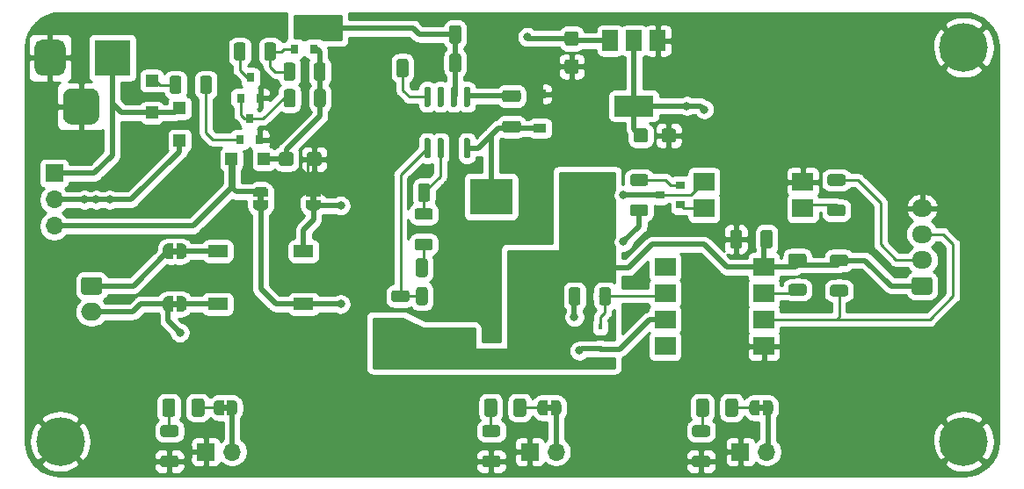
<source format=gbr>
%TF.GenerationSoftware,KiCad,Pcbnew,5.1.10-88a1d61d58~90~ubuntu21.04.1*%
%TF.CreationDate,2021-07-30T10:57:06+02:00*%
%TF.ProjectId,DccDecoder,44636344-6563-46f6-9465-722e6b696361,rev?*%
%TF.SameCoordinates,Original*%
%TF.FileFunction,Copper,L1,Top*%
%TF.FilePolarity,Positive*%
%FSLAX46Y46*%
G04 Gerber Fmt 4.6, Leading zero omitted, Abs format (unit mm)*
G04 Created by KiCad (PCBNEW 5.1.10-88a1d61d58~90~ubuntu21.04.1) date 2021-07-30 10:57:06*
%MOMM*%
%LPD*%
G01*
G04 APERTURE LIST*
%TA.AperFunction,EtchedComponent*%
%ADD10C,0.100000*%
%TD*%
%TA.AperFunction,SMDPad,CuDef*%
%ADD11R,1.220000X1.150000*%
%TD*%
%TA.AperFunction,SMDPad,CuDef*%
%ADD12R,0.800000X0.900000*%
%TD*%
%TA.AperFunction,ComponentPad*%
%ADD13C,4.700000*%
%TD*%
%TA.AperFunction,SMDPad,CuDef*%
%ADD14R,4.100000X3.500000*%
%TD*%
%TA.AperFunction,ComponentPad*%
%ADD15O,1.700000X1.700000*%
%TD*%
%TA.AperFunction,ComponentPad*%
%ADD16R,1.700000X1.700000*%
%TD*%
%TA.AperFunction,SMDPad,CuDef*%
%ADD17R,1.200000X0.900000*%
%TD*%
%TA.AperFunction,SMDPad,CuDef*%
%ADD18R,1.150000X1.220000*%
%TD*%
%TA.AperFunction,SMDPad,CuDef*%
%ADD19R,0.450000X0.600000*%
%TD*%
%TA.AperFunction,ComponentPad*%
%ADD20R,3.500000X3.500000*%
%TD*%
%TA.AperFunction,ComponentPad*%
%ADD21O,1.950000X1.700000*%
%TD*%
%TA.AperFunction,SMDPad,CuDef*%
%ADD22C,0.100000*%
%TD*%
%TA.AperFunction,SMDPad,CuDef*%
%ADD23R,1.900000X1.200000*%
%TD*%
%TA.AperFunction,SMDPad,CuDef*%
%ADD24R,1.500000X2.000000*%
%TD*%
%TA.AperFunction,SMDPad,CuDef*%
%ADD25R,3.800000X2.000000*%
%TD*%
%TA.AperFunction,SMDPad,CuDef*%
%ADD26R,2.000000X1.780000*%
%TD*%
%TA.AperFunction,SMDPad,CuDef*%
%ADD27R,0.900000X0.800000*%
%TD*%
%TA.AperFunction,ComponentPad*%
%ADD28O,2.000000X1.700000*%
%TD*%
%TA.AperFunction,ViaPad*%
%ADD29C,0.800000*%
%TD*%
%TA.AperFunction,Conductor*%
%ADD30C,0.500000*%
%TD*%
%TA.AperFunction,Conductor*%
%ADD31C,0.250000*%
%TD*%
%TA.AperFunction,Conductor*%
%ADD32C,0.254000*%
%TD*%
%TA.AperFunction,Conductor*%
%ADD33C,0.100000*%
%TD*%
G04 APERTURE END LIST*
D10*
%TO.C,JP7*%
G36*
X71350000Y-58450000D02*
G01*
X70850000Y-58450000D01*
X70850000Y-59050000D01*
X71350000Y-59050000D01*
X71350000Y-58450000D01*
G37*
%TO.C,JP6*%
G36*
X40150000Y-58450000D02*
G01*
X39650000Y-58450000D01*
X39650000Y-59050000D01*
X40150000Y-59050000D01*
X40150000Y-58450000D01*
G37*
%TO.C,JP5*%
G36*
X91750000Y-58450000D02*
G01*
X91250000Y-58450000D01*
X91250000Y-59050000D01*
X91750000Y-59050000D01*
X91750000Y-58450000D01*
G37*
%TO.C,JP4*%
G36*
X42990000Y-38330000D02*
G01*
X42990000Y-38830000D01*
X43590000Y-38830000D01*
X43590000Y-38330000D01*
X42990000Y-38330000D01*
G37*
%TO.C,JP3*%
G36*
X48070000Y-38330000D02*
G01*
X48070000Y-38830000D01*
X48670000Y-38830000D01*
X48670000Y-38330000D01*
X48070000Y-38330000D01*
G37*
%TO.C,JP2*%
G36*
X34770000Y-43960000D02*
G01*
X35270000Y-43960000D01*
X35270000Y-43360000D01*
X34770000Y-43360000D01*
X34770000Y-43960000D01*
G37*
%TO.C,JP1*%
G36*
X34770000Y-49040000D02*
G01*
X35270000Y-49040000D01*
X35270000Y-48440000D01*
X34770000Y-48440000D01*
X34770000Y-49040000D01*
G37*
%TD*%
D11*
%TO.P,D8,2*%
%TO.N,/Power Distribution/Vin*%
X32800000Y-30300000D03*
%TO.P,D8,1*%
%TO.N,Net-(D8-Pad1)*%
X32800000Y-27200000D03*
%TD*%
%TO.P,R15,2*%
%TO.N,Net-(Q4-Pad1)*%
%TA.AperFunction,SMDPad,CuDef*%
G36*
G01*
X43637500Y-25025001D02*
X43637500Y-23774999D01*
G75*
G02*
X43887499Y-23525000I249999J0D01*
G01*
X44512501Y-23525000D01*
G75*
G02*
X44762500Y-23774999I0J-249999D01*
G01*
X44762500Y-25025001D01*
G75*
G02*
X44512501Y-25275000I-249999J0D01*
G01*
X43887499Y-25275000D01*
G75*
G02*
X43637500Y-25025001I0J249999D01*
G01*
G37*
%TD.AperFunction*%
%TO.P,R15,1*%
%TO.N,Net-(Q3-Pad3)*%
%TA.AperFunction,SMDPad,CuDef*%
G36*
G01*
X40712500Y-25025001D02*
X40712500Y-23774999D01*
G75*
G02*
X40962499Y-23525000I249999J0D01*
G01*
X41587501Y-23525000D01*
G75*
G02*
X41837500Y-23774999I0J-249999D01*
G01*
X41837500Y-25025001D01*
G75*
G02*
X41587501Y-25275000I-249999J0D01*
G01*
X40962499Y-25275000D01*
G75*
G02*
X40712500Y-25025001I0J249999D01*
G01*
G37*
%TD.AperFunction*%
%TD*%
%TO.P,R14,2*%
%TO.N,Net-(Q2-Pad3)*%
%TA.AperFunction,SMDPad,CuDef*%
G36*
G01*
X46637500Y-28274999D02*
X46637500Y-29525001D01*
G75*
G02*
X46387501Y-29775000I-249999J0D01*
G01*
X45762499Y-29775000D01*
G75*
G02*
X45512500Y-29525001I0J249999D01*
G01*
X45512500Y-28274999D01*
G75*
G02*
X45762499Y-28025000I249999J0D01*
G01*
X46387501Y-28025000D01*
G75*
G02*
X46637500Y-28274999I0J-249999D01*
G01*
G37*
%TD.AperFunction*%
%TO.P,R14,1*%
%TO.N,/Power Distribution/_DccVinP*%
%TA.AperFunction,SMDPad,CuDef*%
G36*
G01*
X49562500Y-28274999D02*
X49562500Y-29525001D01*
G75*
G02*
X49312501Y-29775000I-249999J0D01*
G01*
X48687499Y-29775000D01*
G75*
G02*
X48437500Y-29525001I0J249999D01*
G01*
X48437500Y-28274999D01*
G75*
G02*
X48687499Y-28025000I249999J0D01*
G01*
X49312501Y-28025000D01*
G75*
G02*
X49562500Y-28274999I0J-249999D01*
G01*
G37*
%TD.AperFunction*%
%TD*%
D12*
%TO.P,Q3,3*%
%TO.N,Net-(Q3-Pad3)*%
X42300000Y-26900000D03*
%TO.P,Q3,2*%
%TO.N,GND*%
X43250000Y-28900000D03*
%TO.P,Q3,1*%
%TO.N,Net-(Q2-Pad3)*%
X41350000Y-28900000D03*
%TD*%
D13*
%TO.P,H3,1*%
%TO.N,GND*%
X111000000Y-24000000D03*
%TD*%
%TO.P,H2,1*%
%TO.N,GND*%
X111000000Y-62000000D03*
%TD*%
%TO.P,H1,1*%
%TO.N,GND*%
X24000000Y-62000000D03*
%TD*%
D14*
%TO.P,L1,2*%
%TO.N,+5V*%
X75000000Y-38400000D03*
%TO.P,L1,1*%
%TO.N,/Power Distribution/_PH*%
X65500000Y-38400000D03*
%TD*%
D15*
%TO.P,J6,2*%
%TO.N,+3V3*%
X92040000Y-63000000D03*
D16*
%TO.P,J6,1*%
%TO.N,GND*%
X89500000Y-63000000D03*
%TD*%
D15*
%TO.P,J5,2*%
%TO.N,+5V*%
X71750000Y-63000000D03*
D16*
%TO.P,J5,1*%
%TO.N,GND*%
X69210000Y-63000000D03*
%TD*%
%TO.P,R11,2*%
%TO.N,Net-(C8-Pad1)*%
%TA.AperFunction,SMDPad,CuDef*%
G36*
G01*
X58374999Y-42437500D02*
X59625001Y-42437500D01*
G75*
G02*
X59875000Y-42687499I0J-249999D01*
G01*
X59875000Y-43312501D01*
G75*
G02*
X59625001Y-43562500I-249999J0D01*
G01*
X58374999Y-43562500D01*
G75*
G02*
X58125000Y-43312501I0J249999D01*
G01*
X58125000Y-42687499D01*
G75*
G02*
X58374999Y-42437500I249999J0D01*
G01*
G37*
%TD.AperFunction*%
%TO.P,R11,1*%
%TO.N,Net-(C6-Pad1)*%
%TA.AperFunction,SMDPad,CuDef*%
G36*
G01*
X58374999Y-39512500D02*
X59625001Y-39512500D01*
G75*
G02*
X59875000Y-39762499I0J-249999D01*
G01*
X59875000Y-40387501D01*
G75*
G02*
X59625001Y-40637500I-249999J0D01*
G01*
X58374999Y-40637500D01*
G75*
G02*
X58125000Y-40387501I0J249999D01*
G01*
X58125000Y-39762499D01*
G75*
G02*
X58374999Y-39512500I249999J0D01*
G01*
G37*
%TD.AperFunction*%
%TD*%
%TO.P,R13,2*%
%TO.N,GND*%
%TA.AperFunction,SMDPad,CuDef*%
G36*
G01*
X61187500Y-48625001D02*
X61187500Y-47374999D01*
G75*
G02*
X61437499Y-47125000I249999J0D01*
G01*
X62062501Y-47125000D01*
G75*
G02*
X62312500Y-47374999I0J-249999D01*
G01*
X62312500Y-48625001D01*
G75*
G02*
X62062501Y-48875000I-249999J0D01*
G01*
X61437499Y-48875000D01*
G75*
G02*
X61187500Y-48625001I0J249999D01*
G01*
G37*
%TD.AperFunction*%
%TO.P,R13,1*%
%TO.N,Net-(R12-Pad2)*%
%TA.AperFunction,SMDPad,CuDef*%
G36*
G01*
X58262500Y-48625001D02*
X58262500Y-47374999D01*
G75*
G02*
X58512499Y-47125000I249999J0D01*
G01*
X59137501Y-47125000D01*
G75*
G02*
X59387500Y-47374999I0J-249999D01*
G01*
X59387500Y-48625001D01*
G75*
G02*
X59137501Y-48875000I-249999J0D01*
G01*
X58512499Y-48875000D01*
G75*
G02*
X58262500Y-48625001I0J249999D01*
G01*
G37*
%TD.AperFunction*%
%TD*%
%TO.P,R12,2*%
%TO.N,Net-(R12-Pad2)*%
%TA.AperFunction,SMDPad,CuDef*%
G36*
G01*
X57375001Y-48562500D02*
X56124999Y-48562500D01*
G75*
G02*
X55875000Y-48312501I0J249999D01*
G01*
X55875000Y-47687499D01*
G75*
G02*
X56124999Y-47437500I249999J0D01*
G01*
X57375001Y-47437500D01*
G75*
G02*
X57625000Y-47687499I0J-249999D01*
G01*
X57625000Y-48312501D01*
G75*
G02*
X57375001Y-48562500I-249999J0D01*
G01*
G37*
%TD.AperFunction*%
%TO.P,R12,1*%
%TO.N,+5V*%
%TA.AperFunction,SMDPad,CuDef*%
G36*
G01*
X57375001Y-51487500D02*
X56124999Y-51487500D01*
G75*
G02*
X55875000Y-51237501I0J249999D01*
G01*
X55875000Y-50612499D01*
G75*
G02*
X56124999Y-50362500I249999J0D01*
G01*
X57375001Y-50362500D01*
G75*
G02*
X57625000Y-50612499I0J-249999D01*
G01*
X57625000Y-51237501D01*
G75*
G02*
X57375001Y-51487500I-249999J0D01*
G01*
G37*
%TD.AperFunction*%
%TD*%
%TO.P,C11,2*%
%TO.N,GND*%
%TA.AperFunction,SMDPad,CuDef*%
G36*
G01*
X66325000Y-47349999D02*
X66325000Y-48650001D01*
G75*
G02*
X66075001Y-48900000I-249999J0D01*
G01*
X65424999Y-48900000D01*
G75*
G02*
X65175000Y-48650001I0J249999D01*
G01*
X65175000Y-47349999D01*
G75*
G02*
X65424999Y-47100000I249999J0D01*
G01*
X66075001Y-47100000D01*
G75*
G02*
X66325000Y-47349999I0J-249999D01*
G01*
G37*
%TD.AperFunction*%
%TO.P,C11,1*%
%TO.N,+5V*%
%TA.AperFunction,SMDPad,CuDef*%
G36*
G01*
X69275000Y-47349999D02*
X69275000Y-48650001D01*
G75*
G02*
X69025001Y-48900000I-249999J0D01*
G01*
X68374999Y-48900000D01*
G75*
G02*
X68125000Y-48650001I0J249999D01*
G01*
X68125000Y-47349999D01*
G75*
G02*
X68374999Y-47100000I249999J0D01*
G01*
X69025001Y-47100000D01*
G75*
G02*
X69275000Y-47349999I0J-249999D01*
G01*
G37*
%TD.AperFunction*%
%TD*%
%TO.P,U4,8*%
%TO.N,/Power Distribution/_PH*%
%TA.AperFunction,SMDPad,CuDef*%
G36*
G01*
X63005000Y-32750000D02*
X63305000Y-32750000D01*
G75*
G02*
X63455000Y-32900000I0J-150000D01*
G01*
X63455000Y-34550000D01*
G75*
G02*
X63305000Y-34700000I-150000J0D01*
G01*
X63005000Y-34700000D01*
G75*
G02*
X62855000Y-34550000I0J150000D01*
G01*
X62855000Y-32900000D01*
G75*
G02*
X63005000Y-32750000I150000J0D01*
G01*
G37*
%TD.AperFunction*%
%TO.P,U4,7*%
%TO.N,GND*%
%TA.AperFunction,SMDPad,CuDef*%
G36*
G01*
X61735000Y-32750000D02*
X62035000Y-32750000D01*
G75*
G02*
X62185000Y-32900000I0J-150000D01*
G01*
X62185000Y-34550000D01*
G75*
G02*
X62035000Y-34700000I-150000J0D01*
G01*
X61735000Y-34700000D01*
G75*
G02*
X61585000Y-34550000I0J150000D01*
G01*
X61585000Y-32900000D01*
G75*
G02*
X61735000Y-32750000I150000J0D01*
G01*
G37*
%TD.AperFunction*%
%TO.P,U4,6*%
%TO.N,Net-(C6-Pad1)*%
%TA.AperFunction,SMDPad,CuDef*%
G36*
G01*
X60465000Y-32750000D02*
X60765000Y-32750000D01*
G75*
G02*
X60915000Y-32900000I0J-150000D01*
G01*
X60915000Y-34550000D01*
G75*
G02*
X60765000Y-34700000I-150000J0D01*
G01*
X60465000Y-34700000D01*
G75*
G02*
X60315000Y-34550000I0J150000D01*
G01*
X60315000Y-32900000D01*
G75*
G02*
X60465000Y-32750000I150000J0D01*
G01*
G37*
%TD.AperFunction*%
%TO.P,U4,5*%
%TO.N,Net-(R12-Pad2)*%
%TA.AperFunction,SMDPad,CuDef*%
G36*
G01*
X59195000Y-32750000D02*
X59495000Y-32750000D01*
G75*
G02*
X59645000Y-32900000I0J-150000D01*
G01*
X59645000Y-34550000D01*
G75*
G02*
X59495000Y-34700000I-150000J0D01*
G01*
X59195000Y-34700000D01*
G75*
G02*
X59045000Y-34550000I0J150000D01*
G01*
X59045000Y-32900000D01*
G75*
G02*
X59195000Y-32750000I150000J0D01*
G01*
G37*
%TD.AperFunction*%
%TO.P,U4,4*%
%TO.N,Net-(C9-Pad1)*%
%TA.AperFunction,SMDPad,CuDef*%
G36*
G01*
X59195000Y-27800000D02*
X59495000Y-27800000D01*
G75*
G02*
X59645000Y-27950000I0J-150000D01*
G01*
X59645000Y-29600000D01*
G75*
G02*
X59495000Y-29750000I-150000J0D01*
G01*
X59195000Y-29750000D01*
G75*
G02*
X59045000Y-29600000I0J150000D01*
G01*
X59045000Y-27950000D01*
G75*
G02*
X59195000Y-27800000I150000J0D01*
G01*
G37*
%TD.AperFunction*%
%TO.P,U4,3*%
%TO.N,Net-(U4-Pad3)*%
%TA.AperFunction,SMDPad,CuDef*%
G36*
G01*
X60465000Y-27800000D02*
X60765000Y-27800000D01*
G75*
G02*
X60915000Y-27950000I0J-150000D01*
G01*
X60915000Y-29600000D01*
G75*
G02*
X60765000Y-29750000I-150000J0D01*
G01*
X60465000Y-29750000D01*
G75*
G02*
X60315000Y-29600000I0J150000D01*
G01*
X60315000Y-27950000D01*
G75*
G02*
X60465000Y-27800000I150000J0D01*
G01*
G37*
%TD.AperFunction*%
%TO.P,U4,2*%
%TO.N,Vdrive*%
%TA.AperFunction,SMDPad,CuDef*%
G36*
G01*
X61735000Y-27800000D02*
X62035000Y-27800000D01*
G75*
G02*
X62185000Y-27950000I0J-150000D01*
G01*
X62185000Y-29600000D01*
G75*
G02*
X62035000Y-29750000I-150000J0D01*
G01*
X61735000Y-29750000D01*
G75*
G02*
X61585000Y-29600000I0J150000D01*
G01*
X61585000Y-27950000D01*
G75*
G02*
X61735000Y-27800000I150000J0D01*
G01*
G37*
%TD.AperFunction*%
%TO.P,U4,1*%
%TO.N,/Power Distribution/_BOOT*%
%TA.AperFunction,SMDPad,CuDef*%
G36*
G01*
X63005000Y-27800000D02*
X63305000Y-27800000D01*
G75*
G02*
X63455000Y-27950000I0J-150000D01*
G01*
X63455000Y-29600000D01*
G75*
G02*
X63305000Y-29750000I-150000J0D01*
G01*
X63005000Y-29750000D01*
G75*
G02*
X62855000Y-29600000I0J150000D01*
G01*
X62855000Y-27950000D01*
G75*
G02*
X63005000Y-27800000I150000J0D01*
G01*
G37*
%TD.AperFunction*%
%TD*%
D17*
%TO.P,D7,2*%
%TO.N,GND*%
X70200000Y-28500000D03*
%TO.P,D7,1*%
%TO.N,/Power Distribution/_PH*%
X70200000Y-31800000D03*
%TD*%
D11*
%TO.P,D3,2*%
%TO.N,/Power Distribution/Vin*%
X35480000Y-29870000D03*
%TO.P,D3,1*%
%TO.N,Vdrive*%
X35480000Y-32970000D03*
%TD*%
D18*
%TO.P,D2,2*%
%TO.N,/Dcc Interface/DccPower*%
X40470000Y-34770000D03*
%TO.P,D2,1*%
%TO.N,/Power Distribution/_DccVinP*%
X43570000Y-34770000D03*
%TD*%
D19*
%TO.P,D1,2*%
%TO.N,/Dcc Interface/K*%
X76000000Y-53050000D03*
%TO.P,D1,1*%
%TO.N,Net-(D1-Pad1)*%
X76000000Y-50950000D03*
%TD*%
%TO.P,C13,2*%
%TO.N,GND*%
%TA.AperFunction,SMDPad,CuDef*%
G36*
G01*
X66350000Y-44599999D02*
X66350000Y-45900001D01*
G75*
G02*
X66100001Y-46150000I-249999J0D01*
G01*
X65449999Y-46150000D01*
G75*
G02*
X65200000Y-45900001I0J249999D01*
G01*
X65200000Y-44599999D01*
G75*
G02*
X65449999Y-44350000I249999J0D01*
G01*
X66100001Y-44350000D01*
G75*
G02*
X66350000Y-44599999I0J-249999D01*
G01*
G37*
%TD.AperFunction*%
%TO.P,C13,1*%
%TO.N,+5V*%
%TA.AperFunction,SMDPad,CuDef*%
G36*
G01*
X69300000Y-44599999D02*
X69300000Y-45900001D01*
G75*
G02*
X69050001Y-46150000I-249999J0D01*
G01*
X68399999Y-46150000D01*
G75*
G02*
X68150000Y-45900001I0J249999D01*
G01*
X68150000Y-44599999D01*
G75*
G02*
X68399999Y-44350000I249999J0D01*
G01*
X69050001Y-44350000D01*
G75*
G02*
X69300000Y-44599999I0J-249999D01*
G01*
G37*
%TD.AperFunction*%
%TD*%
%TO.P,C9,2*%
%TO.N,GND*%
%TA.AperFunction,SMDPad,CuDef*%
G36*
G01*
X54575000Y-25349999D02*
X54575000Y-26650001D01*
G75*
G02*
X54325001Y-26900000I-249999J0D01*
G01*
X53674999Y-26900000D01*
G75*
G02*
X53425000Y-26650001I0J249999D01*
G01*
X53425000Y-25349999D01*
G75*
G02*
X53674999Y-25100000I249999J0D01*
G01*
X54325001Y-25100000D01*
G75*
G02*
X54575000Y-25349999I0J-249999D01*
G01*
G37*
%TD.AperFunction*%
%TO.P,C9,1*%
%TO.N,Net-(C9-Pad1)*%
%TA.AperFunction,SMDPad,CuDef*%
G36*
G01*
X57525000Y-25349999D02*
X57525000Y-26650001D01*
G75*
G02*
X57275001Y-26900000I-249999J0D01*
G01*
X56624999Y-26900000D01*
G75*
G02*
X56375000Y-26650001I0J249999D01*
G01*
X56375000Y-25349999D01*
G75*
G02*
X56624999Y-25100000I249999J0D01*
G01*
X57275001Y-25100000D01*
G75*
G02*
X57525000Y-25349999I0J-249999D01*
G01*
G37*
%TD.AperFunction*%
%TD*%
%TO.P,C8,2*%
%TO.N,GND*%
%TA.AperFunction,SMDPad,CuDef*%
G36*
G01*
X61175000Y-45900001D02*
X61175000Y-44599999D01*
G75*
G02*
X61424999Y-44350000I249999J0D01*
G01*
X62075001Y-44350000D01*
G75*
G02*
X62325000Y-44599999I0J-249999D01*
G01*
X62325000Y-45900001D01*
G75*
G02*
X62075001Y-46150000I-249999J0D01*
G01*
X61424999Y-46150000D01*
G75*
G02*
X61175000Y-45900001I0J249999D01*
G01*
G37*
%TD.AperFunction*%
%TO.P,C8,1*%
%TO.N,Net-(C8-Pad1)*%
%TA.AperFunction,SMDPad,CuDef*%
G36*
G01*
X58225000Y-45900001D02*
X58225000Y-44599999D01*
G75*
G02*
X58474999Y-44350000I249999J0D01*
G01*
X59125001Y-44350000D01*
G75*
G02*
X59375000Y-44599999I0J-249999D01*
G01*
X59375000Y-45900001D01*
G75*
G02*
X59125001Y-46150000I-249999J0D01*
G01*
X58474999Y-46150000D01*
G75*
G02*
X58225000Y-45900001I0J249999D01*
G01*
G37*
%TD.AperFunction*%
%TD*%
%TO.P,C7,2*%
%TO.N,GND*%
%TA.AperFunction,SMDPad,CuDef*%
G36*
G01*
X64400000Y-23400001D02*
X64400000Y-22099999D01*
G75*
G02*
X64649999Y-21850000I249999J0D01*
G01*
X65300001Y-21850000D01*
G75*
G02*
X65550000Y-22099999I0J-249999D01*
G01*
X65550000Y-23400001D01*
G75*
G02*
X65300001Y-23650000I-249999J0D01*
G01*
X64649999Y-23650000D01*
G75*
G02*
X64400000Y-23400001I0J249999D01*
G01*
G37*
%TD.AperFunction*%
%TO.P,C7,1*%
%TO.N,Vdrive*%
%TA.AperFunction,SMDPad,CuDef*%
G36*
G01*
X61450000Y-23400001D02*
X61450000Y-22099999D01*
G75*
G02*
X61699999Y-21850000I249999J0D01*
G01*
X62350001Y-21850000D01*
G75*
G02*
X62600000Y-22099999I0J-249999D01*
G01*
X62600000Y-23400001D01*
G75*
G02*
X62350001Y-23650000I-249999J0D01*
G01*
X61699999Y-23650000D01*
G75*
G02*
X61450000Y-23400001I0J249999D01*
G01*
G37*
%TD.AperFunction*%
%TD*%
%TO.P,C6,2*%
%TO.N,GND*%
%TA.AperFunction,SMDPad,CuDef*%
G36*
G01*
X61400000Y-38650001D02*
X61400000Y-37349999D01*
G75*
G02*
X61649999Y-37100000I249999J0D01*
G01*
X62300001Y-37100000D01*
G75*
G02*
X62550000Y-37349999I0J-249999D01*
G01*
X62550000Y-38650001D01*
G75*
G02*
X62300001Y-38900000I-249999J0D01*
G01*
X61649999Y-38900000D01*
G75*
G02*
X61400000Y-38650001I0J249999D01*
G01*
G37*
%TD.AperFunction*%
%TO.P,C6,1*%
%TO.N,Net-(C6-Pad1)*%
%TA.AperFunction,SMDPad,CuDef*%
G36*
G01*
X58450000Y-38650001D02*
X58450000Y-37349999D01*
G75*
G02*
X58699999Y-37100000I249999J0D01*
G01*
X59350001Y-37100000D01*
G75*
G02*
X59600000Y-37349999I0J-249999D01*
G01*
X59600000Y-38650001D01*
G75*
G02*
X59350001Y-38900000I-249999J0D01*
G01*
X58699999Y-38900000D01*
G75*
G02*
X58450000Y-38650001I0J249999D01*
G01*
G37*
%TD.AperFunction*%
%TD*%
%TO.P,R5,2*%
%TO.N,+5V*%
%TA.AperFunction,SMDPad,CuDef*%
G36*
G01*
X99625001Y-45100000D02*
X98374999Y-45100000D01*
G75*
G02*
X98125000Y-44850001I0J249999D01*
G01*
X98125000Y-44224999D01*
G75*
G02*
X98374999Y-43975000I249999J0D01*
G01*
X99625001Y-43975000D01*
G75*
G02*
X99875000Y-44224999I0J-249999D01*
G01*
X99875000Y-44850001D01*
G75*
G02*
X99625001Y-45100000I-249999J0D01*
G01*
G37*
%TD.AperFunction*%
%TO.P,R5,1*%
%TO.N,/_dcc*%
%TA.AperFunction,SMDPad,CuDef*%
G36*
G01*
X99625001Y-48025000D02*
X98374999Y-48025000D01*
G75*
G02*
X98125000Y-47775001I0J249999D01*
G01*
X98125000Y-47149999D01*
G75*
G02*
X98374999Y-46900000I249999J0D01*
G01*
X99625001Y-46900000D01*
G75*
G02*
X99875000Y-47149999I0J-249999D01*
G01*
X99875000Y-47775001D01*
G75*
G02*
X99625001Y-48025000I-249999J0D01*
G01*
G37*
%TD.AperFunction*%
%TD*%
%TO.P,R4,2*%
%TO.N,+5V*%
%TA.AperFunction,SMDPad,CuDef*%
G36*
G01*
X95625001Y-45012500D02*
X94374999Y-45012500D01*
G75*
G02*
X94125000Y-44762501I0J249999D01*
G01*
X94125000Y-44137499D01*
G75*
G02*
X94374999Y-43887500I249999J0D01*
G01*
X95625001Y-43887500D01*
G75*
G02*
X95875000Y-44137499I0J-249999D01*
G01*
X95875000Y-44762501D01*
G75*
G02*
X95625001Y-45012500I-249999J0D01*
G01*
G37*
%TD.AperFunction*%
%TO.P,R4,1*%
%TO.N,Net-(R4-Pad1)*%
%TA.AperFunction,SMDPad,CuDef*%
G36*
G01*
X95625001Y-47937500D02*
X94374999Y-47937500D01*
G75*
G02*
X94125000Y-47687501I0J249999D01*
G01*
X94125000Y-47062499D01*
G75*
G02*
X94374999Y-46812500I249999J0D01*
G01*
X95625001Y-46812500D01*
G75*
G02*
X95875000Y-47062499I0J-249999D01*
G01*
X95875000Y-47687501D01*
G75*
G02*
X95625001Y-47937500I-249999J0D01*
G01*
G37*
%TD.AperFunction*%
%TD*%
%TO.P,R3,2*%
%TO.N,Net-(R3-Pad2)*%
%TA.AperFunction,SMDPad,CuDef*%
G36*
G01*
X98124999Y-39150000D02*
X99375001Y-39150000D01*
G75*
G02*
X99625000Y-39399999I0J-249999D01*
G01*
X99625000Y-40025001D01*
G75*
G02*
X99375001Y-40275000I-249999J0D01*
G01*
X98124999Y-40275000D01*
G75*
G02*
X97875000Y-40025001I0J249999D01*
G01*
X97875000Y-39399999D01*
G75*
G02*
X98124999Y-39150000I249999J0D01*
G01*
G37*
%TD.AperFunction*%
%TO.P,R3,1*%
%TO.N,/_ack*%
%TA.AperFunction,SMDPad,CuDef*%
G36*
G01*
X98124999Y-36225000D02*
X99375001Y-36225000D01*
G75*
G02*
X99625000Y-36474999I0J-249999D01*
G01*
X99625000Y-37100001D01*
G75*
G02*
X99375001Y-37350000I-249999J0D01*
G01*
X98124999Y-37350000D01*
G75*
G02*
X97875000Y-37100001I0J249999D01*
G01*
X97875000Y-36474999D01*
G75*
G02*
X98124999Y-36225000I249999J0D01*
G01*
G37*
%TD.AperFunction*%
%TD*%
%TO.P,R2,2*%
%TO.N,/Dcc Interface/J*%
%TA.AperFunction,SMDPad,CuDef*%
G36*
G01*
X74100000Y-47374999D02*
X74100000Y-48625001D01*
G75*
G02*
X73850001Y-48875000I-249999J0D01*
G01*
X73224999Y-48875000D01*
G75*
G02*
X72975000Y-48625001I0J249999D01*
G01*
X72975000Y-47374999D01*
G75*
G02*
X73224999Y-47125000I249999J0D01*
G01*
X73850001Y-47125000D01*
G75*
G02*
X74100000Y-47374999I0J-249999D01*
G01*
G37*
%TD.AperFunction*%
%TO.P,R2,1*%
%TO.N,Net-(D1-Pad1)*%
%TA.AperFunction,SMDPad,CuDef*%
G36*
G01*
X77025000Y-47374999D02*
X77025000Y-48625001D01*
G75*
G02*
X76775001Y-48875000I-249999J0D01*
G01*
X76149999Y-48875000D01*
G75*
G02*
X75900000Y-48625001I0J249999D01*
G01*
X75900000Y-47374999D01*
G75*
G02*
X76149999Y-47125000I249999J0D01*
G01*
X76775001Y-47125000D01*
G75*
G02*
X77025000Y-47374999I0J-249999D01*
G01*
G37*
%TD.AperFunction*%
%TD*%
%TO.P,C1,2*%
%TO.N,GND*%
%TA.AperFunction,SMDPad,CuDef*%
G36*
G01*
X47750000Y-35195001D02*
X47750000Y-34344999D01*
G75*
G02*
X47999999Y-34095000I249999J0D01*
G01*
X48900001Y-34095000D01*
G75*
G02*
X49150000Y-34344999I0J-249999D01*
G01*
X49150000Y-35195001D01*
G75*
G02*
X48900001Y-35445000I-249999J0D01*
G01*
X47999999Y-35445000D01*
G75*
G02*
X47750000Y-35195001I0J249999D01*
G01*
G37*
%TD.AperFunction*%
%TO.P,C1,1*%
%TO.N,/Power Distribution/_DccVinP*%
%TA.AperFunction,SMDPad,CuDef*%
G36*
G01*
X45050000Y-35195001D02*
X45050000Y-34344999D01*
G75*
G02*
X45299999Y-34095000I249999J0D01*
G01*
X46200001Y-34095000D01*
G75*
G02*
X46450000Y-34344999I0J-249999D01*
G01*
X46450000Y-35195001D01*
G75*
G02*
X46200001Y-35445000I-249999J0D01*
G01*
X45299999Y-35445000D01*
G75*
G02*
X45050000Y-35195001I0J249999D01*
G01*
G37*
%TD.AperFunction*%
%TD*%
%TO.P,C3,2*%
%TO.N,GND*%
%TA.AperFunction,SMDPad,CuDef*%
G36*
G01*
X89650000Y-41849999D02*
X89650000Y-43150001D01*
G75*
G02*
X89400001Y-43400000I-249999J0D01*
G01*
X88749999Y-43400000D01*
G75*
G02*
X88500000Y-43150001I0J249999D01*
G01*
X88500000Y-41849999D01*
G75*
G02*
X88749999Y-41600000I249999J0D01*
G01*
X89400001Y-41600000D01*
G75*
G02*
X89650000Y-41849999I0J-249999D01*
G01*
G37*
%TD.AperFunction*%
%TO.P,C3,1*%
%TO.N,+5V*%
%TA.AperFunction,SMDPad,CuDef*%
G36*
G01*
X92600000Y-41849999D02*
X92600000Y-43150001D01*
G75*
G02*
X92350001Y-43400000I-249999J0D01*
G01*
X91699999Y-43400000D01*
G75*
G02*
X91450000Y-43150001I0J249999D01*
G01*
X91450000Y-41849999D01*
G75*
G02*
X91699999Y-41600000I249999J0D01*
G01*
X92350001Y-41600000D01*
G75*
G02*
X92600000Y-41849999I0J-249999D01*
G01*
G37*
%TD.AperFunction*%
%TD*%
%TO.P,R10,2*%
%TO.N,GND*%
%TA.AperFunction,SMDPad,CuDef*%
G36*
G01*
X85087498Y-63362500D02*
X86337502Y-63362500D01*
G75*
G02*
X86587500Y-63612498I0J-249998D01*
G01*
X86587500Y-64237502D01*
G75*
G02*
X86337502Y-64487500I-249998J0D01*
G01*
X85087498Y-64487500D01*
G75*
G02*
X84837500Y-64237502I0J249998D01*
G01*
X84837500Y-63612498D01*
G75*
G02*
X85087498Y-63362500I249998J0D01*
G01*
G37*
%TD.AperFunction*%
%TO.P,R10,1*%
%TO.N,Net-(D6-Pad1)*%
%TA.AperFunction,SMDPad,CuDef*%
G36*
G01*
X85087498Y-60437500D02*
X86337502Y-60437500D01*
G75*
G02*
X86587500Y-60687498I0J-249998D01*
G01*
X86587500Y-61312502D01*
G75*
G02*
X86337502Y-61562500I-249998J0D01*
G01*
X85087498Y-61562500D01*
G75*
G02*
X84837500Y-61312502I0J249998D01*
G01*
X84837500Y-60687498D01*
G75*
G02*
X85087498Y-60437500I249998J0D01*
G01*
G37*
%TD.AperFunction*%
%TD*%
%TO.P,C12,2*%
%TO.N,GND*%
%TA.AperFunction,SMDPad,CuDef*%
G36*
G01*
X66350000Y-50599999D02*
X66350000Y-51900001D01*
G75*
G02*
X66100001Y-52150000I-249999J0D01*
G01*
X65449999Y-52150000D01*
G75*
G02*
X65200000Y-51900001I0J249999D01*
G01*
X65200000Y-50599999D01*
G75*
G02*
X65449999Y-50350000I249999J0D01*
G01*
X66100001Y-50350000D01*
G75*
G02*
X66350000Y-50599999I0J-249999D01*
G01*
G37*
%TD.AperFunction*%
%TO.P,C12,1*%
%TO.N,+5V*%
%TA.AperFunction,SMDPad,CuDef*%
G36*
G01*
X69300000Y-50599999D02*
X69300000Y-51900001D01*
G75*
G02*
X69050001Y-52150000I-249999J0D01*
G01*
X68399999Y-52150000D01*
G75*
G02*
X68150000Y-51900001I0J249999D01*
G01*
X68150000Y-50599999D01*
G75*
G02*
X68399999Y-50350000I249999J0D01*
G01*
X69050001Y-50350000D01*
G75*
G02*
X69300000Y-50599999I0J-249999D01*
G01*
G37*
%TD.AperFunction*%
%TD*%
%TO.P,C10,2*%
%TO.N,/Power Distribution/_PH*%
%TA.AperFunction,SMDPad,CuDef*%
G36*
G01*
X66799999Y-31075000D02*
X68100001Y-31075000D01*
G75*
G02*
X68350000Y-31324999I0J-249999D01*
G01*
X68350000Y-31975001D01*
G75*
G02*
X68100001Y-32225000I-249999J0D01*
G01*
X66799999Y-32225000D01*
G75*
G02*
X66550000Y-31975001I0J249999D01*
G01*
X66550000Y-31324999D01*
G75*
G02*
X66799999Y-31075000I249999J0D01*
G01*
G37*
%TD.AperFunction*%
%TO.P,C10,1*%
%TO.N,/Power Distribution/_BOOT*%
%TA.AperFunction,SMDPad,CuDef*%
G36*
G01*
X66799999Y-28125000D02*
X68100001Y-28125000D01*
G75*
G02*
X68350000Y-28374999I0J-249999D01*
G01*
X68350000Y-29025001D01*
G75*
G02*
X68100001Y-29275000I-249999J0D01*
G01*
X66799999Y-29275000D01*
G75*
G02*
X66550000Y-29025001I0J249999D01*
G01*
X66550000Y-28374999D01*
G75*
G02*
X66799999Y-28125000I249999J0D01*
G01*
G37*
%TD.AperFunction*%
%TD*%
%TO.P,C5,2*%
%TO.N,GND*%
%TA.AperFunction,SMDPad,CuDef*%
G36*
G01*
X64400000Y-26150001D02*
X64400000Y-24849999D01*
G75*
G02*
X64649999Y-24600000I249999J0D01*
G01*
X65300001Y-24600000D01*
G75*
G02*
X65550000Y-24849999I0J-249999D01*
G01*
X65550000Y-26150001D01*
G75*
G02*
X65300001Y-26400000I-249999J0D01*
G01*
X64649999Y-26400000D01*
G75*
G02*
X64400000Y-26150001I0J249999D01*
G01*
G37*
%TD.AperFunction*%
%TO.P,C5,1*%
%TO.N,Vdrive*%
%TA.AperFunction,SMDPad,CuDef*%
G36*
G01*
X61450000Y-26150001D02*
X61450000Y-24849999D01*
G75*
G02*
X61699999Y-24600000I249999J0D01*
G01*
X62350001Y-24600000D01*
G75*
G02*
X62600000Y-24849999I0J-249999D01*
G01*
X62600000Y-26150001D01*
G75*
G02*
X62350001Y-26400000I-249999J0D01*
G01*
X61699999Y-26400000D01*
G75*
G02*
X61450000Y-26150001I0J249999D01*
G01*
G37*
%TD.AperFunction*%
%TD*%
%TO.P,J2,3*%
%TO.N,GND*%
%TA.AperFunction,ComponentPad*%
G36*
G01*
X24250000Y-30575000D02*
X24250000Y-28825000D01*
G75*
G02*
X25125000Y-27950000I875000J0D01*
G01*
X26875000Y-27950000D01*
G75*
G02*
X27750000Y-28825000I0J-875000D01*
G01*
X27750000Y-30575000D01*
G75*
G02*
X26875000Y-31450000I-875000J0D01*
G01*
X25125000Y-31450000D01*
G75*
G02*
X24250000Y-30575000I0J875000D01*
G01*
G37*
%TD.AperFunction*%
%TO.P,J2,2*%
%TA.AperFunction,ComponentPad*%
G36*
G01*
X21500000Y-26000000D02*
X21500000Y-24000000D01*
G75*
G02*
X22250000Y-23250000I750000J0D01*
G01*
X23750000Y-23250000D01*
G75*
G02*
X24500000Y-24000000I0J-750000D01*
G01*
X24500000Y-26000000D01*
G75*
G02*
X23750000Y-26750000I-750000J0D01*
G01*
X22250000Y-26750000D01*
G75*
G02*
X21500000Y-26000000I0J750000D01*
G01*
G37*
%TD.AperFunction*%
D20*
%TO.P,J2,1*%
%TO.N,/Power Distribution/Vin*%
X29000000Y-25000000D03*
%TD*%
D21*
%TO.P,J7,4*%
%TO.N,GND*%
X107000000Y-39500000D03*
%TO.P,J7,3*%
%TO.N,/_dcc*%
X107000000Y-42000000D03*
%TO.P,J7,2*%
%TO.N,/_ack*%
X107000000Y-44500000D03*
%TO.P,J7,1*%
%TO.N,+5V*%
%TA.AperFunction,ComponentPad*%
G36*
G01*
X107725000Y-47850000D02*
X106275000Y-47850000D01*
G75*
G02*
X106025000Y-47600000I0J250000D01*
G01*
X106025000Y-46400000D01*
G75*
G02*
X106275000Y-46150000I250000J0D01*
G01*
X107725000Y-46150000D01*
G75*
G02*
X107975000Y-46400000I0J-250000D01*
G01*
X107975000Y-47600000D01*
G75*
G02*
X107725000Y-47850000I-250000J0D01*
G01*
G37*
%TD.AperFunction*%
%TD*%
D15*
%TO.P,J4,2*%
%TO.N,Vdrive*%
X40540000Y-63000000D03*
D16*
%TO.P,J4,1*%
%TO.N,GND*%
X38000000Y-63000000D03*
%TD*%
%TO.P,R9,2*%
%TO.N,GND*%
%TA.AperFunction,SMDPad,CuDef*%
G36*
G01*
X64874998Y-63362500D02*
X66125002Y-63362500D01*
G75*
G02*
X66375000Y-63612498I0J-249998D01*
G01*
X66375000Y-64237502D01*
G75*
G02*
X66125002Y-64487500I-249998J0D01*
G01*
X64874998Y-64487500D01*
G75*
G02*
X64625000Y-64237502I0J249998D01*
G01*
X64625000Y-63612498D01*
G75*
G02*
X64874998Y-63362500I249998J0D01*
G01*
G37*
%TD.AperFunction*%
%TO.P,R9,1*%
%TO.N,Net-(D5-Pad1)*%
%TA.AperFunction,SMDPad,CuDef*%
G36*
G01*
X64874998Y-60437500D02*
X66125002Y-60437500D01*
G75*
G02*
X66375000Y-60687498I0J-249998D01*
G01*
X66375000Y-61312502D01*
G75*
G02*
X66125002Y-61562500I-249998J0D01*
G01*
X64874998Y-61562500D01*
G75*
G02*
X64625000Y-61312502I0J249998D01*
G01*
X64625000Y-60687498D01*
G75*
G02*
X64874998Y-60437500I249998J0D01*
G01*
G37*
%TD.AperFunction*%
%TD*%
%TO.P,R6,2*%
%TO.N,GND*%
%TA.AperFunction,SMDPad,CuDef*%
G36*
G01*
X33874998Y-63362500D02*
X35125002Y-63362500D01*
G75*
G02*
X35375000Y-63612498I0J-249998D01*
G01*
X35375000Y-64237502D01*
G75*
G02*
X35125002Y-64487500I-249998J0D01*
G01*
X33874998Y-64487500D01*
G75*
G02*
X33625000Y-64237502I0J249998D01*
G01*
X33625000Y-63612498D01*
G75*
G02*
X33874998Y-63362500I249998J0D01*
G01*
G37*
%TD.AperFunction*%
%TO.P,R6,1*%
%TO.N,Net-(D4-Pad1)*%
%TA.AperFunction,SMDPad,CuDef*%
G36*
G01*
X33874998Y-60437500D02*
X35125002Y-60437500D01*
G75*
G02*
X35375000Y-60687498I0J-249998D01*
G01*
X35375000Y-61312502D01*
G75*
G02*
X35125002Y-61562500I-249998J0D01*
G01*
X33874998Y-61562500D01*
G75*
G02*
X33625000Y-61312502I0J249998D01*
G01*
X33625000Y-60687498D01*
G75*
G02*
X33874998Y-60437500I249998J0D01*
G01*
G37*
%TD.AperFunction*%
%TD*%
%TA.AperFunction,SMDPad,CuDef*%
D22*
%TO.P,JP7,1*%
%TO.N,Net-(D5-Pad2)*%
G36*
X70950000Y-59500000D02*
G01*
X70450000Y-59500000D01*
X70450000Y-59499398D01*
X70425466Y-59499398D01*
X70376635Y-59494588D01*
X70328510Y-59485016D01*
X70281555Y-59470772D01*
X70236222Y-59451995D01*
X70192949Y-59428864D01*
X70152150Y-59401604D01*
X70114221Y-59370476D01*
X70079524Y-59335779D01*
X70048396Y-59297850D01*
X70021136Y-59257051D01*
X69998005Y-59213778D01*
X69979228Y-59168445D01*
X69964984Y-59121490D01*
X69955412Y-59073365D01*
X69950602Y-59024534D01*
X69950602Y-59000000D01*
X69950000Y-59000000D01*
X69950000Y-58500000D01*
X69950602Y-58500000D01*
X69950602Y-58475466D01*
X69955412Y-58426635D01*
X69964984Y-58378510D01*
X69979228Y-58331555D01*
X69998005Y-58286222D01*
X70021136Y-58242949D01*
X70048396Y-58202150D01*
X70079524Y-58164221D01*
X70114221Y-58129524D01*
X70152150Y-58098396D01*
X70192949Y-58071136D01*
X70236222Y-58048005D01*
X70281555Y-58029228D01*
X70328510Y-58014984D01*
X70376635Y-58005412D01*
X70425466Y-58000602D01*
X70450000Y-58000602D01*
X70450000Y-58000000D01*
X70950000Y-58000000D01*
X70950000Y-59500000D01*
G37*
%TD.AperFunction*%
%TA.AperFunction,SMDPad,CuDef*%
%TO.P,JP7,2*%
%TO.N,+5V*%
G36*
X71750000Y-58000602D02*
G01*
X71774534Y-58000602D01*
X71823365Y-58005412D01*
X71871490Y-58014984D01*
X71918445Y-58029228D01*
X71963778Y-58048005D01*
X72007051Y-58071136D01*
X72047850Y-58098396D01*
X72085779Y-58129524D01*
X72120476Y-58164221D01*
X72151604Y-58202150D01*
X72178864Y-58242949D01*
X72201995Y-58286222D01*
X72220772Y-58331555D01*
X72235016Y-58378510D01*
X72244588Y-58426635D01*
X72249398Y-58475466D01*
X72249398Y-58500000D01*
X72250000Y-58500000D01*
X72250000Y-59000000D01*
X72249398Y-59000000D01*
X72249398Y-59024534D01*
X72244588Y-59073365D01*
X72235016Y-59121490D01*
X72220772Y-59168445D01*
X72201995Y-59213778D01*
X72178864Y-59257051D01*
X72151604Y-59297850D01*
X72120476Y-59335779D01*
X72085779Y-59370476D01*
X72047850Y-59401604D01*
X72007051Y-59428864D01*
X71963778Y-59451995D01*
X71918445Y-59470772D01*
X71871490Y-59485016D01*
X71823365Y-59494588D01*
X71774534Y-59499398D01*
X71750000Y-59499398D01*
X71750000Y-59500000D01*
X71250000Y-59500000D01*
X71250000Y-58000000D01*
X71750000Y-58000000D01*
X71750000Y-58000602D01*
G37*
%TD.AperFunction*%
%TD*%
%TA.AperFunction,SMDPad,CuDef*%
%TO.P,JP6,1*%
%TO.N,Net-(D4-Pad2)*%
G36*
X39750000Y-59500000D02*
G01*
X39250000Y-59500000D01*
X39250000Y-59499398D01*
X39225466Y-59499398D01*
X39176635Y-59494588D01*
X39128510Y-59485016D01*
X39081555Y-59470772D01*
X39036222Y-59451995D01*
X38992949Y-59428864D01*
X38952150Y-59401604D01*
X38914221Y-59370476D01*
X38879524Y-59335779D01*
X38848396Y-59297850D01*
X38821136Y-59257051D01*
X38798005Y-59213778D01*
X38779228Y-59168445D01*
X38764984Y-59121490D01*
X38755412Y-59073365D01*
X38750602Y-59024534D01*
X38750602Y-59000000D01*
X38750000Y-59000000D01*
X38750000Y-58500000D01*
X38750602Y-58500000D01*
X38750602Y-58475466D01*
X38755412Y-58426635D01*
X38764984Y-58378510D01*
X38779228Y-58331555D01*
X38798005Y-58286222D01*
X38821136Y-58242949D01*
X38848396Y-58202150D01*
X38879524Y-58164221D01*
X38914221Y-58129524D01*
X38952150Y-58098396D01*
X38992949Y-58071136D01*
X39036222Y-58048005D01*
X39081555Y-58029228D01*
X39128510Y-58014984D01*
X39176635Y-58005412D01*
X39225466Y-58000602D01*
X39250000Y-58000602D01*
X39250000Y-58000000D01*
X39750000Y-58000000D01*
X39750000Y-59500000D01*
G37*
%TD.AperFunction*%
%TA.AperFunction,SMDPad,CuDef*%
%TO.P,JP6,2*%
%TO.N,Vdrive*%
G36*
X40550000Y-58000602D02*
G01*
X40574534Y-58000602D01*
X40623365Y-58005412D01*
X40671490Y-58014984D01*
X40718445Y-58029228D01*
X40763778Y-58048005D01*
X40807051Y-58071136D01*
X40847850Y-58098396D01*
X40885779Y-58129524D01*
X40920476Y-58164221D01*
X40951604Y-58202150D01*
X40978864Y-58242949D01*
X41001995Y-58286222D01*
X41020772Y-58331555D01*
X41035016Y-58378510D01*
X41044588Y-58426635D01*
X41049398Y-58475466D01*
X41049398Y-58500000D01*
X41050000Y-58500000D01*
X41050000Y-59000000D01*
X41049398Y-59000000D01*
X41049398Y-59024534D01*
X41044588Y-59073365D01*
X41035016Y-59121490D01*
X41020772Y-59168445D01*
X41001995Y-59213778D01*
X40978864Y-59257051D01*
X40951604Y-59297850D01*
X40920476Y-59335779D01*
X40885779Y-59370476D01*
X40847850Y-59401604D01*
X40807051Y-59428864D01*
X40763778Y-59451995D01*
X40718445Y-59470772D01*
X40671490Y-59485016D01*
X40623365Y-59494588D01*
X40574534Y-59499398D01*
X40550000Y-59499398D01*
X40550000Y-59500000D01*
X40050000Y-59500000D01*
X40050000Y-58000000D01*
X40550000Y-58000000D01*
X40550000Y-58000602D01*
G37*
%TD.AperFunction*%
%TD*%
%TA.AperFunction,SMDPad,CuDef*%
%TO.P,JP5,1*%
%TO.N,Net-(D6-Pad2)*%
G36*
X91350000Y-59500000D02*
G01*
X90850000Y-59500000D01*
X90850000Y-59499398D01*
X90825466Y-59499398D01*
X90776635Y-59494588D01*
X90728510Y-59485016D01*
X90681555Y-59470772D01*
X90636222Y-59451995D01*
X90592949Y-59428864D01*
X90552150Y-59401604D01*
X90514221Y-59370476D01*
X90479524Y-59335779D01*
X90448396Y-59297850D01*
X90421136Y-59257051D01*
X90398005Y-59213778D01*
X90379228Y-59168445D01*
X90364984Y-59121490D01*
X90355412Y-59073365D01*
X90350602Y-59024534D01*
X90350602Y-59000000D01*
X90350000Y-59000000D01*
X90350000Y-58500000D01*
X90350602Y-58500000D01*
X90350602Y-58475466D01*
X90355412Y-58426635D01*
X90364984Y-58378510D01*
X90379228Y-58331555D01*
X90398005Y-58286222D01*
X90421136Y-58242949D01*
X90448396Y-58202150D01*
X90479524Y-58164221D01*
X90514221Y-58129524D01*
X90552150Y-58098396D01*
X90592949Y-58071136D01*
X90636222Y-58048005D01*
X90681555Y-58029228D01*
X90728510Y-58014984D01*
X90776635Y-58005412D01*
X90825466Y-58000602D01*
X90850000Y-58000602D01*
X90850000Y-58000000D01*
X91350000Y-58000000D01*
X91350000Y-59500000D01*
G37*
%TD.AperFunction*%
%TA.AperFunction,SMDPad,CuDef*%
%TO.P,JP5,2*%
%TO.N,+3V3*%
G36*
X92150000Y-58000602D02*
G01*
X92174534Y-58000602D01*
X92223365Y-58005412D01*
X92271490Y-58014984D01*
X92318445Y-58029228D01*
X92363778Y-58048005D01*
X92407051Y-58071136D01*
X92447850Y-58098396D01*
X92485779Y-58129524D01*
X92520476Y-58164221D01*
X92551604Y-58202150D01*
X92578864Y-58242949D01*
X92601995Y-58286222D01*
X92620772Y-58331555D01*
X92635016Y-58378510D01*
X92644588Y-58426635D01*
X92649398Y-58475466D01*
X92649398Y-58500000D01*
X92650000Y-58500000D01*
X92650000Y-59000000D01*
X92649398Y-59000000D01*
X92649398Y-59024534D01*
X92644588Y-59073365D01*
X92635016Y-59121490D01*
X92620772Y-59168445D01*
X92601995Y-59213778D01*
X92578864Y-59257051D01*
X92551604Y-59297850D01*
X92520476Y-59335779D01*
X92485779Y-59370476D01*
X92447850Y-59401604D01*
X92407051Y-59428864D01*
X92363778Y-59451995D01*
X92318445Y-59470772D01*
X92271490Y-59485016D01*
X92223365Y-59494588D01*
X92174534Y-59499398D01*
X92150000Y-59499398D01*
X92150000Y-59500000D01*
X91650000Y-59500000D01*
X91650000Y-58000000D01*
X92150000Y-58000000D01*
X92150000Y-58000602D01*
G37*
%TD.AperFunction*%
%TD*%
%TO.P,D6,2*%
%TO.N,Net-(D6-Pad2)*%
%TA.AperFunction,SMDPad,CuDef*%
G36*
G01*
X88025000Y-59375000D02*
X88025000Y-58125000D01*
G75*
G02*
X88275000Y-57875000I250000J0D01*
G01*
X89025000Y-57875000D01*
G75*
G02*
X89275000Y-58125000I0J-250000D01*
G01*
X89275000Y-59375000D01*
G75*
G02*
X89025000Y-59625000I-250000J0D01*
G01*
X88275000Y-59625000D01*
G75*
G02*
X88025000Y-59375000I0J250000D01*
G01*
G37*
%TD.AperFunction*%
%TO.P,D6,1*%
%TO.N,Net-(D6-Pad1)*%
%TA.AperFunction,SMDPad,CuDef*%
G36*
G01*
X85225000Y-59375000D02*
X85225000Y-58125000D01*
G75*
G02*
X85475000Y-57875000I250000J0D01*
G01*
X86225000Y-57875000D01*
G75*
G02*
X86475000Y-58125000I0J-250000D01*
G01*
X86475000Y-59375000D01*
G75*
G02*
X86225000Y-59625000I-250000J0D01*
G01*
X85475000Y-59625000D01*
G75*
G02*
X85225000Y-59375000I0J250000D01*
G01*
G37*
%TD.AperFunction*%
%TD*%
%TO.P,D5,2*%
%TO.N,Net-(D5-Pad2)*%
%TA.AperFunction,SMDPad,CuDef*%
G36*
G01*
X67625000Y-59375000D02*
X67625000Y-58125000D01*
G75*
G02*
X67875000Y-57875000I250000J0D01*
G01*
X68625000Y-57875000D01*
G75*
G02*
X68875000Y-58125000I0J-250000D01*
G01*
X68875000Y-59375000D01*
G75*
G02*
X68625000Y-59625000I-250000J0D01*
G01*
X67875000Y-59625000D01*
G75*
G02*
X67625000Y-59375000I0J250000D01*
G01*
G37*
%TD.AperFunction*%
%TO.P,D5,1*%
%TO.N,Net-(D5-Pad1)*%
%TA.AperFunction,SMDPad,CuDef*%
G36*
G01*
X64825000Y-59375000D02*
X64825000Y-58125000D01*
G75*
G02*
X65075000Y-57875000I250000J0D01*
G01*
X65825000Y-57875000D01*
G75*
G02*
X66075000Y-58125000I0J-250000D01*
G01*
X66075000Y-59375000D01*
G75*
G02*
X65825000Y-59625000I-250000J0D01*
G01*
X65075000Y-59625000D01*
G75*
G02*
X64825000Y-59375000I0J250000D01*
G01*
G37*
%TD.AperFunction*%
%TD*%
%TO.P,D4,2*%
%TO.N,Net-(D4-Pad2)*%
%TA.AperFunction,SMDPad,CuDef*%
G36*
G01*
X36625000Y-59375000D02*
X36625000Y-58125000D01*
G75*
G02*
X36875000Y-57875000I250000J0D01*
G01*
X37625000Y-57875000D01*
G75*
G02*
X37875000Y-58125000I0J-250000D01*
G01*
X37875000Y-59375000D01*
G75*
G02*
X37625000Y-59625000I-250000J0D01*
G01*
X36875000Y-59625000D01*
G75*
G02*
X36625000Y-59375000I0J250000D01*
G01*
G37*
%TD.AperFunction*%
%TO.P,D4,1*%
%TO.N,Net-(D4-Pad1)*%
%TA.AperFunction,SMDPad,CuDef*%
G36*
G01*
X33825000Y-59375000D02*
X33825000Y-58125000D01*
G75*
G02*
X34075000Y-57875000I250000J0D01*
G01*
X34825000Y-57875000D01*
G75*
G02*
X35075000Y-58125000I0J-250000D01*
G01*
X35075000Y-59375000D01*
G75*
G02*
X34825000Y-59625000I-250000J0D01*
G01*
X34075000Y-59625000D01*
G75*
G02*
X33825000Y-59375000I0J250000D01*
G01*
G37*
%TD.AperFunction*%
%TD*%
D23*
%TO.P,BR1,~*%
%TO.N,/Dcc Interface/J_ACK*%
X39165580Y-48749590D03*
%TO.P,BR1,~.*%
%TO.N,/Dcc Interface/K_ACK*%
X39165580Y-43649590D03*
%TO.P,BR1,+*%
%TO.N,/Dcc Interface/DccP+*%
X47415580Y-48749590D03*
%TO.P,BR1,-*%
%TO.N,/Dcc Interface/DccP-*%
X47415580Y-43649590D03*
%TD*%
D24*
%TO.P,U1,1*%
%TO.N,GND*%
X81550000Y-23350000D03*
%TO.P,U1,3*%
%TO.N,+5V*%
X76950000Y-23350000D03*
%TO.P,U1,2*%
%TO.N,+3V3*%
X79250000Y-23350000D03*
D25*
X79250000Y-29650000D03*
%TD*%
%TO.P,R8,2*%
%TO.N,Net-(Q4-Pad1)*%
%TA.AperFunction,SMDPad,CuDef*%
G36*
G01*
X46622500Y-25724998D02*
X46622500Y-26975002D01*
G75*
G02*
X46372502Y-27225000I-249998J0D01*
G01*
X45747498Y-27225000D01*
G75*
G02*
X45497500Y-26975002I0J249998D01*
G01*
X45497500Y-25724998D01*
G75*
G02*
X45747498Y-25475000I249998J0D01*
G01*
X46372502Y-25475000D01*
G75*
G02*
X46622500Y-25724998I0J-249998D01*
G01*
G37*
%TD.AperFunction*%
%TO.P,R8,1*%
%TO.N,/Power Distribution/_DccVinP*%
%TA.AperFunction,SMDPad,CuDef*%
G36*
G01*
X49547500Y-25724998D02*
X49547500Y-26975002D01*
G75*
G02*
X49297502Y-27225000I-249998J0D01*
G01*
X48672498Y-27225000D01*
G75*
G02*
X48422500Y-26975002I0J249998D01*
G01*
X48422500Y-25724998D01*
G75*
G02*
X48672498Y-25475000I249998J0D01*
G01*
X49297502Y-25475000D01*
G75*
G02*
X49547500Y-25724998I0J-249998D01*
G01*
G37*
%TD.AperFunction*%
%TD*%
%TO.P,R7,2*%
%TO.N,Net-(D8-Pad1)*%
%TA.AperFunction,SMDPad,CuDef*%
G36*
G01*
X35657500Y-26984998D02*
X35657500Y-28235002D01*
G75*
G02*
X35407502Y-28485000I-249998J0D01*
G01*
X34782498Y-28485000D01*
G75*
G02*
X34532500Y-28235002I0J249998D01*
G01*
X34532500Y-26984998D01*
G75*
G02*
X34782498Y-26735000I249998J0D01*
G01*
X35407502Y-26735000D01*
G75*
G02*
X35657500Y-26984998I0J-249998D01*
G01*
G37*
%TD.AperFunction*%
%TO.P,R7,1*%
%TO.N,Net-(Q2-Pad1)*%
%TA.AperFunction,SMDPad,CuDef*%
G36*
G01*
X38582500Y-26984998D02*
X38582500Y-28235002D01*
G75*
G02*
X38332502Y-28485000I-249998J0D01*
G01*
X37707498Y-28485000D01*
G75*
G02*
X37457500Y-28235002I0J249998D01*
G01*
X37457500Y-26984998D01*
G75*
G02*
X37707498Y-26735000I249998J0D01*
G01*
X38332502Y-26735000D01*
G75*
G02*
X38582500Y-26984998I0J-249998D01*
G01*
G37*
%TD.AperFunction*%
%TD*%
D12*
%TO.P,Q4,3*%
%TO.N,Vdrive*%
X47500000Y-22150000D03*
%TO.P,Q4,2*%
%TO.N,/Power Distribution/_DccVinP*%
X48450000Y-24150000D03*
%TO.P,Q4,1*%
%TO.N,Net-(Q4-Pad1)*%
X46550000Y-24150000D03*
%TD*%
%TO.P,Q2,3*%
%TO.N,Net-(Q2-Pad3)*%
X42250000Y-30900000D03*
%TO.P,Q2,2*%
%TO.N,GND*%
X43200000Y-32900000D03*
%TO.P,Q2,1*%
%TO.N,Net-(Q2-Pad1)*%
X41300000Y-32900000D03*
%TD*%
D15*
%TO.P,J3,3*%
%TO.N,/Dcc Interface/DccPower*%
X23400000Y-41230000D03*
%TO.P,J3,2*%
%TO.N,Vdrive*%
X23400000Y-38690000D03*
D16*
%TO.P,J3,1*%
%TO.N,/Power Distribution/Vin*%
X23400000Y-36150000D03*
%TD*%
%TO.P,C4,2*%
%TO.N,GND*%
%TA.AperFunction,SMDPad,CuDef*%
G36*
G01*
X81900000Y-32925001D02*
X81900000Y-32074999D01*
G75*
G02*
X82149999Y-31825000I249999J0D01*
G01*
X83050001Y-31825000D01*
G75*
G02*
X83300000Y-32074999I0J-249999D01*
G01*
X83300000Y-32925001D01*
G75*
G02*
X83050001Y-33175000I-249999J0D01*
G01*
X82149999Y-33175000D01*
G75*
G02*
X81900000Y-32925001I0J249999D01*
G01*
G37*
%TD.AperFunction*%
%TO.P,C4,1*%
%TO.N,+3V3*%
%TA.AperFunction,SMDPad,CuDef*%
G36*
G01*
X79200000Y-32925001D02*
X79200000Y-32074999D01*
G75*
G02*
X79449999Y-31825000I249999J0D01*
G01*
X80350001Y-31825000D01*
G75*
G02*
X80600000Y-32074999I0J-249999D01*
G01*
X80600000Y-32925001D01*
G75*
G02*
X80350001Y-33175000I-249999J0D01*
G01*
X79449999Y-33175000D01*
G75*
G02*
X79200000Y-32925001I0J249999D01*
G01*
G37*
%TD.AperFunction*%
%TD*%
%TO.P,C2,2*%
%TO.N,GND*%
%TA.AperFunction,SMDPad,CuDef*%
G36*
G01*
X72824999Y-25150000D02*
X73675001Y-25150000D01*
G75*
G02*
X73925000Y-25399999I0J-249999D01*
G01*
X73925000Y-26300001D01*
G75*
G02*
X73675001Y-26550000I-249999J0D01*
G01*
X72824999Y-26550000D01*
G75*
G02*
X72575000Y-26300001I0J249999D01*
G01*
X72575000Y-25399999D01*
G75*
G02*
X72824999Y-25150000I249999J0D01*
G01*
G37*
%TD.AperFunction*%
%TO.P,C2,1*%
%TO.N,+5V*%
%TA.AperFunction,SMDPad,CuDef*%
G36*
G01*
X72824999Y-22450000D02*
X73675001Y-22450000D01*
G75*
G02*
X73925000Y-22699999I0J-249999D01*
G01*
X73925000Y-23600001D01*
G75*
G02*
X73675001Y-23850000I-249999J0D01*
G01*
X72824999Y-23850000D01*
G75*
G02*
X72575000Y-23600001I0J249999D01*
G01*
X72575000Y-22699999D01*
G75*
G02*
X72824999Y-22450000I249999J0D01*
G01*
G37*
%TD.AperFunction*%
%TD*%
D26*
%TO.P,U3,4*%
%TO.N,Net-(Q1-Pad1)*%
X85985000Y-39520000D03*
%TO.P,U3,2*%
%TO.N,GND*%
X95515000Y-36980000D03*
%TO.P,U3,3*%
%TO.N,/Dcc Interface/DccP-*%
X85985000Y-36980000D03*
%TO.P,U3,1*%
%TO.N,Net-(R3-Pad2)*%
X95515000Y-39520000D03*
%TD*%
%TO.P,U2,8*%
%TO.N,+5V*%
X91765000Y-45190000D03*
%TO.P,U2,4*%
%TO.N,N/C*%
X82235000Y-52810000D03*
%TO.P,U2,7*%
%TO.N,Net-(R4-Pad1)*%
X91765000Y-47730000D03*
%TO.P,U2,3*%
%TO.N,/Dcc Interface/K*%
X82235000Y-50270000D03*
%TO.P,U2,6*%
%TO.N,/_dcc*%
X91765000Y-50270000D03*
%TO.P,U2,2*%
%TO.N,Net-(D1-Pad1)*%
X82235000Y-47730000D03*
%TO.P,U2,5*%
%TO.N,GND*%
X91765000Y-52810000D03*
%TO.P,U2,1*%
%TO.N,Net-(U2-Pad1)*%
X82235000Y-45190000D03*
%TD*%
%TO.P,R1,2*%
%TO.N,/Dcc Interface/DccP+*%
%TA.AperFunction,SMDPad,CuDef*%
G36*
G01*
X79124998Y-39150000D02*
X80375002Y-39150000D01*
G75*
G02*
X80625000Y-39399998I0J-249998D01*
G01*
X80625000Y-40025002D01*
G75*
G02*
X80375002Y-40275000I-249998J0D01*
G01*
X79124998Y-40275000D01*
G75*
G02*
X78875000Y-40025002I0J249998D01*
G01*
X78875000Y-39399998D01*
G75*
G02*
X79124998Y-39150000I249998J0D01*
G01*
G37*
%TD.AperFunction*%
%TO.P,R1,1*%
%TO.N,Net-(Q1-Pad2)*%
%TA.AperFunction,SMDPad,CuDef*%
G36*
G01*
X79124998Y-36225000D02*
X80375002Y-36225000D01*
G75*
G02*
X80625000Y-36474998I0J-249998D01*
G01*
X80625000Y-37100002D01*
G75*
G02*
X80375002Y-37350000I-249998J0D01*
G01*
X79124998Y-37350000D01*
G75*
G02*
X78875000Y-37100002I0J249998D01*
G01*
X78875000Y-36474998D01*
G75*
G02*
X79124998Y-36225000I249998J0D01*
G01*
G37*
%TD.AperFunction*%
%TD*%
D27*
%TO.P,Q1,3*%
%TO.N,/Dcc Interface/DccP-*%
X81750000Y-38250000D03*
%TO.P,Q1,2*%
%TO.N,Net-(Q1-Pad2)*%
X83750000Y-37300000D03*
%TO.P,Q1,1*%
%TO.N,Net-(Q1-Pad1)*%
X83750000Y-39200000D03*
%TD*%
%TA.AperFunction,SMDPad,CuDef*%
D22*
%TO.P,JP4,1*%
%TO.N,/Dcc Interface/DccP+*%
G36*
X44040000Y-38730000D02*
G01*
X44040000Y-39230000D01*
X44039398Y-39230000D01*
X44039398Y-39254534D01*
X44034588Y-39303365D01*
X44025016Y-39351490D01*
X44010772Y-39398445D01*
X43991995Y-39443778D01*
X43968864Y-39487051D01*
X43941604Y-39527850D01*
X43910476Y-39565779D01*
X43875779Y-39600476D01*
X43837850Y-39631604D01*
X43797051Y-39658864D01*
X43753778Y-39681995D01*
X43708445Y-39700772D01*
X43661490Y-39715016D01*
X43613365Y-39724588D01*
X43564534Y-39729398D01*
X43540000Y-39729398D01*
X43540000Y-39730000D01*
X43040000Y-39730000D01*
X43040000Y-39729398D01*
X43015466Y-39729398D01*
X42966635Y-39724588D01*
X42918510Y-39715016D01*
X42871555Y-39700772D01*
X42826222Y-39681995D01*
X42782949Y-39658864D01*
X42742150Y-39631604D01*
X42704221Y-39600476D01*
X42669524Y-39565779D01*
X42638396Y-39527850D01*
X42611136Y-39487051D01*
X42588005Y-39443778D01*
X42569228Y-39398445D01*
X42554984Y-39351490D01*
X42545412Y-39303365D01*
X42540602Y-39254534D01*
X42540602Y-39230000D01*
X42540000Y-39230000D01*
X42540000Y-38730000D01*
X44040000Y-38730000D01*
G37*
%TD.AperFunction*%
%TA.AperFunction,SMDPad,CuDef*%
%TO.P,JP4,2*%
%TO.N,/Dcc Interface/DccPower*%
G36*
X42540602Y-37930000D02*
G01*
X42540602Y-37905466D01*
X42545412Y-37856635D01*
X42554984Y-37808510D01*
X42569228Y-37761555D01*
X42588005Y-37716222D01*
X42611136Y-37672949D01*
X42638396Y-37632150D01*
X42669524Y-37594221D01*
X42704221Y-37559524D01*
X42742150Y-37528396D01*
X42782949Y-37501136D01*
X42826222Y-37478005D01*
X42871555Y-37459228D01*
X42918510Y-37444984D01*
X42966635Y-37435412D01*
X43015466Y-37430602D01*
X43040000Y-37430602D01*
X43040000Y-37430000D01*
X43540000Y-37430000D01*
X43540000Y-37430602D01*
X43564534Y-37430602D01*
X43613365Y-37435412D01*
X43661490Y-37444984D01*
X43708445Y-37459228D01*
X43753778Y-37478005D01*
X43797051Y-37501136D01*
X43837850Y-37528396D01*
X43875779Y-37559524D01*
X43910476Y-37594221D01*
X43941604Y-37632150D01*
X43968864Y-37672949D01*
X43991995Y-37716222D01*
X44010772Y-37761555D01*
X44025016Y-37808510D01*
X44034588Y-37856635D01*
X44039398Y-37905466D01*
X44039398Y-37930000D01*
X44040000Y-37930000D01*
X44040000Y-38430000D01*
X42540000Y-38430000D01*
X42540000Y-37930000D01*
X42540602Y-37930000D01*
G37*
%TD.AperFunction*%
%TD*%
%TA.AperFunction,SMDPad,CuDef*%
%TO.P,JP3,1*%
%TO.N,/Dcc Interface/DccP-*%
G36*
X49120000Y-38730000D02*
G01*
X49120000Y-39230000D01*
X49119398Y-39230000D01*
X49119398Y-39254534D01*
X49114588Y-39303365D01*
X49105016Y-39351490D01*
X49090772Y-39398445D01*
X49071995Y-39443778D01*
X49048864Y-39487051D01*
X49021604Y-39527850D01*
X48990476Y-39565779D01*
X48955779Y-39600476D01*
X48917850Y-39631604D01*
X48877051Y-39658864D01*
X48833778Y-39681995D01*
X48788445Y-39700772D01*
X48741490Y-39715016D01*
X48693365Y-39724588D01*
X48644534Y-39729398D01*
X48620000Y-39729398D01*
X48620000Y-39730000D01*
X48120000Y-39730000D01*
X48120000Y-39729398D01*
X48095466Y-39729398D01*
X48046635Y-39724588D01*
X47998510Y-39715016D01*
X47951555Y-39700772D01*
X47906222Y-39681995D01*
X47862949Y-39658864D01*
X47822150Y-39631604D01*
X47784221Y-39600476D01*
X47749524Y-39565779D01*
X47718396Y-39527850D01*
X47691136Y-39487051D01*
X47668005Y-39443778D01*
X47649228Y-39398445D01*
X47634984Y-39351490D01*
X47625412Y-39303365D01*
X47620602Y-39254534D01*
X47620602Y-39230000D01*
X47620000Y-39230000D01*
X47620000Y-38730000D01*
X49120000Y-38730000D01*
G37*
%TD.AperFunction*%
%TA.AperFunction,SMDPad,CuDef*%
%TO.P,JP3,2*%
%TO.N,GND*%
G36*
X47620602Y-37930000D02*
G01*
X47620602Y-37905466D01*
X47625412Y-37856635D01*
X47634984Y-37808510D01*
X47649228Y-37761555D01*
X47668005Y-37716222D01*
X47691136Y-37672949D01*
X47718396Y-37632150D01*
X47749524Y-37594221D01*
X47784221Y-37559524D01*
X47822150Y-37528396D01*
X47862949Y-37501136D01*
X47906222Y-37478005D01*
X47951555Y-37459228D01*
X47998510Y-37444984D01*
X48046635Y-37435412D01*
X48095466Y-37430602D01*
X48120000Y-37430602D01*
X48120000Y-37430000D01*
X48620000Y-37430000D01*
X48620000Y-37430602D01*
X48644534Y-37430602D01*
X48693365Y-37435412D01*
X48741490Y-37444984D01*
X48788445Y-37459228D01*
X48833778Y-37478005D01*
X48877051Y-37501136D01*
X48917850Y-37528396D01*
X48955779Y-37559524D01*
X48990476Y-37594221D01*
X49021604Y-37632150D01*
X49048864Y-37672949D01*
X49071995Y-37716222D01*
X49090772Y-37761555D01*
X49105016Y-37808510D01*
X49114588Y-37856635D01*
X49119398Y-37905466D01*
X49119398Y-37930000D01*
X49120000Y-37930000D01*
X49120000Y-38430000D01*
X47620000Y-38430000D01*
X47620000Y-37930000D01*
X47620602Y-37930000D01*
G37*
%TD.AperFunction*%
%TD*%
%TA.AperFunction,SMDPad,CuDef*%
%TO.P,JP2,1*%
%TO.N,/Dcc Interface/K_ACK*%
G36*
X35170000Y-42910000D02*
G01*
X35670000Y-42910000D01*
X35670000Y-42910602D01*
X35694534Y-42910602D01*
X35743365Y-42915412D01*
X35791490Y-42924984D01*
X35838445Y-42939228D01*
X35883778Y-42958005D01*
X35927051Y-42981136D01*
X35967850Y-43008396D01*
X36005779Y-43039524D01*
X36040476Y-43074221D01*
X36071604Y-43112150D01*
X36098864Y-43152949D01*
X36121995Y-43196222D01*
X36140772Y-43241555D01*
X36155016Y-43288510D01*
X36164588Y-43336635D01*
X36169398Y-43385466D01*
X36169398Y-43410000D01*
X36170000Y-43410000D01*
X36170000Y-43910000D01*
X36169398Y-43910000D01*
X36169398Y-43934534D01*
X36164588Y-43983365D01*
X36155016Y-44031490D01*
X36140772Y-44078445D01*
X36121995Y-44123778D01*
X36098864Y-44167051D01*
X36071604Y-44207850D01*
X36040476Y-44245779D01*
X36005779Y-44280476D01*
X35967850Y-44311604D01*
X35927051Y-44338864D01*
X35883778Y-44361995D01*
X35838445Y-44380772D01*
X35791490Y-44395016D01*
X35743365Y-44404588D01*
X35694534Y-44409398D01*
X35670000Y-44409398D01*
X35670000Y-44410000D01*
X35170000Y-44410000D01*
X35170000Y-42910000D01*
G37*
%TD.AperFunction*%
%TA.AperFunction,SMDPad,CuDef*%
%TO.P,JP2,2*%
%TO.N,/Dcc Interface/K*%
G36*
X34370000Y-44409398D02*
G01*
X34345466Y-44409398D01*
X34296635Y-44404588D01*
X34248510Y-44395016D01*
X34201555Y-44380772D01*
X34156222Y-44361995D01*
X34112949Y-44338864D01*
X34072150Y-44311604D01*
X34034221Y-44280476D01*
X33999524Y-44245779D01*
X33968396Y-44207850D01*
X33941136Y-44167051D01*
X33918005Y-44123778D01*
X33899228Y-44078445D01*
X33884984Y-44031490D01*
X33875412Y-43983365D01*
X33870602Y-43934534D01*
X33870602Y-43910000D01*
X33870000Y-43910000D01*
X33870000Y-43410000D01*
X33870602Y-43410000D01*
X33870602Y-43385466D01*
X33875412Y-43336635D01*
X33884984Y-43288510D01*
X33899228Y-43241555D01*
X33918005Y-43196222D01*
X33941136Y-43152949D01*
X33968396Y-43112150D01*
X33999524Y-43074221D01*
X34034221Y-43039524D01*
X34072150Y-43008396D01*
X34112949Y-42981136D01*
X34156222Y-42958005D01*
X34201555Y-42939228D01*
X34248510Y-42924984D01*
X34296635Y-42915412D01*
X34345466Y-42910602D01*
X34370000Y-42910602D01*
X34370000Y-42910000D01*
X34870000Y-42910000D01*
X34870000Y-44410000D01*
X34370000Y-44410000D01*
X34370000Y-44409398D01*
G37*
%TD.AperFunction*%
%TD*%
%TA.AperFunction,SMDPad,CuDef*%
%TO.P,JP1,1*%
%TO.N,/Dcc Interface/J_ACK*%
G36*
X35170000Y-47990000D02*
G01*
X35670000Y-47990000D01*
X35670000Y-47990602D01*
X35694534Y-47990602D01*
X35743365Y-47995412D01*
X35791490Y-48004984D01*
X35838445Y-48019228D01*
X35883778Y-48038005D01*
X35927051Y-48061136D01*
X35967850Y-48088396D01*
X36005779Y-48119524D01*
X36040476Y-48154221D01*
X36071604Y-48192150D01*
X36098864Y-48232949D01*
X36121995Y-48276222D01*
X36140772Y-48321555D01*
X36155016Y-48368510D01*
X36164588Y-48416635D01*
X36169398Y-48465466D01*
X36169398Y-48490000D01*
X36170000Y-48490000D01*
X36170000Y-48990000D01*
X36169398Y-48990000D01*
X36169398Y-49014534D01*
X36164588Y-49063365D01*
X36155016Y-49111490D01*
X36140772Y-49158445D01*
X36121995Y-49203778D01*
X36098864Y-49247051D01*
X36071604Y-49287850D01*
X36040476Y-49325779D01*
X36005779Y-49360476D01*
X35967850Y-49391604D01*
X35927051Y-49418864D01*
X35883778Y-49441995D01*
X35838445Y-49460772D01*
X35791490Y-49475016D01*
X35743365Y-49484588D01*
X35694534Y-49489398D01*
X35670000Y-49489398D01*
X35670000Y-49490000D01*
X35170000Y-49490000D01*
X35170000Y-47990000D01*
G37*
%TD.AperFunction*%
%TA.AperFunction,SMDPad,CuDef*%
%TO.P,JP1,2*%
%TO.N,/Dcc Interface/J*%
G36*
X34370000Y-49489398D02*
G01*
X34345466Y-49489398D01*
X34296635Y-49484588D01*
X34248510Y-49475016D01*
X34201555Y-49460772D01*
X34156222Y-49441995D01*
X34112949Y-49418864D01*
X34072150Y-49391604D01*
X34034221Y-49360476D01*
X33999524Y-49325779D01*
X33968396Y-49287850D01*
X33941136Y-49247051D01*
X33918005Y-49203778D01*
X33899228Y-49158445D01*
X33884984Y-49111490D01*
X33875412Y-49063365D01*
X33870602Y-49014534D01*
X33870602Y-48990000D01*
X33870000Y-48990000D01*
X33870000Y-48490000D01*
X33870602Y-48490000D01*
X33870602Y-48465466D01*
X33875412Y-48416635D01*
X33884984Y-48368510D01*
X33899228Y-48321555D01*
X33918005Y-48276222D01*
X33941136Y-48232949D01*
X33968396Y-48192150D01*
X33999524Y-48154221D01*
X34034221Y-48119524D01*
X34072150Y-48088396D01*
X34112949Y-48061136D01*
X34156222Y-48038005D01*
X34201555Y-48019228D01*
X34248510Y-48004984D01*
X34296635Y-47995412D01*
X34345466Y-47990602D01*
X34370000Y-47990602D01*
X34370000Y-47990000D01*
X34870000Y-47990000D01*
X34870000Y-49490000D01*
X34370000Y-49490000D01*
X34370000Y-49489398D01*
G37*
%TD.AperFunction*%
%TD*%
D28*
%TO.P,J1,2*%
%TO.N,/Dcc Interface/J*%
X27000000Y-49500000D03*
%TO.P,J1,1*%
%TO.N,/Dcc Interface/K*%
%TA.AperFunction,ComponentPad*%
G36*
G01*
X26250000Y-46150000D02*
X27750000Y-46150000D01*
G75*
G02*
X28000000Y-46400000I0J-250000D01*
G01*
X28000000Y-47600000D01*
G75*
G02*
X27750000Y-47850000I-250000J0D01*
G01*
X26250000Y-47850000D01*
G75*
G02*
X26000000Y-47600000I0J250000D01*
G01*
X26000000Y-46400000D01*
G75*
G02*
X26250000Y-46150000I250000J0D01*
G01*
G37*
%TD.AperFunction*%
%TD*%
D29*
%TO.N,GND*%
X102000000Y-48500000D03*
X61250000Y-31250000D03*
X60250000Y-31250000D03*
X59250000Y-31250000D03*
X62250000Y-31250000D03*
X79500000Y-46500000D03*
X79500000Y-49500000D03*
X59000000Y-36000000D03*
X45800000Y-31400000D03*
X44200000Y-27400000D03*
%TO.N,Vdrive*%
X50600000Y-21400000D03*
X49600000Y-21400000D03*
X48600000Y-21400000D03*
X26310000Y-38690000D03*
X27439988Y-38690000D03*
X28750000Y-38690000D03*
%TO.N,+5V*%
X59000000Y-53000000D03*
X60000000Y-53000000D03*
X61000000Y-53000000D03*
X61000000Y-52000000D03*
X60000000Y-52000000D03*
X59000000Y-52000000D03*
X69000000Y-53000000D03*
X68000000Y-53000000D03*
X69000000Y-23000000D03*
%TO.N,/Dcc Interface/K*%
X74000000Y-53250000D03*
%TO.N,/Dcc Interface/J*%
X35500000Y-51500000D03*
X73500000Y-50000000D03*
%TO.N,+3V3*%
X86025000Y-29975000D03*
X84350000Y-29650000D03*
%TO.N,/Dcc Interface/DccP+*%
X51000000Y-48750000D03*
X78250410Y-42749590D03*
%TO.N,/Dcc Interface/DccP-*%
X51000000Y-39250000D03*
X78250000Y-38250000D03*
%TD*%
D30*
%TO.N,/Dcc Interface/J_ACK*%
X39155990Y-48740000D02*
X39165580Y-48749590D01*
X35670000Y-48740000D02*
X39155990Y-48740000D01*
%TO.N,/Dcc Interface/K_ACK*%
X39155170Y-43660000D02*
X39165580Y-43649590D01*
X35670000Y-43660000D02*
X39155170Y-43660000D01*
D31*
%TO.N,GND*%
X48370000Y-37930000D02*
X48370000Y-37370000D01*
X47812500Y-36812500D02*
X47812500Y-34770000D01*
X48370000Y-37370000D02*
X47812500Y-36812500D01*
X61925000Y-38050000D02*
X61975000Y-38000000D01*
X61975000Y-33815000D02*
X61885000Y-33725000D01*
X61975000Y-38000000D02*
X61975000Y-33815000D01*
X61750000Y-45250000D02*
X61750000Y-40500000D01*
X61750000Y-40500000D02*
X61925000Y-40325000D01*
X61925000Y-40325000D02*
X61925000Y-38050000D01*
X61925000Y-40500000D02*
X61925000Y-40325000D01*
X61750000Y-45250000D02*
X61750000Y-48000000D01*
D30*
%TO.N,Vdrive*%
X23400000Y-38690000D02*
X26310000Y-38690000D01*
X62025000Y-22750000D02*
X62025000Y-25500000D01*
X62025000Y-28635000D02*
X61885000Y-28775000D01*
X62025000Y-25500000D02*
X62025000Y-28635000D01*
X40540000Y-58760000D02*
X40550000Y-58750000D01*
X40540000Y-63000000D02*
X40540000Y-58760000D01*
X26310000Y-38690000D02*
X28350000Y-38690000D01*
X28350000Y-38690000D02*
X27439988Y-38690000D01*
X28350000Y-38690000D02*
X28750000Y-38690000D01*
X35480000Y-34045000D02*
X30835000Y-38690000D01*
X35480000Y-32970000D02*
X35480000Y-34045000D01*
X30835000Y-38690000D02*
X28750000Y-38690000D01*
X47500000Y-22150000D02*
X57950000Y-22150000D01*
X58550000Y-22750000D02*
X62025000Y-22750000D01*
X57950000Y-22150000D02*
X58550000Y-22750000D01*
%TO.N,+5V*%
X94810000Y-45190000D02*
X95000000Y-45000000D01*
X91765000Y-45190000D02*
X94810000Y-45190000D01*
X91765000Y-42185000D02*
X91950000Y-42000000D01*
X91765000Y-45190000D02*
X91765000Y-42185000D01*
X73450000Y-23350000D02*
X73250000Y-23150000D01*
X76950000Y-23350000D02*
X73450000Y-23350000D01*
X73250000Y-23150000D02*
X69150000Y-23150000D01*
X95000000Y-45000000D02*
X98912500Y-45000000D01*
X69150000Y-23150000D02*
X69000000Y-23000000D01*
X99000000Y-44537500D02*
X101537500Y-44537500D01*
X104000000Y-47000000D02*
X107000000Y-47000000D01*
X101537500Y-44537500D02*
X104000000Y-47000000D01*
X91765000Y-45190000D02*
X88190000Y-45190000D01*
X88190000Y-45190000D02*
X86000000Y-43000000D01*
X86000000Y-43000000D02*
X81000000Y-43000000D01*
X78750000Y-45250000D02*
X68725000Y-45250000D01*
X81000000Y-43000000D02*
X78750000Y-45250000D01*
X71750000Y-58750000D02*
X71750000Y-63000000D01*
%TO.N,/Dcc Interface/K*%
X80730000Y-50270000D02*
X82235000Y-50270000D01*
X77900000Y-53100000D02*
X80730000Y-50270000D01*
X76000000Y-53100000D02*
X77900000Y-53100000D01*
X74200000Y-53050000D02*
X74000000Y-53250000D01*
X76000000Y-53050000D02*
X74200000Y-53050000D01*
X31030000Y-47000000D02*
X27000000Y-47000000D01*
X34370000Y-43660000D02*
X31030000Y-47000000D01*
D31*
%TO.N,Net-(D1-Pad1)*%
X81965000Y-48000000D02*
X82235000Y-47730000D01*
X75912500Y-48000000D02*
X81965000Y-48000000D01*
X76462500Y-48000000D02*
X76462500Y-49537500D01*
X76000000Y-50000000D02*
X76000000Y-50950000D01*
X76462500Y-49537500D02*
X76000000Y-50000000D01*
D30*
%TO.N,/Dcc Interface/J*%
X27000000Y-49500000D02*
X31000000Y-49500000D01*
X31760000Y-48740000D02*
X34370000Y-48740000D01*
X31000000Y-49500000D02*
X31760000Y-48740000D01*
X34370000Y-50370000D02*
X35500000Y-51500000D01*
X34370000Y-48740000D02*
X34370000Y-50370000D01*
X73500000Y-48037500D02*
X73537500Y-48000000D01*
X73500000Y-50000000D02*
X73500000Y-48037500D01*
%TO.N,/Power Distribution/Vin*%
X27250000Y-36150000D02*
X23400000Y-36150000D01*
X29000000Y-34400000D02*
X27250000Y-36150000D01*
X29900000Y-30300000D02*
X29000000Y-29400000D01*
X33200000Y-30300000D02*
X29900000Y-30300000D01*
X29000000Y-29400000D02*
X29000000Y-34400000D01*
X29000000Y-25000000D02*
X29000000Y-29400000D01*
X35050000Y-30300000D02*
X35480000Y-29870000D01*
X33200000Y-30300000D02*
X35050000Y-30300000D01*
%TO.N,/Dcc Interface/DccPower*%
X40620000Y-34770000D02*
X40620000Y-37620000D01*
X40930000Y-37930000D02*
X43290000Y-37930000D01*
X40620000Y-37620000D02*
X40930000Y-37930000D01*
X40470000Y-34770000D02*
X40470000Y-37530000D01*
X36770000Y-41230000D02*
X23400000Y-41230000D01*
X40470000Y-37530000D02*
X36770000Y-41230000D01*
D31*
%TO.N,Net-(Q1-Pad2)*%
X79750000Y-36787500D02*
X82287500Y-36787500D01*
X82800000Y-37300000D02*
X83750000Y-37300000D01*
X82287500Y-36787500D02*
X82800000Y-37300000D01*
%TO.N,Net-(Q1-Pad1)*%
X84070000Y-39520000D02*
X83750000Y-39200000D01*
X85985000Y-39520000D02*
X84070000Y-39520000D01*
%TO.N,Net-(R3-Pad2)*%
X95872500Y-39162500D02*
X95515000Y-39520000D01*
X98750000Y-39162500D02*
X95872500Y-39162500D01*
%TO.N,Net-(R4-Pad1)*%
X94095000Y-47730000D02*
X95000000Y-46825000D01*
X91765000Y-47730000D02*
X94095000Y-47730000D01*
D30*
%TO.N,+3V3*%
X79250000Y-23350000D02*
X79250000Y-29650000D01*
X79250000Y-31850000D02*
X79900000Y-32500000D01*
X79250000Y-29650000D02*
X79250000Y-31850000D01*
X85700000Y-29650000D02*
X86025000Y-29975000D01*
X79250000Y-29650000D02*
X84350000Y-29650000D01*
X84350000Y-29650000D02*
X85700000Y-29650000D01*
X92040000Y-58860000D02*
X92150000Y-58750000D01*
X92150000Y-62890000D02*
X92040000Y-63000000D01*
X92150000Y-58750000D02*
X92150000Y-62890000D01*
D31*
%TO.N,Net-(Q2-Pad3)*%
X41350000Y-28900000D02*
X41350000Y-30500000D01*
X41750000Y-30900000D02*
X42250000Y-30900000D01*
X41350000Y-30500000D02*
X41750000Y-30900000D01*
X46075000Y-28900000D02*
X45500000Y-28900000D01*
X43500000Y-30900000D02*
X42250000Y-30900000D01*
X45500000Y-28900000D02*
X43500000Y-30900000D01*
%TO.N,Net-(Q2-Pad1)*%
X38020000Y-27610000D02*
X38020000Y-32220000D01*
X38700000Y-32900000D02*
X41300000Y-32900000D01*
X38020000Y-32220000D02*
X38700000Y-32900000D01*
%TO.N,Net-(D4-Pad2)*%
X37250000Y-58750000D02*
X39250000Y-58750000D01*
%TO.N,Net-(D4-Pad1)*%
X34450000Y-60950000D02*
X34500000Y-61000000D01*
X34450000Y-58750000D02*
X34450000Y-60950000D01*
%TO.N,Net-(D5-Pad2)*%
X70450000Y-58750000D02*
X68250000Y-58750000D01*
%TO.N,Net-(D5-Pad1)*%
X65450000Y-60950000D02*
X65500000Y-61000000D01*
X65450000Y-58750000D02*
X65450000Y-60950000D01*
%TO.N,Net-(D6-Pad2)*%
X90850000Y-58750000D02*
X88650000Y-58750000D01*
%TO.N,Net-(D6-Pad1)*%
X85850000Y-60862500D02*
X85712500Y-61000000D01*
X85850000Y-58750000D02*
X85850000Y-60862500D01*
%TO.N,/_dcc*%
X91765000Y-50270000D02*
X98730000Y-50270000D01*
X99000000Y-50000000D02*
X99000000Y-46912500D01*
X98730000Y-50270000D02*
X99000000Y-50000000D01*
X110000000Y-48000000D02*
X107730000Y-50270000D01*
X110000000Y-43000000D02*
X110000000Y-48000000D01*
X109000000Y-42000000D02*
X110000000Y-43000000D01*
X107730000Y-50270000D02*
X98730000Y-50270000D01*
X107000000Y-42000000D02*
X109000000Y-42000000D01*
%TO.N,/_ack*%
X98750000Y-36787500D02*
X100787500Y-36787500D01*
X100787500Y-36787500D02*
X103000000Y-39000000D01*
X103000000Y-39000000D02*
X103000000Y-43000000D01*
X104500000Y-44500000D02*
X107000000Y-44500000D01*
X103000000Y-43000000D02*
X104500000Y-44500000D01*
D30*
%TO.N,/Dcc Interface/DccP+*%
X43290000Y-39230000D02*
X43290000Y-47290000D01*
X44749590Y-48749590D02*
X47415580Y-48749590D01*
X43290000Y-47290000D02*
X44749590Y-48749590D01*
X47415990Y-48750000D02*
X47415580Y-48749590D01*
X51000000Y-48750000D02*
X47415990Y-48750000D01*
X79750000Y-41250000D02*
X79750000Y-39712500D01*
X78250410Y-42749590D02*
X79750000Y-41250000D01*
%TO.N,/Dcc Interface/DccP-*%
X47415580Y-43649590D02*
X47415580Y-41584420D01*
X48370000Y-40630000D02*
X48370000Y-39230000D01*
X47415580Y-41584420D02*
X48370000Y-40630000D01*
D31*
X84715000Y-38250000D02*
X85985000Y-36980000D01*
X81750000Y-38250000D02*
X84715000Y-38250000D01*
D30*
X48390000Y-39250000D02*
X48370000Y-39230000D01*
X51000000Y-39250000D02*
X48390000Y-39250000D01*
X81750000Y-38250000D02*
X78250000Y-38250000D01*
%TO.N,/Power Distribution/_DccVinP*%
X43570000Y-34770000D02*
X45750000Y-34770000D01*
X48450000Y-24150000D02*
X48750000Y-24150000D01*
X48985000Y-24385000D02*
X48985000Y-26350000D01*
X48750000Y-24150000D02*
X48985000Y-24385000D01*
X48985000Y-28885000D02*
X49000000Y-28900000D01*
X48985000Y-26350000D02*
X48985000Y-28885000D01*
X49000000Y-30600000D02*
X49000000Y-28900000D01*
X45750000Y-33850000D02*
X49000000Y-30600000D01*
X45750000Y-34770000D02*
X45750000Y-33850000D01*
D31*
%TO.N,Net-(C6-Pad1)*%
X60615000Y-36410000D02*
X59025000Y-38000000D01*
X60615000Y-33725000D02*
X60615000Y-36410000D01*
X59000000Y-38025000D02*
X59025000Y-38000000D01*
X59000000Y-40075000D02*
X59000000Y-38025000D01*
%TO.N,Net-(C8-Pad1)*%
X59000000Y-45050000D02*
X58800000Y-45250000D01*
X59000000Y-43000000D02*
X59000000Y-45050000D01*
%TO.N,Net-(C9-Pad1)*%
X56950000Y-26000000D02*
X56950000Y-28121000D01*
X57604000Y-28775000D02*
X59345000Y-28775000D01*
X56950000Y-28121000D02*
X57604000Y-28775000D01*
%TO.N,Net-(Q3-Pad3)*%
X41275000Y-26175000D02*
X42110000Y-27010000D01*
X41275000Y-24655000D02*
X41275000Y-26175000D01*
X42110000Y-27010000D02*
X42410000Y-27010000D01*
X41460000Y-24470000D02*
X41275000Y-24655000D01*
%TO.N,Net-(R12-Pad2)*%
X58825000Y-48000000D02*
X56750000Y-48000000D01*
X56750000Y-36320000D02*
X59345000Y-33725000D01*
X56750000Y-48000000D02*
X56750000Y-36320000D01*
D30*
%TO.N,/Power Distribution/_PH*%
X65500000Y-38400000D02*
X65500000Y-32500000D01*
X66200000Y-31800000D02*
X70200000Y-31800000D01*
X65500000Y-32500000D02*
X66200000Y-31800000D01*
X64275000Y-33725000D02*
X65500000Y-32500000D01*
X63155000Y-33725000D02*
X64275000Y-33725000D01*
%TO.N,/Power Distribution/_BOOT*%
X63230000Y-28700000D02*
X63155000Y-28775000D01*
X67450000Y-28700000D02*
X63230000Y-28700000D01*
D31*
%TO.N,Net-(Q4-Pad1)*%
X44200000Y-25850000D02*
X44700000Y-26350000D01*
X44200000Y-24400000D02*
X44200000Y-25850000D01*
X45250000Y-24400000D02*
X44200000Y-24400000D01*
X45500000Y-24150000D02*
X45250000Y-24400000D01*
X44700000Y-26350000D02*
X46060000Y-26350000D01*
X46550000Y-24150000D02*
X45500000Y-24150000D01*
%TO.N,Net-(D8-Pad1)*%
X33610000Y-27610000D02*
X33200000Y-27200000D01*
X35095000Y-27610000D02*
X33610000Y-27610000D01*
%TD*%
D32*
%TO.N,GND*%
X45777201Y-20676118D02*
X45765000Y-20800000D01*
X45765000Y-23194499D01*
X45698815Y-23248815D01*
X45619463Y-23345506D01*
X45595680Y-23390000D01*
X45537322Y-23390000D01*
X45499999Y-23386324D01*
X45462676Y-23390000D01*
X45462667Y-23390000D01*
X45351014Y-23400997D01*
X45319781Y-23410471D01*
X45250905Y-23281613D01*
X45140462Y-23147038D01*
X45005887Y-23036595D01*
X44852351Y-22954528D01*
X44685755Y-22903992D01*
X44512501Y-22886928D01*
X43887499Y-22886928D01*
X43714245Y-22903992D01*
X43547649Y-22954528D01*
X43394113Y-23036595D01*
X43259538Y-23147038D01*
X43149095Y-23281613D01*
X43067028Y-23435149D01*
X43016492Y-23601745D01*
X42999428Y-23774999D01*
X42999428Y-25025001D01*
X43016492Y-25198255D01*
X43067028Y-25364851D01*
X43149095Y-25518387D01*
X43259538Y-25652962D01*
X43394113Y-25763405D01*
X43440001Y-25787933D01*
X43440001Y-25812668D01*
X43436324Y-25850000D01*
X43440001Y-25887333D01*
X43450998Y-25998986D01*
X43459197Y-26026015D01*
X43494454Y-26142246D01*
X43565026Y-26274276D01*
X43607080Y-26325518D01*
X43660000Y-26390001D01*
X43688998Y-26413799D01*
X44136196Y-26860997D01*
X44159999Y-26890001D01*
X44275724Y-26984974D01*
X44407753Y-27055546D01*
X44551014Y-27099003D01*
X44662667Y-27110000D01*
X44662675Y-27110000D01*
X44700000Y-27113676D01*
X44737325Y-27110000D01*
X44872724Y-27110000D01*
X44876492Y-27148256D01*
X44927028Y-27314852D01*
X45009095Y-27468387D01*
X45119538Y-27602962D01*
X45153891Y-27631155D01*
X45134538Y-27647038D01*
X45024095Y-27781613D01*
X44942028Y-27935149D01*
X44891492Y-28101745D01*
X44874428Y-28274999D01*
X44874428Y-28450770D01*
X44212224Y-29112974D01*
X44126250Y-29027000D01*
X43377000Y-29027000D01*
X43377000Y-29826250D01*
X43437974Y-29887224D01*
X43197659Y-30127539D01*
X43180537Y-30095506D01*
X43101185Y-29998815D01*
X43018386Y-29930864D01*
X43123000Y-29826250D01*
X43123000Y-29027000D01*
X43103000Y-29027000D01*
X43103000Y-28773000D01*
X43123000Y-28773000D01*
X43123000Y-27973750D01*
X43377000Y-27973750D01*
X43377000Y-28773000D01*
X44126250Y-28773000D01*
X44285000Y-28614250D01*
X44288072Y-28450000D01*
X44275812Y-28325518D01*
X44239502Y-28205820D01*
X44180537Y-28095506D01*
X44101185Y-27998815D01*
X44004494Y-27919463D01*
X43894180Y-27860498D01*
X43774482Y-27824188D01*
X43650000Y-27811928D01*
X43535750Y-27815000D01*
X43377000Y-27973750D01*
X43123000Y-27973750D01*
X43038393Y-27889143D01*
X43054494Y-27880537D01*
X43151185Y-27801185D01*
X43230537Y-27704494D01*
X43289502Y-27594180D01*
X43325812Y-27474482D01*
X43338072Y-27350000D01*
X43338072Y-26450000D01*
X43325812Y-26325518D01*
X43289502Y-26205820D01*
X43230537Y-26095506D01*
X43151185Y-25998815D01*
X43054494Y-25919463D01*
X42944180Y-25860498D01*
X42824482Y-25824188D01*
X42700000Y-25811928D01*
X42035000Y-25811928D01*
X42035000Y-25787932D01*
X42080887Y-25763405D01*
X42215462Y-25652962D01*
X42325905Y-25518387D01*
X42407972Y-25364851D01*
X42458508Y-25198255D01*
X42475572Y-25025001D01*
X42475572Y-23774999D01*
X42458508Y-23601745D01*
X42407972Y-23435149D01*
X42325905Y-23281613D01*
X42215462Y-23147038D01*
X42080887Y-23036595D01*
X41927351Y-22954528D01*
X41760755Y-22903992D01*
X41587501Y-22886928D01*
X40962499Y-22886928D01*
X40789245Y-22903992D01*
X40622649Y-22954528D01*
X40469113Y-23036595D01*
X40334538Y-23147038D01*
X40224095Y-23281613D01*
X40142028Y-23435149D01*
X40091492Y-23601745D01*
X40074428Y-23774999D01*
X40074428Y-25025001D01*
X40091492Y-25198255D01*
X40142028Y-25364851D01*
X40224095Y-25518387D01*
X40334538Y-25652962D01*
X40469113Y-25763405D01*
X40515001Y-25787933D01*
X40515001Y-26137668D01*
X40511324Y-26175000D01*
X40515001Y-26212333D01*
X40525998Y-26323986D01*
X40539180Y-26367442D01*
X40569454Y-26467246D01*
X40640026Y-26599276D01*
X40689861Y-26659999D01*
X40735000Y-26715001D01*
X40763998Y-26738799D01*
X41261928Y-27236730D01*
X41261928Y-27350000D01*
X41274188Y-27474482D01*
X41310498Y-27594180D01*
X41369463Y-27704494D01*
X41448815Y-27801185D01*
X41461905Y-27811928D01*
X40950000Y-27811928D01*
X40825518Y-27824188D01*
X40705820Y-27860498D01*
X40595506Y-27919463D01*
X40498815Y-27998815D01*
X40419463Y-28095506D01*
X40360498Y-28205820D01*
X40324188Y-28325518D01*
X40311928Y-28450000D01*
X40311928Y-29350000D01*
X40324188Y-29474482D01*
X40360498Y-29594180D01*
X40419463Y-29704494D01*
X40498815Y-29801185D01*
X40590001Y-29876019D01*
X40590001Y-30462668D01*
X40586324Y-30500000D01*
X40590001Y-30537333D01*
X40593168Y-30569482D01*
X40600998Y-30648985D01*
X40644454Y-30792246D01*
X40715026Y-30924276D01*
X40758957Y-30977805D01*
X40810000Y-31040001D01*
X40838998Y-31063799D01*
X41186200Y-31411002D01*
X41209999Y-31440001D01*
X41221741Y-31449637D01*
X41224188Y-31474482D01*
X41260498Y-31594180D01*
X41319463Y-31704494D01*
X41398815Y-31801185D01*
X41411905Y-31811928D01*
X40900000Y-31811928D01*
X40775518Y-31824188D01*
X40655820Y-31860498D01*
X40545506Y-31919463D01*
X40448815Y-31998815D01*
X40369463Y-32095506D01*
X40345680Y-32140000D01*
X39014802Y-32140000D01*
X38780000Y-31905199D01*
X38780000Y-28997932D01*
X38825887Y-28973405D01*
X38960462Y-28862962D01*
X39070905Y-28728387D01*
X39152972Y-28574852D01*
X39203508Y-28408256D01*
X39220572Y-28235002D01*
X39220572Y-26984998D01*
X39203508Y-26811744D01*
X39152972Y-26645148D01*
X39070905Y-26491613D01*
X38960462Y-26357038D01*
X38825887Y-26246595D01*
X38672352Y-26164528D01*
X38505756Y-26113992D01*
X38332502Y-26096928D01*
X37707498Y-26096928D01*
X37534244Y-26113992D01*
X37367648Y-26164528D01*
X37214113Y-26246595D01*
X37079538Y-26357038D01*
X36969095Y-26491613D01*
X36887028Y-26645148D01*
X36836492Y-26811744D01*
X36819428Y-26984998D01*
X36819428Y-28235002D01*
X36836492Y-28408256D01*
X36887028Y-28574852D01*
X36969095Y-28728387D01*
X37079538Y-28862962D01*
X37214113Y-28973405D01*
X37260000Y-28997933D01*
X37260001Y-32182668D01*
X37256324Y-32220000D01*
X37260001Y-32257333D01*
X37270998Y-32368986D01*
X37279043Y-32395506D01*
X37314454Y-32512246D01*
X37385026Y-32644276D01*
X37448973Y-32722195D01*
X37480000Y-32760001D01*
X37508998Y-32783799D01*
X38136201Y-33411002D01*
X38159999Y-33440001D01*
X38275724Y-33534974D01*
X38407753Y-33605546D01*
X38551014Y-33649003D01*
X38662667Y-33660000D01*
X38662676Y-33660000D01*
X38699999Y-33663676D01*
X38737322Y-33660000D01*
X39503296Y-33660000D01*
X39443815Y-33708815D01*
X39364463Y-33805506D01*
X39305498Y-33915820D01*
X39269188Y-34035518D01*
X39256928Y-34160000D01*
X39256928Y-35380000D01*
X39269188Y-35504482D01*
X39305498Y-35624180D01*
X39364463Y-35734494D01*
X39443815Y-35831185D01*
X39540506Y-35910537D01*
X39585000Y-35934320D01*
X39585001Y-37163420D01*
X36403422Y-40345000D01*
X24594656Y-40345000D01*
X24553475Y-40283368D01*
X24346632Y-40076525D01*
X24172240Y-39960000D01*
X24346632Y-39843475D01*
X24553475Y-39636632D01*
X24594656Y-39575000D01*
X25771546Y-39575000D01*
X25819744Y-39607205D01*
X26008102Y-39685226D01*
X26208061Y-39725000D01*
X26411939Y-39725000D01*
X26611898Y-39685226D01*
X26800256Y-39607205D01*
X26848454Y-39575000D01*
X26901534Y-39575000D01*
X26949732Y-39607205D01*
X27138090Y-39685226D01*
X27338049Y-39725000D01*
X27541927Y-39725000D01*
X27741886Y-39685226D01*
X27930244Y-39607205D01*
X27978442Y-39575000D01*
X28211546Y-39575000D01*
X28259744Y-39607205D01*
X28448102Y-39685226D01*
X28648061Y-39725000D01*
X28851939Y-39725000D01*
X29051898Y-39685226D01*
X29240256Y-39607205D01*
X29288454Y-39575000D01*
X30791531Y-39575000D01*
X30835000Y-39579281D01*
X30878469Y-39575000D01*
X30878477Y-39575000D01*
X31008490Y-39562195D01*
X31175313Y-39511589D01*
X31329059Y-39429411D01*
X31463817Y-39318817D01*
X31491534Y-39285044D01*
X36075049Y-34701530D01*
X36108817Y-34673817D01*
X36157678Y-34614281D01*
X36219410Y-34539060D01*
X36219411Y-34539059D01*
X36301589Y-34385313D01*
X36336843Y-34269097D01*
X36352195Y-34218491D01*
X36356891Y-34170812D01*
X36361928Y-34119670D01*
X36444494Y-34075537D01*
X36541185Y-33996185D01*
X36620537Y-33899494D01*
X36679502Y-33789180D01*
X36715812Y-33669482D01*
X36728072Y-33545000D01*
X36728072Y-32395000D01*
X36715812Y-32270518D01*
X36679502Y-32150820D01*
X36620537Y-32040506D01*
X36541185Y-31943815D01*
X36444494Y-31864463D01*
X36334180Y-31805498D01*
X36214482Y-31769188D01*
X36090000Y-31756928D01*
X34870000Y-31756928D01*
X34745518Y-31769188D01*
X34625820Y-31805498D01*
X34515506Y-31864463D01*
X34418815Y-31943815D01*
X34339463Y-32040506D01*
X34280498Y-32150820D01*
X34244188Y-32270518D01*
X34231928Y-32395000D01*
X34231928Y-33545000D01*
X34244188Y-33669482D01*
X34280498Y-33789180D01*
X34339463Y-33899494D01*
X34354998Y-33918423D01*
X30468422Y-37805000D01*
X29288454Y-37805000D01*
X29240256Y-37772795D01*
X29051898Y-37694774D01*
X28851939Y-37655000D01*
X28648061Y-37655000D01*
X28448102Y-37694774D01*
X28259744Y-37772795D01*
X28211546Y-37805000D01*
X27978442Y-37805000D01*
X27930244Y-37772795D01*
X27741886Y-37694774D01*
X27541927Y-37655000D01*
X27338049Y-37655000D01*
X27138090Y-37694774D01*
X26949732Y-37772795D01*
X26901534Y-37805000D01*
X26848454Y-37805000D01*
X26800256Y-37772795D01*
X26611898Y-37694774D01*
X26411939Y-37655000D01*
X26208061Y-37655000D01*
X26008102Y-37694774D01*
X25819744Y-37772795D01*
X25771546Y-37805000D01*
X24594656Y-37805000D01*
X24553475Y-37743368D01*
X24421620Y-37611513D01*
X24494180Y-37589502D01*
X24604494Y-37530537D01*
X24701185Y-37451185D01*
X24780537Y-37354494D01*
X24839502Y-37244180D01*
X24875812Y-37124482D01*
X24884625Y-37035000D01*
X27206531Y-37035000D01*
X27250000Y-37039281D01*
X27293469Y-37035000D01*
X27293477Y-37035000D01*
X27423490Y-37022195D01*
X27590313Y-36971589D01*
X27744059Y-36889411D01*
X27878817Y-36778817D01*
X27906534Y-36745044D01*
X29595049Y-35056530D01*
X29628817Y-35028817D01*
X29662456Y-34987829D01*
X29739411Y-34894059D01*
X29821588Y-34740314D01*
X29821589Y-34740313D01*
X29872195Y-34573490D01*
X29885000Y-34443477D01*
X29885000Y-34443469D01*
X29889281Y-34400000D01*
X29885000Y-34356531D01*
X29885000Y-31187804D01*
X29899999Y-31189281D01*
X29943465Y-31185000D01*
X31635680Y-31185000D01*
X31659463Y-31229494D01*
X31738815Y-31326185D01*
X31835506Y-31405537D01*
X31945820Y-31464502D01*
X32065518Y-31500812D01*
X32190000Y-31513072D01*
X33410000Y-31513072D01*
X33534482Y-31500812D01*
X33654180Y-31464502D01*
X33764494Y-31405537D01*
X33861185Y-31326185D01*
X33940537Y-31229494D01*
X33964320Y-31185000D01*
X35006531Y-31185000D01*
X35050000Y-31189281D01*
X35093469Y-31185000D01*
X35093477Y-31185000D01*
X35223490Y-31172195D01*
X35390313Y-31121589D01*
X35462374Y-31083072D01*
X36090000Y-31083072D01*
X36214482Y-31070812D01*
X36334180Y-31034502D01*
X36444494Y-30975537D01*
X36541185Y-30896185D01*
X36620537Y-30799494D01*
X36679502Y-30689180D01*
X36715812Y-30569482D01*
X36728072Y-30445000D01*
X36728072Y-29295000D01*
X36715812Y-29170518D01*
X36679502Y-29050820D01*
X36620537Y-28940506D01*
X36541185Y-28843815D01*
X36444494Y-28764463D01*
X36334180Y-28705498D01*
X36214482Y-28669188D01*
X36179395Y-28665732D01*
X36227972Y-28574852D01*
X36278508Y-28408256D01*
X36295572Y-28235002D01*
X36295572Y-26984998D01*
X36278508Y-26811744D01*
X36227972Y-26645148D01*
X36145905Y-26491613D01*
X36035462Y-26357038D01*
X35900887Y-26246595D01*
X35747352Y-26164528D01*
X35580756Y-26113992D01*
X35407502Y-26096928D01*
X34782498Y-26096928D01*
X34609244Y-26113992D01*
X34442648Y-26164528D01*
X34289113Y-26246595D01*
X34154538Y-26357038D01*
X34044095Y-26491613D01*
X34036360Y-26506084D01*
X34035812Y-26500518D01*
X33999502Y-26380820D01*
X33940537Y-26270506D01*
X33861185Y-26173815D01*
X33764494Y-26094463D01*
X33654180Y-26035498D01*
X33534482Y-25999188D01*
X33410000Y-25986928D01*
X32190000Y-25986928D01*
X32065518Y-25999188D01*
X31945820Y-26035498D01*
X31835506Y-26094463D01*
X31738815Y-26173815D01*
X31659463Y-26270506D01*
X31600498Y-26380820D01*
X31564188Y-26500518D01*
X31551928Y-26625000D01*
X31551928Y-27775000D01*
X31564188Y-27899482D01*
X31600498Y-28019180D01*
X31659463Y-28129494D01*
X31738815Y-28226185D01*
X31835506Y-28305537D01*
X31945820Y-28364502D01*
X32065518Y-28400812D01*
X32190000Y-28413072D01*
X33410000Y-28413072D01*
X33534482Y-28400812D01*
X33630633Y-28371645D01*
X33647333Y-28370000D01*
X33907724Y-28370000D01*
X33911492Y-28408256D01*
X33962028Y-28574852D01*
X34044095Y-28728387D01*
X34154538Y-28862962D01*
X34289113Y-28973405D01*
X34314597Y-28987027D01*
X34280498Y-29050820D01*
X34244188Y-29170518D01*
X34231928Y-29295000D01*
X34231928Y-29415000D01*
X33964320Y-29415000D01*
X33940537Y-29370506D01*
X33861185Y-29273815D01*
X33764494Y-29194463D01*
X33654180Y-29135498D01*
X33534482Y-29099188D01*
X33410000Y-29086928D01*
X32190000Y-29086928D01*
X32065518Y-29099188D01*
X31945820Y-29135498D01*
X31835506Y-29194463D01*
X31738815Y-29273815D01*
X31659463Y-29370506D01*
X31635680Y-29415000D01*
X30266579Y-29415000D01*
X29885000Y-29033422D01*
X29885000Y-27388072D01*
X30750000Y-27388072D01*
X30874482Y-27375812D01*
X30994180Y-27339502D01*
X31104494Y-27280537D01*
X31201185Y-27201185D01*
X31280537Y-27104494D01*
X31339502Y-26994180D01*
X31375812Y-26874482D01*
X31388072Y-26750000D01*
X31388072Y-23250000D01*
X31375812Y-23125518D01*
X31339502Y-23005820D01*
X31280537Y-22895506D01*
X31201185Y-22798815D01*
X31104494Y-22719463D01*
X30994180Y-22660498D01*
X30874482Y-22624188D01*
X30750000Y-22611928D01*
X27250000Y-22611928D01*
X27125518Y-22624188D01*
X27005820Y-22660498D01*
X26895506Y-22719463D01*
X26798815Y-22798815D01*
X26719463Y-22895506D01*
X26660498Y-23005820D01*
X26624188Y-23125518D01*
X26611928Y-23250000D01*
X26611928Y-26750000D01*
X26624188Y-26874482D01*
X26660498Y-26994180D01*
X26719463Y-27104494D01*
X26798815Y-27201185D01*
X26895506Y-27280537D01*
X26957345Y-27313591D01*
X26285750Y-27315000D01*
X26127000Y-27473750D01*
X26127000Y-29573000D01*
X26147000Y-29573000D01*
X26147000Y-29827000D01*
X26127000Y-29827000D01*
X26127000Y-31926250D01*
X26285750Y-32085000D01*
X27750000Y-32088072D01*
X27874482Y-32075812D01*
X27994180Y-32039502D01*
X28104494Y-31980537D01*
X28115001Y-31971915D01*
X28115001Y-34033420D01*
X26883422Y-35265000D01*
X24884625Y-35265000D01*
X24875812Y-35175518D01*
X24839502Y-35055820D01*
X24780537Y-34945506D01*
X24701185Y-34848815D01*
X24604494Y-34769463D01*
X24494180Y-34710498D01*
X24374482Y-34674188D01*
X24250000Y-34661928D01*
X22550000Y-34661928D01*
X22425518Y-34674188D01*
X22305820Y-34710498D01*
X22195506Y-34769463D01*
X22098815Y-34848815D01*
X22019463Y-34945506D01*
X21960498Y-35055820D01*
X21924188Y-35175518D01*
X21911928Y-35300000D01*
X21911928Y-37000000D01*
X21924188Y-37124482D01*
X21960498Y-37244180D01*
X22019463Y-37354494D01*
X22098815Y-37451185D01*
X22195506Y-37530537D01*
X22305820Y-37589502D01*
X22378380Y-37611513D01*
X22246525Y-37743368D01*
X22084010Y-37986589D01*
X21972068Y-38256842D01*
X21915000Y-38543740D01*
X21915000Y-38836260D01*
X21972068Y-39123158D01*
X22084010Y-39393411D01*
X22246525Y-39636632D01*
X22453368Y-39843475D01*
X22627760Y-39960000D01*
X22453368Y-40076525D01*
X22246525Y-40283368D01*
X22084010Y-40526589D01*
X21972068Y-40796842D01*
X21915000Y-41083740D01*
X21915000Y-41376260D01*
X21972068Y-41663158D01*
X22084010Y-41933411D01*
X22246525Y-42176632D01*
X22453368Y-42383475D01*
X22696589Y-42545990D01*
X22966842Y-42657932D01*
X23253740Y-42715000D01*
X23546260Y-42715000D01*
X23833158Y-42657932D01*
X24103411Y-42545990D01*
X24346632Y-42383475D01*
X24553475Y-42176632D01*
X24594656Y-42115000D01*
X36726531Y-42115000D01*
X36770000Y-42119281D01*
X36813469Y-42115000D01*
X36813477Y-42115000D01*
X36943490Y-42102195D01*
X37110313Y-42051589D01*
X37264059Y-41969411D01*
X37398817Y-41858817D01*
X37426534Y-41825044D01*
X40531234Y-38720345D01*
X40589687Y-38751589D01*
X40756510Y-38802195D01*
X40886523Y-38815000D01*
X40886533Y-38815000D01*
X40929999Y-38819281D01*
X40973465Y-38815000D01*
X41901928Y-38815000D01*
X41901928Y-39230000D01*
X41904336Y-39254450D01*
X41904336Y-39279009D01*
X41916596Y-39403490D01*
X41935718Y-39499623D01*
X41972027Y-39619319D01*
X42009536Y-39709875D01*
X42068502Y-39820192D01*
X42122958Y-39901691D01*
X42202310Y-39998382D01*
X42271618Y-40067690D01*
X42368309Y-40147042D01*
X42405000Y-40171558D01*
X42405001Y-47246521D01*
X42400719Y-47290000D01*
X42417805Y-47463490D01*
X42468412Y-47630313D01*
X42550590Y-47784059D01*
X42633468Y-47885046D01*
X42633471Y-47885049D01*
X42661184Y-47918817D01*
X42694951Y-47946529D01*
X44093060Y-49344639D01*
X44120773Y-49378407D01*
X44154541Y-49406120D01*
X44154543Y-49406122D01*
X44220192Y-49459999D01*
X44255531Y-49489001D01*
X44409277Y-49571179D01*
X44525493Y-49606433D01*
X44576099Y-49621785D01*
X44590896Y-49623242D01*
X44706113Y-49634590D01*
X44706121Y-49634590D01*
X44749590Y-49638871D01*
X44793059Y-49634590D01*
X45897897Y-49634590D01*
X45935043Y-49704084D01*
X46014395Y-49800775D01*
X46111086Y-49880127D01*
X46221400Y-49939092D01*
X46341098Y-49975402D01*
X46465580Y-49987662D01*
X48365580Y-49987662D01*
X48490062Y-49975402D01*
X48609760Y-49939092D01*
X48720074Y-49880127D01*
X48816765Y-49800775D01*
X48896117Y-49704084D01*
X48933044Y-49635000D01*
X50461546Y-49635000D01*
X50509744Y-49667205D01*
X50698102Y-49745226D01*
X50898061Y-49785000D01*
X51101939Y-49785000D01*
X51301898Y-49745226D01*
X51490256Y-49667205D01*
X51659774Y-49553937D01*
X51803937Y-49409774D01*
X51917205Y-49240256D01*
X51995226Y-49051898D01*
X52035000Y-48851939D01*
X52035000Y-48648061D01*
X51995226Y-48448102D01*
X51917205Y-48259744D01*
X51803937Y-48090226D01*
X51659774Y-47946063D01*
X51490256Y-47832795D01*
X51301898Y-47754774D01*
X51101939Y-47715000D01*
X50898061Y-47715000D01*
X50698102Y-47754774D01*
X50509744Y-47832795D01*
X50461546Y-47865000D01*
X48933482Y-47865000D01*
X48896117Y-47795096D01*
X48816765Y-47698405D01*
X48803476Y-47687499D01*
X55236928Y-47687499D01*
X55236928Y-48312501D01*
X55253992Y-48485755D01*
X55304528Y-48652351D01*
X55386595Y-48805887D01*
X55497038Y-48940462D01*
X55631613Y-49050905D01*
X55785149Y-49132972D01*
X55951745Y-49183508D01*
X56124999Y-49200572D01*
X57375001Y-49200572D01*
X57548255Y-49183508D01*
X57714851Y-49132972D01*
X57766994Y-49105101D01*
X57774095Y-49118387D01*
X57884538Y-49252962D01*
X58019113Y-49363405D01*
X58172649Y-49445472D01*
X58339245Y-49496008D01*
X58512499Y-49513072D01*
X59137501Y-49513072D01*
X59310755Y-49496008D01*
X59477351Y-49445472D01*
X59630887Y-49363405D01*
X59765462Y-49252962D01*
X59875905Y-49118387D01*
X59957972Y-48964851D01*
X59985227Y-48875000D01*
X60549428Y-48875000D01*
X60561688Y-48999482D01*
X60597998Y-49119180D01*
X60656963Y-49229494D01*
X60736315Y-49326185D01*
X60833006Y-49405537D01*
X60943320Y-49464502D01*
X61063018Y-49500812D01*
X61187500Y-49513072D01*
X61464250Y-49510000D01*
X61623000Y-49351250D01*
X61623000Y-48127000D01*
X61877000Y-48127000D01*
X61877000Y-49351250D01*
X62035750Y-49510000D01*
X62312500Y-49513072D01*
X62436982Y-49500812D01*
X62556680Y-49464502D01*
X62666994Y-49405537D01*
X62763685Y-49326185D01*
X62843037Y-49229494D01*
X62902002Y-49119180D01*
X62938312Y-48999482D01*
X62948109Y-48900000D01*
X64536928Y-48900000D01*
X64549188Y-49024482D01*
X64585498Y-49144180D01*
X64644463Y-49254494D01*
X64723815Y-49351185D01*
X64820506Y-49430537D01*
X64930820Y-49489502D01*
X65050518Y-49525812D01*
X65175000Y-49538072D01*
X65464250Y-49535000D01*
X65623000Y-49376250D01*
X65623000Y-48127000D01*
X64698750Y-48127000D01*
X64540000Y-48285750D01*
X64536928Y-48900000D01*
X62948109Y-48900000D01*
X62950572Y-48875000D01*
X62947500Y-48285750D01*
X62788750Y-48127000D01*
X61877000Y-48127000D01*
X61623000Y-48127000D01*
X60711250Y-48127000D01*
X60552500Y-48285750D01*
X60549428Y-48875000D01*
X59985227Y-48875000D01*
X60008508Y-48798255D01*
X60025572Y-48625001D01*
X60025572Y-47374999D01*
X60008508Y-47201745D01*
X59957972Y-47035149D01*
X59875905Y-46881613D01*
X59765462Y-46747038D01*
X59630887Y-46636595D01*
X59624653Y-46633263D01*
X59752962Y-46527962D01*
X59863405Y-46393387D01*
X59945472Y-46239851D01*
X59972727Y-46150000D01*
X60536928Y-46150000D01*
X60549188Y-46274482D01*
X60585498Y-46394180D01*
X60644463Y-46504494D01*
X60723815Y-46601185D01*
X60774315Y-46642629D01*
X60736315Y-46673815D01*
X60656963Y-46770506D01*
X60597998Y-46880820D01*
X60561688Y-47000518D01*
X60549428Y-47125000D01*
X60552500Y-47714250D01*
X60711250Y-47873000D01*
X61623000Y-47873000D01*
X61623000Y-46648750D01*
X61611750Y-46637500D01*
X61623000Y-46626250D01*
X61623000Y-45377000D01*
X61877000Y-45377000D01*
X61877000Y-46626250D01*
X61888250Y-46637500D01*
X61877000Y-46648750D01*
X61877000Y-47873000D01*
X62788750Y-47873000D01*
X62947500Y-47714250D01*
X62950572Y-47125000D01*
X62948110Y-47100000D01*
X64536928Y-47100000D01*
X64540000Y-47714250D01*
X64698750Y-47873000D01*
X65623000Y-47873000D01*
X65623000Y-46651250D01*
X65648000Y-46626250D01*
X65648000Y-45377000D01*
X64723750Y-45377000D01*
X64565000Y-45535750D01*
X64561928Y-46150000D01*
X64574188Y-46274482D01*
X64610498Y-46394180D01*
X64669463Y-46504494D01*
X64748815Y-46601185D01*
X64765334Y-46614742D01*
X64723815Y-46648815D01*
X64644463Y-46745506D01*
X64585498Y-46855820D01*
X64549188Y-46975518D01*
X64536928Y-47100000D01*
X62948110Y-47100000D01*
X62938312Y-47000518D01*
X62902002Y-46880820D01*
X62843037Y-46770506D01*
X62763685Y-46673815D01*
X62725685Y-46642629D01*
X62776185Y-46601185D01*
X62855537Y-46504494D01*
X62914502Y-46394180D01*
X62950812Y-46274482D01*
X62963072Y-46150000D01*
X62960000Y-45535750D01*
X62801250Y-45377000D01*
X61877000Y-45377000D01*
X61623000Y-45377000D01*
X60698750Y-45377000D01*
X60540000Y-45535750D01*
X60536928Y-46150000D01*
X59972727Y-46150000D01*
X59996008Y-46073255D01*
X60013072Y-45900001D01*
X60013072Y-44599999D01*
X59996008Y-44426745D01*
X59972728Y-44350000D01*
X60536928Y-44350000D01*
X60540000Y-44964250D01*
X60698750Y-45123000D01*
X61623000Y-45123000D01*
X61623000Y-43873750D01*
X61877000Y-43873750D01*
X61877000Y-45123000D01*
X62801250Y-45123000D01*
X62960000Y-44964250D01*
X62963072Y-44350000D01*
X64561928Y-44350000D01*
X64565000Y-44964250D01*
X64723750Y-45123000D01*
X65648000Y-45123000D01*
X65648000Y-43873750D01*
X65489250Y-43715000D01*
X65200000Y-43711928D01*
X65075518Y-43724188D01*
X64955820Y-43760498D01*
X64845506Y-43819463D01*
X64748815Y-43898815D01*
X64669463Y-43995506D01*
X64610498Y-44105820D01*
X64574188Y-44225518D01*
X64561928Y-44350000D01*
X62963072Y-44350000D01*
X62950812Y-44225518D01*
X62914502Y-44105820D01*
X62855537Y-43995506D01*
X62776185Y-43898815D01*
X62679494Y-43819463D01*
X62569180Y-43760498D01*
X62449482Y-43724188D01*
X62325000Y-43711928D01*
X62035750Y-43715000D01*
X61877000Y-43873750D01*
X61623000Y-43873750D01*
X61464250Y-43715000D01*
X61175000Y-43711928D01*
X61050518Y-43724188D01*
X60930820Y-43760498D01*
X60820506Y-43819463D01*
X60723815Y-43898815D01*
X60644463Y-43995506D01*
X60585498Y-44105820D01*
X60549188Y-44225518D01*
X60536928Y-44350000D01*
X59972728Y-44350000D01*
X59945472Y-44260149D01*
X59889682Y-44155774D01*
X59964851Y-44132972D01*
X60118387Y-44050905D01*
X60252962Y-43940462D01*
X60363405Y-43805887D01*
X60445472Y-43652351D01*
X60496008Y-43485755D01*
X60513072Y-43312501D01*
X60513072Y-42687499D01*
X60496008Y-42514245D01*
X60445472Y-42347649D01*
X60363405Y-42194113D01*
X60252962Y-42059538D01*
X60118387Y-41949095D01*
X59964851Y-41867028D01*
X59798255Y-41816492D01*
X59625001Y-41799428D01*
X58374999Y-41799428D01*
X58201745Y-41816492D01*
X58035149Y-41867028D01*
X57881613Y-41949095D01*
X57747038Y-42059538D01*
X57636595Y-42194113D01*
X57554528Y-42347649D01*
X57510000Y-42494439D01*
X57510000Y-40580561D01*
X57554528Y-40727351D01*
X57636595Y-40880887D01*
X57747038Y-41015462D01*
X57881613Y-41125905D01*
X58035149Y-41207972D01*
X58201745Y-41258508D01*
X58374999Y-41275572D01*
X59625001Y-41275572D01*
X59798255Y-41258508D01*
X59964851Y-41207972D01*
X60118387Y-41125905D01*
X60252962Y-41015462D01*
X60363405Y-40880887D01*
X60445472Y-40727351D01*
X60496008Y-40560755D01*
X60513072Y-40387501D01*
X60513072Y-39762499D01*
X60496008Y-39589245D01*
X60445472Y-39422649D01*
X60363405Y-39269113D01*
X60252962Y-39134538D01*
X60141868Y-39043365D01*
X60170472Y-38989851D01*
X60197727Y-38900000D01*
X60761928Y-38900000D01*
X60774188Y-39024482D01*
X60810498Y-39144180D01*
X60869463Y-39254494D01*
X60948815Y-39351185D01*
X61045506Y-39430537D01*
X61155820Y-39489502D01*
X61275518Y-39525812D01*
X61400000Y-39538072D01*
X61689250Y-39535000D01*
X61848000Y-39376250D01*
X61848000Y-38127000D01*
X60923750Y-38127000D01*
X60765000Y-38285750D01*
X60761928Y-38900000D01*
X60197727Y-38900000D01*
X60221008Y-38823255D01*
X60238072Y-38650001D01*
X60238072Y-37861729D01*
X60763112Y-37336690D01*
X60765000Y-37714250D01*
X60923750Y-37873000D01*
X61848000Y-37873000D01*
X61848000Y-36623750D01*
X61689250Y-36465000D01*
X61400000Y-36461928D01*
X61373304Y-36464557D01*
X61375000Y-36447333D01*
X61378677Y-36410000D01*
X61375000Y-36372667D01*
X61375000Y-35299870D01*
X61460518Y-35325812D01*
X61585000Y-35338072D01*
X61599250Y-35335000D01*
X61758000Y-35176250D01*
X61758000Y-33852000D01*
X61738000Y-33852000D01*
X61738000Y-33598000D01*
X61758000Y-33598000D01*
X61758000Y-32273750D01*
X62012000Y-32273750D01*
X62012000Y-33598000D01*
X62032000Y-33598000D01*
X62032000Y-33852000D01*
X62012000Y-33852000D01*
X62012000Y-35176250D01*
X62170750Y-35335000D01*
X62185000Y-35338072D01*
X62309482Y-35325812D01*
X62429180Y-35289502D01*
X62539494Y-35230537D01*
X62569064Y-35206270D01*
X62703418Y-35278084D01*
X62851255Y-35322929D01*
X63005000Y-35338072D01*
X63305000Y-35338072D01*
X63458745Y-35322929D01*
X63606582Y-35278084D01*
X63742829Y-35205258D01*
X63862251Y-35107251D01*
X63960258Y-34987829D01*
X64033084Y-34851582D01*
X64077929Y-34703745D01*
X64087162Y-34610000D01*
X64231531Y-34610000D01*
X64275000Y-34614281D01*
X64318469Y-34610000D01*
X64318477Y-34610000D01*
X64448490Y-34597195D01*
X64615001Y-34546684D01*
X64615000Y-36011928D01*
X63450000Y-36011928D01*
X63325518Y-36024188D01*
X63205820Y-36060498D01*
X63095506Y-36119463D01*
X62998815Y-36198815D01*
X62919463Y-36295506D01*
X62860498Y-36405820D01*
X62824188Y-36525518D01*
X62824093Y-36526487D01*
X62794180Y-36510498D01*
X62674482Y-36474188D01*
X62550000Y-36461928D01*
X62260750Y-36465000D01*
X62102000Y-36623750D01*
X62102000Y-37873000D01*
X62122000Y-37873000D01*
X62122000Y-38127000D01*
X62102000Y-38127000D01*
X62102000Y-39376250D01*
X62260750Y-39535000D01*
X62550000Y-39538072D01*
X62674482Y-39525812D01*
X62794180Y-39489502D01*
X62811928Y-39480015D01*
X62811928Y-40150000D01*
X62824188Y-40274482D01*
X62860498Y-40394180D01*
X62919463Y-40504494D01*
X62998815Y-40601185D01*
X63095506Y-40680537D01*
X63205820Y-40739502D01*
X63325518Y-40775812D01*
X63450000Y-40788072D01*
X67550000Y-40788072D01*
X67674482Y-40775812D01*
X67794180Y-40739502D01*
X67904494Y-40680537D01*
X68001185Y-40601185D01*
X68080537Y-40504494D01*
X68139502Y-40394180D01*
X68175812Y-40274482D01*
X68188072Y-40150000D01*
X68188072Y-36650000D01*
X68175812Y-36525518D01*
X68139502Y-36405820D01*
X68080537Y-36295506D01*
X68001185Y-36198815D01*
X67904494Y-36119463D01*
X67794180Y-36060498D01*
X67674482Y-36024188D01*
X67550000Y-36011928D01*
X66385000Y-36011928D01*
X66385000Y-32866578D01*
X66457515Y-32794064D01*
X66460149Y-32795472D01*
X66626745Y-32846008D01*
X66799999Y-32863072D01*
X68100001Y-32863072D01*
X68273255Y-32846008D01*
X68439851Y-32795472D01*
X68593387Y-32713405D01*
X68627999Y-32685000D01*
X69135532Y-32685000D01*
X69148815Y-32701185D01*
X69245506Y-32780537D01*
X69355820Y-32839502D01*
X69475518Y-32875812D01*
X69600000Y-32888072D01*
X70800000Y-32888072D01*
X70924482Y-32875812D01*
X71044180Y-32839502D01*
X71154494Y-32780537D01*
X71251185Y-32701185D01*
X71330537Y-32604494D01*
X71389502Y-32494180D01*
X71425812Y-32374482D01*
X71438072Y-32250000D01*
X71438072Y-31350000D01*
X71425812Y-31225518D01*
X71389502Y-31105820D01*
X71330537Y-30995506D01*
X71251185Y-30898815D01*
X71154494Y-30819463D01*
X71044180Y-30760498D01*
X70924482Y-30724188D01*
X70800000Y-30711928D01*
X69600000Y-30711928D01*
X69475518Y-30724188D01*
X69355820Y-30760498D01*
X69245506Y-30819463D01*
X69148815Y-30898815D01*
X69135532Y-30915000D01*
X68882976Y-30915000D01*
X68838405Y-30831613D01*
X68727962Y-30697038D01*
X68593387Y-30586595D01*
X68439851Y-30504528D01*
X68273255Y-30453992D01*
X68100001Y-30436928D01*
X66799999Y-30436928D01*
X66626745Y-30453992D01*
X66460149Y-30504528D01*
X66306613Y-30586595D01*
X66172038Y-30697038D01*
X66061595Y-30831613D01*
X66007019Y-30933718D01*
X65859687Y-30978411D01*
X65705941Y-31060589D01*
X65705939Y-31060590D01*
X65705940Y-31060590D01*
X65604953Y-31143468D01*
X65604951Y-31143470D01*
X65571183Y-31171183D01*
X65543470Y-31204951D01*
X64904958Y-31843464D01*
X64904953Y-31843468D01*
X64904946Y-31843475D01*
X64871184Y-31871183D01*
X64843476Y-31904945D01*
X64060296Y-32688126D01*
X64033084Y-32598418D01*
X63960258Y-32462171D01*
X63862251Y-32342749D01*
X63742829Y-32244742D01*
X63606582Y-32171916D01*
X63458745Y-32127071D01*
X63305000Y-32111928D01*
X63005000Y-32111928D01*
X62851255Y-32127071D01*
X62703418Y-32171916D01*
X62569064Y-32243730D01*
X62539494Y-32219463D01*
X62429180Y-32160498D01*
X62309482Y-32124188D01*
X62185000Y-32111928D01*
X62170750Y-32115000D01*
X62012000Y-32273750D01*
X61758000Y-32273750D01*
X61599250Y-32115000D01*
X61585000Y-32111928D01*
X61460518Y-32124188D01*
X61340820Y-32160498D01*
X61230506Y-32219463D01*
X61200936Y-32243730D01*
X61066582Y-32171916D01*
X60918745Y-32127071D01*
X60765000Y-32111928D01*
X60465000Y-32111928D01*
X60311255Y-32127071D01*
X60163418Y-32171916D01*
X60027171Y-32244742D01*
X59980000Y-32283454D01*
X59932829Y-32244742D01*
X59796582Y-32171916D01*
X59648745Y-32127071D01*
X59495000Y-32111928D01*
X59195000Y-32111928D01*
X59041255Y-32127071D01*
X58893418Y-32171916D01*
X58757171Y-32244742D01*
X58637749Y-32342749D01*
X58539742Y-32462171D01*
X58466916Y-32598418D01*
X58422071Y-32746255D01*
X58406928Y-32900000D01*
X58406928Y-33588270D01*
X56238998Y-35756201D01*
X56210000Y-35779999D01*
X56186202Y-35808997D01*
X56186201Y-35808998D01*
X56115026Y-35895724D01*
X56044454Y-36027754D01*
X56014180Y-36127558D01*
X56007373Y-36150000D01*
X56000998Y-36171015D01*
X55986324Y-36320000D01*
X55990001Y-36357332D01*
X55990000Y-46812724D01*
X55951745Y-46816492D01*
X55785149Y-46867028D01*
X55631613Y-46949095D01*
X55497038Y-47059538D01*
X55386595Y-47194113D01*
X55304528Y-47347649D01*
X55253992Y-47514245D01*
X55236928Y-47687499D01*
X48803476Y-47687499D01*
X48720074Y-47619053D01*
X48609760Y-47560088D01*
X48490062Y-47523778D01*
X48365580Y-47511518D01*
X46465580Y-47511518D01*
X46341098Y-47523778D01*
X46221400Y-47560088D01*
X46111086Y-47619053D01*
X46014395Y-47698405D01*
X45935043Y-47795096D01*
X45897897Y-47864590D01*
X45116169Y-47864590D01*
X44175000Y-46923422D01*
X44175000Y-43049590D01*
X45827508Y-43049590D01*
X45827508Y-44249590D01*
X45839768Y-44374072D01*
X45876078Y-44493770D01*
X45935043Y-44604084D01*
X46014395Y-44700775D01*
X46111086Y-44780127D01*
X46221400Y-44839092D01*
X46341098Y-44875402D01*
X46465580Y-44887662D01*
X48365580Y-44887662D01*
X48490062Y-44875402D01*
X48609760Y-44839092D01*
X48720074Y-44780127D01*
X48816765Y-44700775D01*
X48896117Y-44604084D01*
X48955082Y-44493770D01*
X48991392Y-44374072D01*
X49003652Y-44249590D01*
X49003652Y-43049590D01*
X48991392Y-42925108D01*
X48955082Y-42805410D01*
X48896117Y-42695096D01*
X48816765Y-42598405D01*
X48720074Y-42519053D01*
X48609760Y-42460088D01*
X48490062Y-42423778D01*
X48365580Y-42411518D01*
X48300580Y-42411518D01*
X48300580Y-41950998D01*
X48965050Y-41286529D01*
X48998817Y-41258817D01*
X49109411Y-41124059D01*
X49191589Y-40970313D01*
X49242195Y-40803490D01*
X49255000Y-40673477D01*
X49255000Y-40673469D01*
X49259281Y-40630000D01*
X49255000Y-40586531D01*
X49255000Y-40171558D01*
X49291691Y-40147042D01*
X49306364Y-40135000D01*
X50461546Y-40135000D01*
X50509744Y-40167205D01*
X50698102Y-40245226D01*
X50898061Y-40285000D01*
X51101939Y-40285000D01*
X51301898Y-40245226D01*
X51490256Y-40167205D01*
X51659774Y-40053937D01*
X51803937Y-39909774D01*
X51917205Y-39740256D01*
X51995226Y-39551898D01*
X52035000Y-39351939D01*
X52035000Y-39148061D01*
X51995226Y-38948102D01*
X51917205Y-38759744D01*
X51803937Y-38590226D01*
X51659774Y-38446063D01*
X51490256Y-38332795D01*
X51301898Y-38254774D01*
X51101939Y-38215000D01*
X50898061Y-38215000D01*
X50698102Y-38254774D01*
X50509744Y-38332795D01*
X50461546Y-38365000D01*
X49641915Y-38365000D01*
X49571185Y-38278815D01*
X49474494Y-38199463D01*
X49364180Y-38140498D01*
X49264060Y-38110127D01*
X49258762Y-38092125D01*
X49257731Y-38090153D01*
X49257087Y-38088020D01*
X49229012Y-38035219D01*
X49201345Y-37982297D01*
X49199951Y-37980563D01*
X49198905Y-37978596D01*
X49161117Y-37932263D01*
X49123690Y-37885714D01*
X49121985Y-37884283D01*
X49120577Y-37882557D01*
X49074527Y-37844461D01*
X49028754Y-37806053D01*
X49026802Y-37804980D01*
X49025087Y-37803561D01*
X48972539Y-37775149D01*
X48920153Y-37746349D01*
X48918029Y-37745675D01*
X48916072Y-37744617D01*
X48859050Y-37726966D01*
X48802024Y-37708876D01*
X48799808Y-37708627D01*
X48797684Y-37707970D01*
X48738257Y-37701724D01*
X48678866Y-37695062D01*
X48674596Y-37695032D01*
X48674433Y-37695015D01*
X48674270Y-37695030D01*
X48670000Y-37695000D01*
X48070000Y-37695000D01*
X48010495Y-37700834D01*
X47951013Y-37706248D01*
X47948882Y-37706875D01*
X47946661Y-37707093D01*
X47889379Y-37724388D01*
X47832125Y-37741238D01*
X47830153Y-37742269D01*
X47828020Y-37742913D01*
X47775219Y-37770988D01*
X47722297Y-37798655D01*
X47720563Y-37800049D01*
X47718596Y-37801095D01*
X47672263Y-37838883D01*
X47625714Y-37876310D01*
X47624283Y-37878015D01*
X47622557Y-37879423D01*
X47584461Y-37925473D01*
X47546053Y-37971246D01*
X47544980Y-37973198D01*
X47543561Y-37974913D01*
X47515149Y-38027461D01*
X47486349Y-38079847D01*
X47485675Y-38081971D01*
X47484617Y-38083928D01*
X47476566Y-38109937D01*
X47375820Y-38140498D01*
X47265506Y-38199463D01*
X47168815Y-38278815D01*
X47089463Y-38375506D01*
X47030498Y-38485820D01*
X46994188Y-38605518D01*
X46981928Y-38730000D01*
X46981928Y-39230000D01*
X46984336Y-39254450D01*
X46984336Y-39279009D01*
X46996596Y-39403490D01*
X47015718Y-39499623D01*
X47052027Y-39619319D01*
X47089536Y-39709875D01*
X47148502Y-39820192D01*
X47202958Y-39901691D01*
X47282310Y-39998382D01*
X47351618Y-40067690D01*
X47448309Y-40147042D01*
X47485000Y-40171558D01*
X47485000Y-40263421D01*
X46820531Y-40927891D01*
X46786764Y-40955603D01*
X46759051Y-40989371D01*
X46759048Y-40989374D01*
X46676170Y-41090361D01*
X46593992Y-41244107D01*
X46543385Y-41410930D01*
X46526299Y-41584420D01*
X46530581Y-41627899D01*
X46530581Y-42411518D01*
X46465580Y-42411518D01*
X46341098Y-42423778D01*
X46221400Y-42460088D01*
X46111086Y-42519053D01*
X46014395Y-42598405D01*
X45935043Y-42695096D01*
X45876078Y-42805410D01*
X45839768Y-42925108D01*
X45827508Y-43049590D01*
X44175000Y-43049590D01*
X44175000Y-40171558D01*
X44211691Y-40147042D01*
X44308382Y-40067690D01*
X44377690Y-39998382D01*
X44457042Y-39901691D01*
X44511498Y-39820192D01*
X44570464Y-39709875D01*
X44607973Y-39619319D01*
X44644282Y-39499623D01*
X44663404Y-39403490D01*
X44675664Y-39279009D01*
X44675664Y-39254450D01*
X44678072Y-39230000D01*
X44678072Y-38730000D01*
X44665812Y-38605518D01*
X44658071Y-38580000D01*
X44665812Y-38554482D01*
X44678072Y-38430000D01*
X44678072Y-37930000D01*
X44675664Y-37905550D01*
X44675664Y-37880991D01*
X44663404Y-37756510D01*
X44644282Y-37660377D01*
X44607973Y-37540681D01*
X44570464Y-37450125D01*
X44511498Y-37339808D01*
X44457042Y-37258309D01*
X44377690Y-37161618D01*
X44308382Y-37092310D01*
X44211691Y-37012958D01*
X44130192Y-36958502D01*
X44019875Y-36899536D01*
X43929319Y-36862027D01*
X43809623Y-36825718D01*
X43713490Y-36806596D01*
X43589009Y-36794336D01*
X43564450Y-36794336D01*
X43540000Y-36791928D01*
X43040000Y-36791928D01*
X43015550Y-36794336D01*
X42990991Y-36794336D01*
X42866510Y-36806596D01*
X42770377Y-36825718D01*
X42650681Y-36862027D01*
X42560125Y-36899536D01*
X42449808Y-36958502D01*
X42368309Y-37012958D01*
X42329266Y-37045000D01*
X41505000Y-37045000D01*
X41505000Y-35820444D01*
X41575537Y-35734494D01*
X41634502Y-35624180D01*
X41670812Y-35504482D01*
X41683072Y-35380000D01*
X41683072Y-34160000D01*
X41670812Y-34035518D01*
X41656419Y-33988072D01*
X41700000Y-33988072D01*
X41824482Y-33975812D01*
X41944180Y-33939502D01*
X42054494Y-33880537D01*
X42151185Y-33801185D01*
X42230537Y-33704494D01*
X42250000Y-33668082D01*
X42269463Y-33704494D01*
X42348815Y-33801185D01*
X42430806Y-33868473D01*
X42405498Y-33915820D01*
X42369188Y-34035518D01*
X42356928Y-34160000D01*
X42356928Y-35380000D01*
X42369188Y-35504482D01*
X42405498Y-35624180D01*
X42464463Y-35734494D01*
X42543815Y-35831185D01*
X42640506Y-35910537D01*
X42750820Y-35969502D01*
X42870518Y-36005812D01*
X42995000Y-36018072D01*
X44145000Y-36018072D01*
X44269482Y-36005812D01*
X44389180Y-35969502D01*
X44499494Y-35910537D01*
X44596185Y-35831185D01*
X44637486Y-35780860D01*
X44672038Y-35822962D01*
X44806613Y-35933405D01*
X44960149Y-36015472D01*
X45126745Y-36066008D01*
X45299999Y-36083072D01*
X46200001Y-36083072D01*
X46373255Y-36066008D01*
X46539851Y-36015472D01*
X46693387Y-35933405D01*
X46827962Y-35822962D01*
X46938405Y-35688387D01*
X47020472Y-35534851D01*
X47047727Y-35445000D01*
X47111928Y-35445000D01*
X47124188Y-35569482D01*
X47160498Y-35689180D01*
X47219463Y-35799494D01*
X47298815Y-35896185D01*
X47395506Y-35975537D01*
X47505820Y-36034502D01*
X47625518Y-36070812D01*
X47750000Y-36083072D01*
X48164250Y-36080000D01*
X48323000Y-35921250D01*
X48323000Y-34897000D01*
X48577000Y-34897000D01*
X48577000Y-35921250D01*
X48735750Y-36080000D01*
X49150000Y-36083072D01*
X49274482Y-36070812D01*
X49394180Y-36034502D01*
X49504494Y-35975537D01*
X49601185Y-35896185D01*
X49680537Y-35799494D01*
X49739502Y-35689180D01*
X49775812Y-35569482D01*
X49788072Y-35445000D01*
X49785000Y-35055750D01*
X49626250Y-34897000D01*
X48577000Y-34897000D01*
X48323000Y-34897000D01*
X47273750Y-34897000D01*
X47115000Y-35055750D01*
X47111928Y-35445000D01*
X47047727Y-35445000D01*
X47071008Y-35368255D01*
X47088072Y-35195001D01*
X47088072Y-34344999D01*
X47071008Y-34171745D01*
X47047728Y-34095000D01*
X47111928Y-34095000D01*
X47115000Y-34484250D01*
X47273750Y-34643000D01*
X48323000Y-34643000D01*
X48323000Y-33618750D01*
X48577000Y-33618750D01*
X48577000Y-34643000D01*
X49626250Y-34643000D01*
X49785000Y-34484250D01*
X49788072Y-34095000D01*
X49775812Y-33970518D01*
X49739502Y-33850820D01*
X49680537Y-33740506D01*
X49601185Y-33643815D01*
X49504494Y-33564463D01*
X49394180Y-33505498D01*
X49274482Y-33469188D01*
X49150000Y-33456928D01*
X48735750Y-33460000D01*
X48577000Y-33618750D01*
X48323000Y-33618750D01*
X48164250Y-33460000D01*
X47750000Y-33456928D01*
X47625518Y-33469188D01*
X47505820Y-33505498D01*
X47395506Y-33564463D01*
X47298815Y-33643815D01*
X47219463Y-33740506D01*
X47160498Y-33850820D01*
X47124188Y-33970518D01*
X47111928Y-34095000D01*
X47047728Y-34095000D01*
X47020472Y-34005149D01*
X46959848Y-33891730D01*
X49595050Y-31256529D01*
X49628817Y-31228817D01*
X49657828Y-31193468D01*
X49739410Y-31094060D01*
X49739411Y-31094059D01*
X49821589Y-30940313D01*
X49872195Y-30773490D01*
X49885000Y-30643477D01*
X49885000Y-30643467D01*
X49889281Y-30600001D01*
X49885000Y-30556534D01*
X49885000Y-30198479D01*
X49940462Y-30152962D01*
X50050905Y-30018387D01*
X50132972Y-29864851D01*
X50183508Y-29698255D01*
X50200572Y-29525001D01*
X50200572Y-28274999D01*
X50183508Y-28101745D01*
X50132972Y-27935149D01*
X50050905Y-27781613D01*
X49940462Y-27647038D01*
X49906109Y-27618845D01*
X49925462Y-27602962D01*
X50035905Y-27468387D01*
X50117972Y-27314852D01*
X50168508Y-27148256D01*
X50185572Y-26975002D01*
X50185572Y-26900000D01*
X52786928Y-26900000D01*
X52799188Y-27024482D01*
X52835498Y-27144180D01*
X52894463Y-27254494D01*
X52973815Y-27351185D01*
X53070506Y-27430537D01*
X53180820Y-27489502D01*
X53300518Y-27525812D01*
X53425000Y-27538072D01*
X53714250Y-27535000D01*
X53873000Y-27376250D01*
X53873000Y-26127000D01*
X54127000Y-26127000D01*
X54127000Y-27376250D01*
X54285750Y-27535000D01*
X54575000Y-27538072D01*
X54699482Y-27525812D01*
X54819180Y-27489502D01*
X54929494Y-27430537D01*
X55026185Y-27351185D01*
X55105537Y-27254494D01*
X55164502Y-27144180D01*
X55200812Y-27024482D01*
X55213072Y-26900000D01*
X55210000Y-26285750D01*
X55051250Y-26127000D01*
X54127000Y-26127000D01*
X53873000Y-26127000D01*
X52948750Y-26127000D01*
X52790000Y-26285750D01*
X52786928Y-26900000D01*
X50185572Y-26900000D01*
X50185572Y-25724998D01*
X50168508Y-25551744D01*
X50117972Y-25385148D01*
X50035905Y-25231613D01*
X49927893Y-25100000D01*
X52786928Y-25100000D01*
X52790000Y-25714250D01*
X52948750Y-25873000D01*
X53873000Y-25873000D01*
X53873000Y-24623750D01*
X54127000Y-24623750D01*
X54127000Y-25873000D01*
X55051250Y-25873000D01*
X55210000Y-25714250D01*
X55213072Y-25100000D01*
X55200812Y-24975518D01*
X55164502Y-24855820D01*
X55105537Y-24745506D01*
X55026185Y-24648815D01*
X54929494Y-24569463D01*
X54819180Y-24510498D01*
X54699482Y-24474188D01*
X54575000Y-24461928D01*
X54285750Y-24465000D01*
X54127000Y-24623750D01*
X53873000Y-24623750D01*
X53714250Y-24465000D01*
X53425000Y-24461928D01*
X53300518Y-24474188D01*
X53180820Y-24510498D01*
X53070506Y-24569463D01*
X52973815Y-24648815D01*
X52894463Y-24745506D01*
X52835498Y-24855820D01*
X52799188Y-24975518D01*
X52786928Y-25100000D01*
X49927893Y-25100000D01*
X49925462Y-25097038D01*
X49870000Y-25051521D01*
X49870000Y-24428465D01*
X49874281Y-24384999D01*
X49870000Y-24341533D01*
X49870000Y-24341523D01*
X49857195Y-24211510D01*
X49806589Y-24044687D01*
X49801411Y-24035000D01*
X51200000Y-24035000D01*
X51323882Y-24022799D01*
X51443004Y-23986664D01*
X51552787Y-23927983D01*
X51649013Y-23849013D01*
X51727983Y-23752787D01*
X51786664Y-23643004D01*
X51822799Y-23523882D01*
X51835000Y-23400000D01*
X51835000Y-23035000D01*
X57583422Y-23035000D01*
X57893470Y-23345049D01*
X57921183Y-23378817D01*
X57954951Y-23406530D01*
X57954953Y-23406532D01*
X58015011Y-23455820D01*
X58055941Y-23489411D01*
X58209687Y-23571589D01*
X58376510Y-23622195D01*
X58506523Y-23635000D01*
X58506533Y-23635000D01*
X58549999Y-23639281D01*
X58593465Y-23635000D01*
X60847722Y-23635000D01*
X60879528Y-23739851D01*
X60961595Y-23893387D01*
X61072038Y-24027962D01*
X61140000Y-24083737D01*
X61140001Y-24166263D01*
X61072038Y-24222038D01*
X60961595Y-24356613D01*
X60879528Y-24510149D01*
X60828992Y-24676745D01*
X60811928Y-24849999D01*
X60811928Y-26150001D01*
X60828992Y-26323255D01*
X60879528Y-26489851D01*
X60961595Y-26643387D01*
X61072038Y-26777962D01*
X61140000Y-26833737D01*
X61140001Y-27261159D01*
X61066582Y-27221916D01*
X60918745Y-27177071D01*
X60765000Y-27161928D01*
X60465000Y-27161928D01*
X60311255Y-27177071D01*
X60163418Y-27221916D01*
X60027171Y-27294742D01*
X59980000Y-27333454D01*
X59932829Y-27294742D01*
X59796582Y-27221916D01*
X59648745Y-27177071D01*
X59495000Y-27161928D01*
X59195000Y-27161928D01*
X59041255Y-27177071D01*
X58893418Y-27221916D01*
X58757171Y-27294742D01*
X58637749Y-27392749D01*
X58539742Y-27512171D01*
X58466916Y-27648418D01*
X58422071Y-27796255D01*
X58406928Y-27950000D01*
X58406928Y-28015000D01*
X57918802Y-28015000D01*
X57710000Y-27806199D01*
X57710000Y-27419614D01*
X57768387Y-27388405D01*
X57902962Y-27277962D01*
X58013405Y-27143387D01*
X58095472Y-26989851D01*
X58146008Y-26823255D01*
X58163072Y-26650001D01*
X58163072Y-25349999D01*
X58146008Y-25176745D01*
X58095472Y-25010149D01*
X58013405Y-24856613D01*
X57902962Y-24722038D01*
X57768387Y-24611595D01*
X57614851Y-24529528D01*
X57448255Y-24478992D01*
X57275001Y-24461928D01*
X56624999Y-24461928D01*
X56451745Y-24478992D01*
X56285149Y-24529528D01*
X56131613Y-24611595D01*
X55997038Y-24722038D01*
X55886595Y-24856613D01*
X55804528Y-25010149D01*
X55753992Y-25176745D01*
X55736928Y-25349999D01*
X55736928Y-26650001D01*
X55753992Y-26823255D01*
X55804528Y-26989851D01*
X55886595Y-27143387D01*
X55997038Y-27277962D01*
X56131613Y-27388405D01*
X56190001Y-27419614D01*
X56190001Y-28083668D01*
X56186324Y-28121000D01*
X56190001Y-28158333D01*
X56200510Y-28265026D01*
X56200998Y-28269985D01*
X56244454Y-28413246D01*
X56315026Y-28545276D01*
X56366301Y-28607754D01*
X56410000Y-28661001D01*
X56438998Y-28684799D01*
X57040200Y-29286002D01*
X57063999Y-29315001D01*
X57179724Y-29409974D01*
X57311753Y-29480546D01*
X57455014Y-29524003D01*
X57566667Y-29535000D01*
X57566675Y-29535000D01*
X57604000Y-29538676D01*
X57641325Y-29535000D01*
X58406928Y-29535000D01*
X58406928Y-29600000D01*
X58422071Y-29753745D01*
X58466916Y-29901582D01*
X58539742Y-30037829D01*
X58637749Y-30157251D01*
X58757171Y-30255258D01*
X58893418Y-30328084D01*
X59041255Y-30372929D01*
X59195000Y-30388072D01*
X59495000Y-30388072D01*
X59648745Y-30372929D01*
X59796582Y-30328084D01*
X59932829Y-30255258D01*
X59980000Y-30216546D01*
X60027171Y-30255258D01*
X60163418Y-30328084D01*
X60311255Y-30372929D01*
X60465000Y-30388072D01*
X60765000Y-30388072D01*
X60918745Y-30372929D01*
X61066582Y-30328084D01*
X61202829Y-30255258D01*
X61250000Y-30216546D01*
X61297171Y-30255258D01*
X61433418Y-30328084D01*
X61581255Y-30372929D01*
X61735000Y-30388072D01*
X62035000Y-30388072D01*
X62188745Y-30372929D01*
X62336582Y-30328084D01*
X62472829Y-30255258D01*
X62520000Y-30216546D01*
X62567171Y-30255258D01*
X62703418Y-30328084D01*
X62851255Y-30372929D01*
X63005000Y-30388072D01*
X63305000Y-30388072D01*
X63458745Y-30372929D01*
X63606582Y-30328084D01*
X63742829Y-30255258D01*
X63862251Y-30157251D01*
X63960258Y-30037829D01*
X64033084Y-29901582D01*
X64077929Y-29753745D01*
X64093072Y-29600000D01*
X64093072Y-29585000D01*
X66116263Y-29585000D01*
X66172038Y-29652962D01*
X66306613Y-29763405D01*
X66460149Y-29845472D01*
X66626745Y-29896008D01*
X66799999Y-29913072D01*
X68100001Y-29913072D01*
X68273255Y-29896008D01*
X68439851Y-29845472D01*
X68593387Y-29763405D01*
X68727962Y-29652962D01*
X68838405Y-29518387D01*
X68920472Y-29364851D01*
X68971008Y-29198255D01*
X68980990Y-29096905D01*
X69010498Y-29194180D01*
X69069463Y-29304494D01*
X69148815Y-29401185D01*
X69245506Y-29480537D01*
X69355820Y-29539502D01*
X69475518Y-29575812D01*
X69600000Y-29588072D01*
X69914250Y-29585000D01*
X70073000Y-29426250D01*
X70073000Y-28627000D01*
X70327000Y-28627000D01*
X70327000Y-29426250D01*
X70485750Y-29585000D01*
X70800000Y-29588072D01*
X70924482Y-29575812D01*
X71044180Y-29539502D01*
X71154494Y-29480537D01*
X71251185Y-29401185D01*
X71330537Y-29304494D01*
X71389502Y-29194180D01*
X71425812Y-29074482D01*
X71438072Y-28950000D01*
X71435000Y-28785750D01*
X71276250Y-28627000D01*
X70327000Y-28627000D01*
X70073000Y-28627000D01*
X70053000Y-28627000D01*
X70053000Y-28373000D01*
X70073000Y-28373000D01*
X70073000Y-27573750D01*
X70327000Y-27573750D01*
X70327000Y-28373000D01*
X71276250Y-28373000D01*
X71435000Y-28214250D01*
X71438072Y-28050000D01*
X71425812Y-27925518D01*
X71389502Y-27805820D01*
X71330537Y-27695506D01*
X71251185Y-27598815D01*
X71154494Y-27519463D01*
X71044180Y-27460498D01*
X70924482Y-27424188D01*
X70800000Y-27411928D01*
X70485750Y-27415000D01*
X70327000Y-27573750D01*
X70073000Y-27573750D01*
X69914250Y-27415000D01*
X69600000Y-27411928D01*
X69475518Y-27424188D01*
X69355820Y-27460498D01*
X69245506Y-27519463D01*
X69148815Y-27598815D01*
X69069463Y-27695506D01*
X69010498Y-27805820D01*
X68974188Y-27925518D01*
X68961928Y-28050000D01*
X68964356Y-28179816D01*
X68920472Y-28035149D01*
X68838405Y-27881613D01*
X68727962Y-27747038D01*
X68593387Y-27636595D01*
X68439851Y-27554528D01*
X68273255Y-27503992D01*
X68100001Y-27486928D01*
X66799999Y-27486928D01*
X66626745Y-27503992D01*
X66460149Y-27554528D01*
X66306613Y-27636595D01*
X66172038Y-27747038D01*
X66116263Y-27815000D01*
X64079775Y-27815000D01*
X64077929Y-27796255D01*
X64033084Y-27648418D01*
X63960258Y-27512171D01*
X63862251Y-27392749D01*
X63742829Y-27294742D01*
X63606582Y-27221916D01*
X63458745Y-27177071D01*
X63305000Y-27161928D01*
X63005000Y-27161928D01*
X62910000Y-27171285D01*
X62910000Y-26833737D01*
X62977962Y-26777962D01*
X63088405Y-26643387D01*
X63170472Y-26489851D01*
X63197727Y-26400000D01*
X63761928Y-26400000D01*
X63774188Y-26524482D01*
X63810498Y-26644180D01*
X63869463Y-26754494D01*
X63948815Y-26851185D01*
X64045506Y-26930537D01*
X64155820Y-26989502D01*
X64275518Y-27025812D01*
X64400000Y-27038072D01*
X64689250Y-27035000D01*
X64848000Y-26876250D01*
X64848000Y-25627000D01*
X65102000Y-25627000D01*
X65102000Y-26876250D01*
X65260750Y-27035000D01*
X65550000Y-27038072D01*
X65674482Y-27025812D01*
X65794180Y-26989502D01*
X65904494Y-26930537D01*
X66001185Y-26851185D01*
X66080537Y-26754494D01*
X66139502Y-26644180D01*
X66168071Y-26550000D01*
X71936928Y-26550000D01*
X71949188Y-26674482D01*
X71985498Y-26794180D01*
X72044463Y-26904494D01*
X72123815Y-27001185D01*
X72220506Y-27080537D01*
X72330820Y-27139502D01*
X72450518Y-27175812D01*
X72575000Y-27188072D01*
X72964250Y-27185000D01*
X73123000Y-27026250D01*
X73123000Y-25977000D01*
X73377000Y-25977000D01*
X73377000Y-27026250D01*
X73535750Y-27185000D01*
X73925000Y-27188072D01*
X74049482Y-27175812D01*
X74169180Y-27139502D01*
X74279494Y-27080537D01*
X74376185Y-27001185D01*
X74455537Y-26904494D01*
X74514502Y-26794180D01*
X74550812Y-26674482D01*
X74563072Y-26550000D01*
X74560000Y-26135750D01*
X74401250Y-25977000D01*
X73377000Y-25977000D01*
X73123000Y-25977000D01*
X72098750Y-25977000D01*
X71940000Y-26135750D01*
X71936928Y-26550000D01*
X66168071Y-26550000D01*
X66175812Y-26524482D01*
X66188072Y-26400000D01*
X66185000Y-25785750D01*
X66026250Y-25627000D01*
X65102000Y-25627000D01*
X64848000Y-25627000D01*
X63923750Y-25627000D01*
X63765000Y-25785750D01*
X63761928Y-26400000D01*
X63197727Y-26400000D01*
X63221008Y-26323255D01*
X63238072Y-26150001D01*
X63238072Y-24849999D01*
X63221008Y-24676745D01*
X63170472Y-24510149D01*
X63088405Y-24356613D01*
X62977962Y-24222038D01*
X62910000Y-24166263D01*
X62910000Y-24083737D01*
X62977962Y-24027962D01*
X63088405Y-23893387D01*
X63170472Y-23739851D01*
X63197727Y-23650000D01*
X63761928Y-23650000D01*
X63774188Y-23774482D01*
X63810498Y-23894180D01*
X63869463Y-24004494D01*
X63948815Y-24101185D01*
X63977834Y-24125000D01*
X63948815Y-24148815D01*
X63869463Y-24245506D01*
X63810498Y-24355820D01*
X63774188Y-24475518D01*
X63761928Y-24600000D01*
X63765000Y-25214250D01*
X63923750Y-25373000D01*
X64848000Y-25373000D01*
X64848000Y-22877000D01*
X65102000Y-22877000D01*
X65102000Y-25373000D01*
X66026250Y-25373000D01*
X66185000Y-25214250D01*
X66185321Y-25150000D01*
X71936928Y-25150000D01*
X71940000Y-25564250D01*
X72098750Y-25723000D01*
X73123000Y-25723000D01*
X73123000Y-24673750D01*
X73377000Y-24673750D01*
X73377000Y-25723000D01*
X74401250Y-25723000D01*
X74560000Y-25564250D01*
X74563072Y-25150000D01*
X74550812Y-25025518D01*
X74514502Y-24905820D01*
X74455537Y-24795506D01*
X74376185Y-24698815D01*
X74279494Y-24619463D01*
X74169180Y-24560498D01*
X74049482Y-24524188D01*
X73925000Y-24511928D01*
X73535750Y-24515000D01*
X73377000Y-24673750D01*
X73123000Y-24673750D01*
X72964250Y-24515000D01*
X72575000Y-24511928D01*
X72450518Y-24524188D01*
X72330820Y-24560498D01*
X72220506Y-24619463D01*
X72123815Y-24698815D01*
X72044463Y-24795506D01*
X71985498Y-24905820D01*
X71949188Y-25025518D01*
X71936928Y-25150000D01*
X66185321Y-25150000D01*
X66188072Y-24600000D01*
X66175812Y-24475518D01*
X66139502Y-24355820D01*
X66080537Y-24245506D01*
X66001185Y-24148815D01*
X65972166Y-24125000D01*
X66001185Y-24101185D01*
X66080537Y-24004494D01*
X66139502Y-23894180D01*
X66175812Y-23774482D01*
X66188072Y-23650000D01*
X66185000Y-23035750D01*
X66047311Y-22898061D01*
X67965000Y-22898061D01*
X67965000Y-23101939D01*
X68004774Y-23301898D01*
X68082795Y-23490256D01*
X68196063Y-23659774D01*
X68340226Y-23803937D01*
X68509744Y-23917205D01*
X68698102Y-23995226D01*
X68898061Y-24035000D01*
X69101939Y-24035000D01*
X69103457Y-24034698D01*
X69106523Y-24035000D01*
X69106533Y-24035000D01*
X69149999Y-24039281D01*
X69193466Y-24035000D01*
X72055386Y-24035000D01*
X72086595Y-24093387D01*
X72197038Y-24227962D01*
X72331613Y-24338405D01*
X72485149Y-24420472D01*
X72651745Y-24471008D01*
X72824999Y-24488072D01*
X73675001Y-24488072D01*
X73848255Y-24471008D01*
X74014851Y-24420472D01*
X74168387Y-24338405D01*
X74294386Y-24235000D01*
X75561928Y-24235000D01*
X75561928Y-24350000D01*
X75574188Y-24474482D01*
X75610498Y-24594180D01*
X75669463Y-24704494D01*
X75748815Y-24801185D01*
X75845506Y-24880537D01*
X75955820Y-24939502D01*
X76075518Y-24975812D01*
X76200000Y-24988072D01*
X77700000Y-24988072D01*
X77824482Y-24975812D01*
X77944180Y-24939502D01*
X78054494Y-24880537D01*
X78100000Y-24843191D01*
X78145506Y-24880537D01*
X78255820Y-24939502D01*
X78365000Y-24972621D01*
X78365001Y-28011928D01*
X77350000Y-28011928D01*
X77225518Y-28024188D01*
X77105820Y-28060498D01*
X76995506Y-28119463D01*
X76898815Y-28198815D01*
X76819463Y-28295506D01*
X76760498Y-28405820D01*
X76724188Y-28525518D01*
X76711928Y-28650000D01*
X76711928Y-30650000D01*
X76724188Y-30774482D01*
X76760498Y-30894180D01*
X76819463Y-31004494D01*
X76898815Y-31101185D01*
X76995506Y-31180537D01*
X77105820Y-31239502D01*
X77225518Y-31275812D01*
X77350000Y-31288072D01*
X78365001Y-31288072D01*
X78365001Y-31806521D01*
X78360719Y-31850000D01*
X78377805Y-32023490D01*
X78428412Y-32190313D01*
X78510590Y-32344059D01*
X78561928Y-32406614D01*
X78561928Y-32925001D01*
X78578992Y-33098255D01*
X78629528Y-33264851D01*
X78711595Y-33418387D01*
X78822038Y-33552962D01*
X78956613Y-33663405D01*
X79110149Y-33745472D01*
X79276745Y-33796008D01*
X79449999Y-33813072D01*
X80350001Y-33813072D01*
X80523255Y-33796008D01*
X80689851Y-33745472D01*
X80843387Y-33663405D01*
X80977962Y-33552962D01*
X81088405Y-33418387D01*
X81170472Y-33264851D01*
X81197727Y-33175000D01*
X81261928Y-33175000D01*
X81274188Y-33299482D01*
X81310498Y-33419180D01*
X81369463Y-33529494D01*
X81448815Y-33626185D01*
X81545506Y-33705537D01*
X81655820Y-33764502D01*
X81775518Y-33800812D01*
X81900000Y-33813072D01*
X82314250Y-33810000D01*
X82473000Y-33651250D01*
X82473000Y-32627000D01*
X82727000Y-32627000D01*
X82727000Y-33651250D01*
X82885750Y-33810000D01*
X83300000Y-33813072D01*
X83424482Y-33800812D01*
X83544180Y-33764502D01*
X83654494Y-33705537D01*
X83751185Y-33626185D01*
X83830537Y-33529494D01*
X83889502Y-33419180D01*
X83925812Y-33299482D01*
X83938072Y-33175000D01*
X83935000Y-32785750D01*
X83776250Y-32627000D01*
X82727000Y-32627000D01*
X82473000Y-32627000D01*
X81423750Y-32627000D01*
X81265000Y-32785750D01*
X81261928Y-33175000D01*
X81197727Y-33175000D01*
X81221008Y-33098255D01*
X81238072Y-32925001D01*
X81238072Y-32074999D01*
X81221008Y-31901745D01*
X81197728Y-31825000D01*
X81261928Y-31825000D01*
X81265000Y-32214250D01*
X81423750Y-32373000D01*
X82473000Y-32373000D01*
X82473000Y-31348750D01*
X82727000Y-31348750D01*
X82727000Y-32373000D01*
X83776250Y-32373000D01*
X83935000Y-32214250D01*
X83938072Y-31825000D01*
X83925812Y-31700518D01*
X83889502Y-31580820D01*
X83830537Y-31470506D01*
X83751185Y-31373815D01*
X83654494Y-31294463D01*
X83544180Y-31235498D01*
X83424482Y-31199188D01*
X83300000Y-31186928D01*
X82885750Y-31190000D01*
X82727000Y-31348750D01*
X82473000Y-31348750D01*
X82314250Y-31190000D01*
X81900000Y-31186928D01*
X81775518Y-31199188D01*
X81655820Y-31235498D01*
X81545506Y-31294463D01*
X81448815Y-31373815D01*
X81369463Y-31470506D01*
X81310498Y-31580820D01*
X81274188Y-31700518D01*
X81261928Y-31825000D01*
X81197728Y-31825000D01*
X81170472Y-31735149D01*
X81088405Y-31581613D01*
X80977962Y-31447038D01*
X80843387Y-31336595D01*
X80752607Y-31288072D01*
X81150000Y-31288072D01*
X81274482Y-31275812D01*
X81394180Y-31239502D01*
X81504494Y-31180537D01*
X81601185Y-31101185D01*
X81680537Y-31004494D01*
X81739502Y-30894180D01*
X81775812Y-30774482D01*
X81788072Y-30650000D01*
X81788072Y-30535000D01*
X83811546Y-30535000D01*
X83859744Y-30567205D01*
X84048102Y-30645226D01*
X84248061Y-30685000D01*
X84451939Y-30685000D01*
X84651898Y-30645226D01*
X84840256Y-30567205D01*
X84888454Y-30535000D01*
X85154396Y-30535000D01*
X85221063Y-30634774D01*
X85365226Y-30778937D01*
X85534744Y-30892205D01*
X85723102Y-30970226D01*
X85923061Y-31010000D01*
X86126939Y-31010000D01*
X86326898Y-30970226D01*
X86515256Y-30892205D01*
X86684774Y-30778937D01*
X86828937Y-30634774D01*
X86942205Y-30465256D01*
X87020226Y-30276898D01*
X87060000Y-30076939D01*
X87060000Y-29873061D01*
X87020226Y-29673102D01*
X86942205Y-29484744D01*
X86828937Y-29315226D01*
X86684774Y-29171063D01*
X86515256Y-29057795D01*
X86326898Y-28979774D01*
X86262833Y-28967031D01*
X86194059Y-28910589D01*
X86040313Y-28828411D01*
X85873490Y-28777805D01*
X85743477Y-28765000D01*
X85743469Y-28765000D01*
X85700000Y-28760719D01*
X85656531Y-28765000D01*
X84888454Y-28765000D01*
X84840256Y-28732795D01*
X84651898Y-28654774D01*
X84451939Y-28615000D01*
X84248061Y-28615000D01*
X84048102Y-28654774D01*
X83859744Y-28732795D01*
X83811546Y-28765000D01*
X81788072Y-28765000D01*
X81788072Y-28650000D01*
X81775812Y-28525518D01*
X81739502Y-28405820D01*
X81680537Y-28295506D01*
X81601185Y-28198815D01*
X81504494Y-28119463D01*
X81394180Y-28060498D01*
X81274482Y-28024188D01*
X81150000Y-28011928D01*
X80135000Y-28011928D01*
X80135000Y-26096468D01*
X109083137Y-26096468D01*
X109341298Y-26499073D01*
X109860715Y-26774651D01*
X110423913Y-26943601D01*
X111009250Y-26999430D01*
X111594233Y-26939992D01*
X112156379Y-26767571D01*
X112658702Y-26499073D01*
X112916863Y-26096468D01*
X111000000Y-24179605D01*
X109083137Y-26096468D01*
X80135000Y-26096468D01*
X80135000Y-24972621D01*
X80244180Y-24939502D01*
X80354494Y-24880537D01*
X80400000Y-24843191D01*
X80445506Y-24880537D01*
X80555820Y-24939502D01*
X80675518Y-24975812D01*
X80800000Y-24988072D01*
X81264250Y-24985000D01*
X81423000Y-24826250D01*
X81423000Y-23477000D01*
X81677000Y-23477000D01*
X81677000Y-24826250D01*
X81835750Y-24985000D01*
X82300000Y-24988072D01*
X82424482Y-24975812D01*
X82544180Y-24939502D01*
X82654494Y-24880537D01*
X82751185Y-24801185D01*
X82830537Y-24704494D01*
X82889502Y-24594180D01*
X82925812Y-24474482D01*
X82938072Y-24350000D01*
X82936607Y-24009250D01*
X108000570Y-24009250D01*
X108060008Y-24594233D01*
X108232429Y-25156379D01*
X108500927Y-25658702D01*
X108903532Y-25916863D01*
X110820395Y-24000000D01*
X111179605Y-24000000D01*
X113096468Y-25916863D01*
X113499073Y-25658702D01*
X113774651Y-25139285D01*
X113943601Y-24576087D01*
X113999430Y-23990750D01*
X113939992Y-23405767D01*
X113767571Y-22843621D01*
X113499073Y-22341298D01*
X113096468Y-22083137D01*
X111179605Y-24000000D01*
X110820395Y-24000000D01*
X108903532Y-22083137D01*
X108500927Y-22341298D01*
X108225349Y-22860715D01*
X108056399Y-23423913D01*
X108000570Y-24009250D01*
X82936607Y-24009250D01*
X82935000Y-23635750D01*
X82776250Y-23477000D01*
X81677000Y-23477000D01*
X81423000Y-23477000D01*
X81403000Y-23477000D01*
X81403000Y-23223000D01*
X81423000Y-23223000D01*
X81423000Y-21873750D01*
X81677000Y-21873750D01*
X81677000Y-23223000D01*
X82776250Y-23223000D01*
X82935000Y-23064250D01*
X82938072Y-22350000D01*
X82925812Y-22225518D01*
X82889502Y-22105820D01*
X82830537Y-21995506D01*
X82755057Y-21903532D01*
X109083137Y-21903532D01*
X111000000Y-23820395D01*
X112916863Y-21903532D01*
X112658702Y-21500927D01*
X112139285Y-21225349D01*
X111576087Y-21056399D01*
X110990750Y-21000570D01*
X110405767Y-21060008D01*
X109843621Y-21232429D01*
X109341298Y-21500927D01*
X109083137Y-21903532D01*
X82755057Y-21903532D01*
X82751185Y-21898815D01*
X82654494Y-21819463D01*
X82544180Y-21760498D01*
X82424482Y-21724188D01*
X82300000Y-21711928D01*
X81835750Y-21715000D01*
X81677000Y-21873750D01*
X81423000Y-21873750D01*
X81264250Y-21715000D01*
X80800000Y-21711928D01*
X80675518Y-21724188D01*
X80555820Y-21760498D01*
X80445506Y-21819463D01*
X80400000Y-21856809D01*
X80354494Y-21819463D01*
X80244180Y-21760498D01*
X80124482Y-21724188D01*
X80000000Y-21711928D01*
X78500000Y-21711928D01*
X78375518Y-21724188D01*
X78255820Y-21760498D01*
X78145506Y-21819463D01*
X78100000Y-21856809D01*
X78054494Y-21819463D01*
X77944180Y-21760498D01*
X77824482Y-21724188D01*
X77700000Y-21711928D01*
X76200000Y-21711928D01*
X76075518Y-21724188D01*
X75955820Y-21760498D01*
X75845506Y-21819463D01*
X75748815Y-21898815D01*
X75669463Y-21995506D01*
X75610498Y-22105820D01*
X75574188Y-22225518D01*
X75561928Y-22350000D01*
X75561928Y-22465000D01*
X74527278Y-22465000D01*
X74495472Y-22360149D01*
X74413405Y-22206613D01*
X74302962Y-22072038D01*
X74168387Y-21961595D01*
X74014851Y-21879528D01*
X73848255Y-21828992D01*
X73675001Y-21811928D01*
X72824999Y-21811928D01*
X72651745Y-21828992D01*
X72485149Y-21879528D01*
X72331613Y-21961595D01*
X72197038Y-22072038D01*
X72086595Y-22206613D01*
X72055386Y-22265000D01*
X69728711Y-22265000D01*
X69659774Y-22196063D01*
X69490256Y-22082795D01*
X69301898Y-22004774D01*
X69101939Y-21965000D01*
X68898061Y-21965000D01*
X68698102Y-22004774D01*
X68509744Y-22082795D01*
X68340226Y-22196063D01*
X68196063Y-22340226D01*
X68082795Y-22509744D01*
X68004774Y-22698102D01*
X67965000Y-22898061D01*
X66047311Y-22898061D01*
X66026250Y-22877000D01*
X65102000Y-22877000D01*
X64848000Y-22877000D01*
X63923750Y-22877000D01*
X63765000Y-23035750D01*
X63761928Y-23650000D01*
X63197727Y-23650000D01*
X63221008Y-23573255D01*
X63238072Y-23400001D01*
X63238072Y-22099999D01*
X63221008Y-21926745D01*
X63197728Y-21850000D01*
X63761928Y-21850000D01*
X63765000Y-22464250D01*
X63923750Y-22623000D01*
X64848000Y-22623000D01*
X64848000Y-21373750D01*
X65102000Y-21373750D01*
X65102000Y-22623000D01*
X66026250Y-22623000D01*
X66185000Y-22464250D01*
X66188072Y-21850000D01*
X66175812Y-21725518D01*
X66139502Y-21605820D01*
X66080537Y-21495506D01*
X66001185Y-21398815D01*
X65904494Y-21319463D01*
X65794180Y-21260498D01*
X65674482Y-21224188D01*
X65550000Y-21211928D01*
X65260750Y-21215000D01*
X65102000Y-21373750D01*
X64848000Y-21373750D01*
X64689250Y-21215000D01*
X64400000Y-21211928D01*
X64275518Y-21224188D01*
X64155820Y-21260498D01*
X64045506Y-21319463D01*
X63948815Y-21398815D01*
X63869463Y-21495506D01*
X63810498Y-21605820D01*
X63774188Y-21725518D01*
X63761928Y-21850000D01*
X63197728Y-21850000D01*
X63170472Y-21760149D01*
X63088405Y-21606613D01*
X62977962Y-21472038D01*
X62843387Y-21361595D01*
X62689851Y-21279528D01*
X62523255Y-21228992D01*
X62350001Y-21211928D01*
X61699999Y-21211928D01*
X61526745Y-21228992D01*
X61360149Y-21279528D01*
X61206613Y-21361595D01*
X61072038Y-21472038D01*
X60961595Y-21606613D01*
X60879528Y-21760149D01*
X60847722Y-21865000D01*
X58916579Y-21865000D01*
X58606534Y-21554956D01*
X58578817Y-21521183D01*
X58444059Y-21410589D01*
X58290313Y-21328411D01*
X58123490Y-21277805D01*
X57993477Y-21265000D01*
X57993469Y-21265000D01*
X57950000Y-21260719D01*
X57906531Y-21265000D01*
X51835000Y-21265000D01*
X51835000Y-20800000D01*
X51822799Y-20676118D01*
X51817910Y-20660000D01*
X110967722Y-20660000D01*
X111648126Y-20726714D01*
X112271572Y-20914943D01*
X112846579Y-21220681D01*
X113351247Y-21632279D01*
X113766362Y-22134067D01*
X114076105Y-22706924D01*
X114268682Y-23329039D01*
X114340001Y-24007594D01*
X114340000Y-61967721D01*
X114273286Y-62648126D01*
X114085057Y-63271570D01*
X113779323Y-63846573D01*
X113367721Y-64351248D01*
X112865933Y-64766362D01*
X112293077Y-65076104D01*
X111670961Y-65268682D01*
X110992417Y-65340000D01*
X24032279Y-65340000D01*
X23351874Y-65273286D01*
X22728430Y-65085057D01*
X22153427Y-64779323D01*
X21648752Y-64367721D01*
X21424353Y-64096468D01*
X22083137Y-64096468D01*
X22341298Y-64499073D01*
X22860715Y-64774651D01*
X23423913Y-64943601D01*
X24009250Y-64999430D01*
X24594233Y-64939992D01*
X25156379Y-64767571D01*
X25658702Y-64499073D01*
X25666122Y-64487500D01*
X32986928Y-64487500D01*
X32999188Y-64611982D01*
X33035498Y-64731680D01*
X33094463Y-64841994D01*
X33173815Y-64938685D01*
X33270506Y-65018037D01*
X33380820Y-65077002D01*
X33500518Y-65113312D01*
X33625000Y-65125572D01*
X34214250Y-65122500D01*
X34373000Y-64963750D01*
X34373000Y-64052000D01*
X34627000Y-64052000D01*
X34627000Y-64963750D01*
X34785750Y-65122500D01*
X35375000Y-65125572D01*
X35499482Y-65113312D01*
X35619180Y-65077002D01*
X35729494Y-65018037D01*
X35826185Y-64938685D01*
X35905537Y-64841994D01*
X35964502Y-64731680D01*
X36000812Y-64611982D01*
X36013072Y-64487500D01*
X36010000Y-64210750D01*
X35851250Y-64052000D01*
X34627000Y-64052000D01*
X34373000Y-64052000D01*
X33148750Y-64052000D01*
X32990000Y-64210750D01*
X32986928Y-64487500D01*
X25666122Y-64487500D01*
X25916863Y-64096468D01*
X24000000Y-62179605D01*
X22083137Y-64096468D01*
X21424353Y-64096468D01*
X21233638Y-63865933D01*
X20923896Y-63293077D01*
X20731318Y-62670961D01*
X20661770Y-62009250D01*
X21000570Y-62009250D01*
X21060008Y-62594233D01*
X21232429Y-63156379D01*
X21500927Y-63658702D01*
X21903532Y-63916863D01*
X23820395Y-62000000D01*
X24179605Y-62000000D01*
X26096468Y-63916863D01*
X26200741Y-63850000D01*
X36511928Y-63850000D01*
X36524188Y-63974482D01*
X36560498Y-64094180D01*
X36619463Y-64204494D01*
X36698815Y-64301185D01*
X36795506Y-64380537D01*
X36905820Y-64439502D01*
X37025518Y-64475812D01*
X37150000Y-64488072D01*
X37714250Y-64485000D01*
X37873000Y-64326250D01*
X37873000Y-63127000D01*
X36673750Y-63127000D01*
X36515000Y-63285750D01*
X36511928Y-63850000D01*
X26200741Y-63850000D01*
X26499073Y-63658702D01*
X26656223Y-63362500D01*
X32986928Y-63362500D01*
X32990000Y-63639250D01*
X33148750Y-63798000D01*
X34373000Y-63798000D01*
X34373000Y-62886250D01*
X34627000Y-62886250D01*
X34627000Y-63798000D01*
X35851250Y-63798000D01*
X36010000Y-63639250D01*
X36013072Y-63362500D01*
X36000812Y-63238018D01*
X35964502Y-63118320D01*
X35905537Y-63008006D01*
X35826185Y-62911315D01*
X35729494Y-62831963D01*
X35619180Y-62772998D01*
X35499482Y-62736688D01*
X35375000Y-62724428D01*
X34785750Y-62727500D01*
X34627000Y-62886250D01*
X34373000Y-62886250D01*
X34214250Y-62727500D01*
X33625000Y-62724428D01*
X33500518Y-62736688D01*
X33380820Y-62772998D01*
X33270506Y-62831963D01*
X33173815Y-62911315D01*
X33094463Y-63008006D01*
X33035498Y-63118320D01*
X32999188Y-63238018D01*
X32986928Y-63362500D01*
X26656223Y-63362500D01*
X26774651Y-63139285D01*
X26943601Y-62576087D01*
X26999430Y-61990750D01*
X26939992Y-61405767D01*
X26767571Y-60843621D01*
X26684122Y-60687498D01*
X32986928Y-60687498D01*
X32986928Y-61312502D01*
X33003992Y-61485756D01*
X33054528Y-61652352D01*
X33136595Y-61805887D01*
X33247038Y-61940462D01*
X33381613Y-62050905D01*
X33535148Y-62132972D01*
X33701744Y-62183508D01*
X33874998Y-62200572D01*
X35125002Y-62200572D01*
X35298256Y-62183508D01*
X35408717Y-62150000D01*
X36511928Y-62150000D01*
X36515000Y-62714250D01*
X36673750Y-62873000D01*
X37873000Y-62873000D01*
X37873000Y-61673750D01*
X37714250Y-61515000D01*
X37150000Y-61511928D01*
X37025518Y-61524188D01*
X36905820Y-61560498D01*
X36795506Y-61619463D01*
X36698815Y-61698815D01*
X36619463Y-61795506D01*
X36560498Y-61905820D01*
X36524188Y-62025518D01*
X36511928Y-62150000D01*
X35408717Y-62150000D01*
X35464852Y-62132972D01*
X35618387Y-62050905D01*
X35752962Y-61940462D01*
X35863405Y-61805887D01*
X35945472Y-61652352D01*
X35996008Y-61485756D01*
X36013072Y-61312502D01*
X36013072Y-60687498D01*
X35996008Y-60514244D01*
X35945472Y-60347648D01*
X35863405Y-60194113D01*
X35752962Y-60059538D01*
X35618387Y-59949095D01*
X35534130Y-59904058D01*
X35563405Y-59868386D01*
X35645472Y-59714850D01*
X35696008Y-59548254D01*
X35713072Y-59375000D01*
X35713072Y-58125000D01*
X35986928Y-58125000D01*
X35986928Y-59375000D01*
X36003992Y-59548254D01*
X36054528Y-59714850D01*
X36136595Y-59868386D01*
X36247038Y-60002962D01*
X36381614Y-60113405D01*
X36535150Y-60195472D01*
X36701746Y-60246008D01*
X36875000Y-60263072D01*
X37625000Y-60263072D01*
X37798254Y-60246008D01*
X37964850Y-60195472D01*
X38118386Y-60113405D01*
X38252962Y-60002962D01*
X38363405Y-59868386D01*
X38415274Y-59771346D01*
X38481618Y-59837690D01*
X38578309Y-59917042D01*
X38659808Y-59971498D01*
X38770125Y-60030464D01*
X38860681Y-60067973D01*
X38980377Y-60104282D01*
X39076510Y-60123404D01*
X39200991Y-60135664D01*
X39225550Y-60135664D01*
X39250000Y-60138072D01*
X39655001Y-60138072D01*
X39655000Y-61805344D01*
X39593368Y-61846525D01*
X39461513Y-61978380D01*
X39439502Y-61905820D01*
X39380537Y-61795506D01*
X39301185Y-61698815D01*
X39204494Y-61619463D01*
X39094180Y-61560498D01*
X38974482Y-61524188D01*
X38850000Y-61511928D01*
X38285750Y-61515000D01*
X38127000Y-61673750D01*
X38127000Y-62873000D01*
X38147000Y-62873000D01*
X38147000Y-63127000D01*
X38127000Y-63127000D01*
X38127000Y-64326250D01*
X38285750Y-64485000D01*
X38850000Y-64488072D01*
X38855807Y-64487500D01*
X63986928Y-64487500D01*
X63999188Y-64611982D01*
X64035498Y-64731680D01*
X64094463Y-64841994D01*
X64173815Y-64938685D01*
X64270506Y-65018037D01*
X64380820Y-65077002D01*
X64500518Y-65113312D01*
X64625000Y-65125572D01*
X65214250Y-65122500D01*
X65373000Y-64963750D01*
X65373000Y-64052000D01*
X65627000Y-64052000D01*
X65627000Y-64963750D01*
X65785750Y-65122500D01*
X66375000Y-65125572D01*
X66499482Y-65113312D01*
X66619180Y-65077002D01*
X66729494Y-65018037D01*
X66826185Y-64938685D01*
X66905537Y-64841994D01*
X66964502Y-64731680D01*
X67000812Y-64611982D01*
X67013072Y-64487500D01*
X67010000Y-64210750D01*
X66851250Y-64052000D01*
X65627000Y-64052000D01*
X65373000Y-64052000D01*
X64148750Y-64052000D01*
X63990000Y-64210750D01*
X63986928Y-64487500D01*
X38855807Y-64487500D01*
X38974482Y-64475812D01*
X39094180Y-64439502D01*
X39204494Y-64380537D01*
X39301185Y-64301185D01*
X39380537Y-64204494D01*
X39439502Y-64094180D01*
X39461513Y-64021620D01*
X39593368Y-64153475D01*
X39836589Y-64315990D01*
X40106842Y-64427932D01*
X40393740Y-64485000D01*
X40686260Y-64485000D01*
X40973158Y-64427932D01*
X41243411Y-64315990D01*
X41486632Y-64153475D01*
X41693475Y-63946632D01*
X41758042Y-63850000D01*
X67721928Y-63850000D01*
X67734188Y-63974482D01*
X67770498Y-64094180D01*
X67829463Y-64204494D01*
X67908815Y-64301185D01*
X68005506Y-64380537D01*
X68115820Y-64439502D01*
X68235518Y-64475812D01*
X68360000Y-64488072D01*
X68924250Y-64485000D01*
X69083000Y-64326250D01*
X69083000Y-63127000D01*
X67883750Y-63127000D01*
X67725000Y-63285750D01*
X67721928Y-63850000D01*
X41758042Y-63850000D01*
X41855990Y-63703411D01*
X41967932Y-63433158D01*
X41981986Y-63362500D01*
X63986928Y-63362500D01*
X63990000Y-63639250D01*
X64148750Y-63798000D01*
X65373000Y-63798000D01*
X65373000Y-62886250D01*
X65627000Y-62886250D01*
X65627000Y-63798000D01*
X66851250Y-63798000D01*
X67010000Y-63639250D01*
X67013072Y-63362500D01*
X67000812Y-63238018D01*
X66964502Y-63118320D01*
X66905537Y-63008006D01*
X66826185Y-62911315D01*
X66729494Y-62831963D01*
X66619180Y-62772998D01*
X66499482Y-62736688D01*
X66375000Y-62724428D01*
X65785750Y-62727500D01*
X65627000Y-62886250D01*
X65373000Y-62886250D01*
X65214250Y-62727500D01*
X64625000Y-62724428D01*
X64500518Y-62736688D01*
X64380820Y-62772998D01*
X64270506Y-62831963D01*
X64173815Y-62911315D01*
X64094463Y-63008006D01*
X64035498Y-63118320D01*
X63999188Y-63238018D01*
X63986928Y-63362500D01*
X41981986Y-63362500D01*
X42025000Y-63146260D01*
X42025000Y-62853740D01*
X41967932Y-62566842D01*
X41855990Y-62296589D01*
X41693475Y-62053368D01*
X41486632Y-61846525D01*
X41425000Y-61805344D01*
X41425000Y-60687498D01*
X63986928Y-60687498D01*
X63986928Y-61312502D01*
X64003992Y-61485756D01*
X64054528Y-61652352D01*
X64136595Y-61805887D01*
X64247038Y-61940462D01*
X64381613Y-62050905D01*
X64535148Y-62132972D01*
X64701744Y-62183508D01*
X64874998Y-62200572D01*
X66125002Y-62200572D01*
X66298256Y-62183508D01*
X66408717Y-62150000D01*
X67721928Y-62150000D01*
X67725000Y-62714250D01*
X67883750Y-62873000D01*
X69083000Y-62873000D01*
X69083000Y-61673750D01*
X68924250Y-61515000D01*
X68360000Y-61511928D01*
X68235518Y-61524188D01*
X68115820Y-61560498D01*
X68005506Y-61619463D01*
X67908815Y-61698815D01*
X67829463Y-61795506D01*
X67770498Y-61905820D01*
X67734188Y-62025518D01*
X67721928Y-62150000D01*
X66408717Y-62150000D01*
X66464852Y-62132972D01*
X66618387Y-62050905D01*
X66752962Y-61940462D01*
X66863405Y-61805887D01*
X66945472Y-61652352D01*
X66996008Y-61485756D01*
X67013072Y-61312502D01*
X67013072Y-60687498D01*
X66996008Y-60514244D01*
X66945472Y-60347648D01*
X66863405Y-60194113D01*
X66752962Y-60059538D01*
X66618387Y-59949095D01*
X66534130Y-59904058D01*
X66563405Y-59868386D01*
X66645472Y-59714850D01*
X66696008Y-59548254D01*
X66713072Y-59375000D01*
X66713072Y-58125000D01*
X66986928Y-58125000D01*
X66986928Y-59375000D01*
X67003992Y-59548254D01*
X67054528Y-59714850D01*
X67136595Y-59868386D01*
X67247038Y-60002962D01*
X67381614Y-60113405D01*
X67535150Y-60195472D01*
X67701746Y-60246008D01*
X67875000Y-60263072D01*
X68625000Y-60263072D01*
X68798254Y-60246008D01*
X68964850Y-60195472D01*
X69118386Y-60113405D01*
X69252962Y-60002962D01*
X69363405Y-59868386D01*
X69445472Y-59714850D01*
X69481792Y-59595117D01*
X69532958Y-59671691D01*
X69612310Y-59768382D01*
X69681618Y-59837690D01*
X69778309Y-59917042D01*
X69859808Y-59971498D01*
X69970125Y-60030464D01*
X70060681Y-60067973D01*
X70180377Y-60104282D01*
X70276510Y-60123404D01*
X70400991Y-60135664D01*
X70425550Y-60135664D01*
X70450000Y-60138072D01*
X70865000Y-60138072D01*
X70865001Y-61805343D01*
X70803368Y-61846525D01*
X70671513Y-61978380D01*
X70649502Y-61905820D01*
X70590537Y-61795506D01*
X70511185Y-61698815D01*
X70414494Y-61619463D01*
X70304180Y-61560498D01*
X70184482Y-61524188D01*
X70060000Y-61511928D01*
X69495750Y-61515000D01*
X69337000Y-61673750D01*
X69337000Y-62873000D01*
X69357000Y-62873000D01*
X69357000Y-63127000D01*
X69337000Y-63127000D01*
X69337000Y-64326250D01*
X69495750Y-64485000D01*
X70060000Y-64488072D01*
X70065807Y-64487500D01*
X84199428Y-64487500D01*
X84211688Y-64611982D01*
X84247998Y-64731680D01*
X84306963Y-64841994D01*
X84386315Y-64938685D01*
X84483006Y-65018037D01*
X84593320Y-65077002D01*
X84713018Y-65113312D01*
X84837500Y-65125572D01*
X85426750Y-65122500D01*
X85585500Y-64963750D01*
X85585500Y-64052000D01*
X85839500Y-64052000D01*
X85839500Y-64963750D01*
X85998250Y-65122500D01*
X86587500Y-65125572D01*
X86711982Y-65113312D01*
X86831680Y-65077002D01*
X86941994Y-65018037D01*
X87038685Y-64938685D01*
X87118037Y-64841994D01*
X87177002Y-64731680D01*
X87213312Y-64611982D01*
X87225572Y-64487500D01*
X87222500Y-64210750D01*
X87063750Y-64052000D01*
X85839500Y-64052000D01*
X85585500Y-64052000D01*
X84361250Y-64052000D01*
X84202500Y-64210750D01*
X84199428Y-64487500D01*
X70065807Y-64487500D01*
X70184482Y-64475812D01*
X70304180Y-64439502D01*
X70414494Y-64380537D01*
X70511185Y-64301185D01*
X70590537Y-64204494D01*
X70649502Y-64094180D01*
X70671513Y-64021620D01*
X70803368Y-64153475D01*
X71046589Y-64315990D01*
X71316842Y-64427932D01*
X71603740Y-64485000D01*
X71896260Y-64485000D01*
X72183158Y-64427932D01*
X72453411Y-64315990D01*
X72696632Y-64153475D01*
X72903475Y-63946632D01*
X72968042Y-63850000D01*
X88011928Y-63850000D01*
X88024188Y-63974482D01*
X88060498Y-64094180D01*
X88119463Y-64204494D01*
X88198815Y-64301185D01*
X88295506Y-64380537D01*
X88405820Y-64439502D01*
X88525518Y-64475812D01*
X88650000Y-64488072D01*
X89214250Y-64485000D01*
X89373000Y-64326250D01*
X89373000Y-63127000D01*
X88173750Y-63127000D01*
X88015000Y-63285750D01*
X88011928Y-63850000D01*
X72968042Y-63850000D01*
X73065990Y-63703411D01*
X73177932Y-63433158D01*
X73191986Y-63362500D01*
X84199428Y-63362500D01*
X84202500Y-63639250D01*
X84361250Y-63798000D01*
X85585500Y-63798000D01*
X85585500Y-62886250D01*
X85839500Y-62886250D01*
X85839500Y-63798000D01*
X87063750Y-63798000D01*
X87222500Y-63639250D01*
X87225572Y-63362500D01*
X87213312Y-63238018D01*
X87177002Y-63118320D01*
X87118037Y-63008006D01*
X87038685Y-62911315D01*
X86941994Y-62831963D01*
X86831680Y-62772998D01*
X86711982Y-62736688D01*
X86587500Y-62724428D01*
X85998250Y-62727500D01*
X85839500Y-62886250D01*
X85585500Y-62886250D01*
X85426750Y-62727500D01*
X84837500Y-62724428D01*
X84713018Y-62736688D01*
X84593320Y-62772998D01*
X84483006Y-62831963D01*
X84386315Y-62911315D01*
X84306963Y-63008006D01*
X84247998Y-63118320D01*
X84211688Y-63238018D01*
X84199428Y-63362500D01*
X73191986Y-63362500D01*
X73235000Y-63146260D01*
X73235000Y-62853740D01*
X73177932Y-62566842D01*
X73065990Y-62296589D01*
X72903475Y-62053368D01*
X72696632Y-61846525D01*
X72635000Y-61805344D01*
X72635000Y-60687498D01*
X84199428Y-60687498D01*
X84199428Y-61312502D01*
X84216492Y-61485756D01*
X84267028Y-61652352D01*
X84349095Y-61805887D01*
X84459538Y-61940462D01*
X84594113Y-62050905D01*
X84747648Y-62132972D01*
X84914244Y-62183508D01*
X85087498Y-62200572D01*
X86337502Y-62200572D01*
X86510756Y-62183508D01*
X86621217Y-62150000D01*
X88011928Y-62150000D01*
X88015000Y-62714250D01*
X88173750Y-62873000D01*
X89373000Y-62873000D01*
X89373000Y-61673750D01*
X89214250Y-61515000D01*
X88650000Y-61511928D01*
X88525518Y-61524188D01*
X88405820Y-61560498D01*
X88295506Y-61619463D01*
X88198815Y-61698815D01*
X88119463Y-61795506D01*
X88060498Y-61905820D01*
X88024188Y-62025518D01*
X88011928Y-62150000D01*
X86621217Y-62150000D01*
X86677352Y-62132972D01*
X86830887Y-62050905D01*
X86965462Y-61940462D01*
X87075905Y-61805887D01*
X87157972Y-61652352D01*
X87208508Y-61485756D01*
X87225572Y-61312502D01*
X87225572Y-60687498D01*
X87208508Y-60514244D01*
X87157972Y-60347648D01*
X87075905Y-60194113D01*
X86965462Y-60059538D01*
X86870494Y-59981599D01*
X86963405Y-59868386D01*
X87045472Y-59714850D01*
X87096008Y-59548254D01*
X87113072Y-59375000D01*
X87113072Y-58125000D01*
X87386928Y-58125000D01*
X87386928Y-59375000D01*
X87403992Y-59548254D01*
X87454528Y-59714850D01*
X87536595Y-59868386D01*
X87647038Y-60002962D01*
X87781614Y-60113405D01*
X87935150Y-60195472D01*
X88101746Y-60246008D01*
X88275000Y-60263072D01*
X89025000Y-60263072D01*
X89198254Y-60246008D01*
X89364850Y-60195472D01*
X89518386Y-60113405D01*
X89652962Y-60002962D01*
X89763405Y-59868386D01*
X89845472Y-59714850D01*
X89881792Y-59595117D01*
X89932958Y-59671691D01*
X90012310Y-59768382D01*
X90081618Y-59837690D01*
X90178309Y-59917042D01*
X90259808Y-59971498D01*
X90370125Y-60030464D01*
X90460681Y-60067973D01*
X90580377Y-60104282D01*
X90676510Y-60123404D01*
X90800991Y-60135664D01*
X90825550Y-60135664D01*
X90850000Y-60138072D01*
X91265000Y-60138072D01*
X91265001Y-61731844D01*
X91093368Y-61846525D01*
X90961513Y-61978380D01*
X90939502Y-61905820D01*
X90880537Y-61795506D01*
X90801185Y-61698815D01*
X90704494Y-61619463D01*
X90594180Y-61560498D01*
X90474482Y-61524188D01*
X90350000Y-61511928D01*
X89785750Y-61515000D01*
X89627000Y-61673750D01*
X89627000Y-62873000D01*
X89647000Y-62873000D01*
X89647000Y-63127000D01*
X89627000Y-63127000D01*
X89627000Y-64326250D01*
X89785750Y-64485000D01*
X90350000Y-64488072D01*
X90474482Y-64475812D01*
X90594180Y-64439502D01*
X90704494Y-64380537D01*
X90801185Y-64301185D01*
X90880537Y-64204494D01*
X90939502Y-64094180D01*
X90961513Y-64021620D01*
X91093368Y-64153475D01*
X91336589Y-64315990D01*
X91606842Y-64427932D01*
X91893740Y-64485000D01*
X92186260Y-64485000D01*
X92473158Y-64427932D01*
X92743411Y-64315990D01*
X92986632Y-64153475D01*
X93043639Y-64096468D01*
X109083137Y-64096468D01*
X109341298Y-64499073D01*
X109860715Y-64774651D01*
X110423913Y-64943601D01*
X111009250Y-64999430D01*
X111594233Y-64939992D01*
X112156379Y-64767571D01*
X112658702Y-64499073D01*
X112916863Y-64096468D01*
X111000000Y-62179605D01*
X109083137Y-64096468D01*
X93043639Y-64096468D01*
X93193475Y-63946632D01*
X93355990Y-63703411D01*
X93467932Y-63433158D01*
X93525000Y-63146260D01*
X93525000Y-62853740D01*
X93467932Y-62566842D01*
X93355990Y-62296589D01*
X93193475Y-62053368D01*
X93149357Y-62009250D01*
X108000570Y-62009250D01*
X108060008Y-62594233D01*
X108232429Y-63156379D01*
X108500927Y-63658702D01*
X108903532Y-63916863D01*
X110820395Y-62000000D01*
X111179605Y-62000000D01*
X113096468Y-63916863D01*
X113499073Y-63658702D01*
X113774651Y-63139285D01*
X113943601Y-62576087D01*
X113999430Y-61990750D01*
X113939992Y-61405767D01*
X113767571Y-60843621D01*
X113499073Y-60341298D01*
X113096468Y-60083137D01*
X111179605Y-62000000D01*
X110820395Y-62000000D01*
X108903532Y-60083137D01*
X108500927Y-60341298D01*
X108225349Y-60860715D01*
X108056399Y-61423913D01*
X108000570Y-62009250D01*
X93149357Y-62009250D01*
X93035000Y-61894893D01*
X93035000Y-59903532D01*
X109083137Y-59903532D01*
X111000000Y-61820395D01*
X112916863Y-59903532D01*
X112658702Y-59500927D01*
X112139285Y-59225349D01*
X111576087Y-59056399D01*
X110990750Y-59000570D01*
X110405767Y-59060008D01*
X109843621Y-59232429D01*
X109341298Y-59500927D01*
X109083137Y-59903532D01*
X93035000Y-59903532D01*
X93035000Y-59710734D01*
X93067042Y-59671691D01*
X93121498Y-59590192D01*
X93180464Y-59479875D01*
X93217973Y-59389319D01*
X93254282Y-59269623D01*
X93273404Y-59173490D01*
X93285664Y-59049009D01*
X93285664Y-59024450D01*
X93288072Y-59000000D01*
X93288072Y-58500000D01*
X93285664Y-58475550D01*
X93285664Y-58450991D01*
X93273404Y-58326510D01*
X93254282Y-58230377D01*
X93217973Y-58110681D01*
X93180464Y-58020125D01*
X93121498Y-57909808D01*
X93067042Y-57828309D01*
X92987690Y-57731618D01*
X92918382Y-57662310D01*
X92821691Y-57582958D01*
X92740192Y-57528502D01*
X92629875Y-57469536D01*
X92539319Y-57432027D01*
X92419623Y-57395718D01*
X92323490Y-57376596D01*
X92199009Y-57364336D01*
X92174450Y-57364336D01*
X92150000Y-57361928D01*
X91650000Y-57361928D01*
X91525518Y-57374188D01*
X91500000Y-57381929D01*
X91474482Y-57374188D01*
X91350000Y-57361928D01*
X90850000Y-57361928D01*
X90825550Y-57364336D01*
X90800991Y-57364336D01*
X90676510Y-57376596D01*
X90580377Y-57395718D01*
X90460681Y-57432027D01*
X90370125Y-57469536D01*
X90259808Y-57528502D01*
X90178309Y-57582958D01*
X90081618Y-57662310D01*
X90012310Y-57731618D01*
X89932958Y-57828309D01*
X89881792Y-57904883D01*
X89845472Y-57785150D01*
X89763405Y-57631614D01*
X89652962Y-57497038D01*
X89518386Y-57386595D01*
X89364850Y-57304528D01*
X89198254Y-57253992D01*
X89025000Y-57236928D01*
X88275000Y-57236928D01*
X88101746Y-57253992D01*
X87935150Y-57304528D01*
X87781614Y-57386595D01*
X87647038Y-57497038D01*
X87536595Y-57631614D01*
X87454528Y-57785150D01*
X87403992Y-57951746D01*
X87386928Y-58125000D01*
X87113072Y-58125000D01*
X87096008Y-57951746D01*
X87045472Y-57785150D01*
X86963405Y-57631614D01*
X86852962Y-57497038D01*
X86718386Y-57386595D01*
X86564850Y-57304528D01*
X86398254Y-57253992D01*
X86225000Y-57236928D01*
X85475000Y-57236928D01*
X85301746Y-57253992D01*
X85135150Y-57304528D01*
X84981614Y-57386595D01*
X84847038Y-57497038D01*
X84736595Y-57631614D01*
X84654528Y-57785150D01*
X84603992Y-57951746D01*
X84586928Y-58125000D01*
X84586928Y-59375000D01*
X84603992Y-59548254D01*
X84654528Y-59714850D01*
X84736595Y-59868386D01*
X84739191Y-59871549D01*
X84594113Y-59949095D01*
X84459538Y-60059538D01*
X84349095Y-60194113D01*
X84267028Y-60347648D01*
X84216492Y-60514244D01*
X84199428Y-60687498D01*
X72635000Y-60687498D01*
X72635000Y-59710734D01*
X72667042Y-59671691D01*
X72721498Y-59590192D01*
X72780464Y-59479875D01*
X72817973Y-59389319D01*
X72854282Y-59269623D01*
X72873404Y-59173490D01*
X72885664Y-59049009D01*
X72885664Y-59024450D01*
X72888072Y-59000000D01*
X72888072Y-58500000D01*
X72885664Y-58475550D01*
X72885664Y-58450991D01*
X72873404Y-58326510D01*
X72854282Y-58230377D01*
X72817973Y-58110681D01*
X72780464Y-58020125D01*
X72721498Y-57909808D01*
X72667042Y-57828309D01*
X72587690Y-57731618D01*
X72518382Y-57662310D01*
X72421691Y-57582958D01*
X72340192Y-57528502D01*
X72229875Y-57469536D01*
X72139319Y-57432027D01*
X72019623Y-57395718D01*
X71923490Y-57376596D01*
X71799009Y-57364336D01*
X71774450Y-57364336D01*
X71750000Y-57361928D01*
X71250000Y-57361928D01*
X71125518Y-57374188D01*
X71100000Y-57381929D01*
X71074482Y-57374188D01*
X70950000Y-57361928D01*
X70450000Y-57361928D01*
X70425550Y-57364336D01*
X70400991Y-57364336D01*
X70276510Y-57376596D01*
X70180377Y-57395718D01*
X70060681Y-57432027D01*
X69970125Y-57469536D01*
X69859808Y-57528502D01*
X69778309Y-57582958D01*
X69681618Y-57662310D01*
X69612310Y-57731618D01*
X69532958Y-57828309D01*
X69481792Y-57904883D01*
X69445472Y-57785150D01*
X69363405Y-57631614D01*
X69252962Y-57497038D01*
X69118386Y-57386595D01*
X68964850Y-57304528D01*
X68798254Y-57253992D01*
X68625000Y-57236928D01*
X67875000Y-57236928D01*
X67701746Y-57253992D01*
X67535150Y-57304528D01*
X67381614Y-57386595D01*
X67247038Y-57497038D01*
X67136595Y-57631614D01*
X67054528Y-57785150D01*
X67003992Y-57951746D01*
X66986928Y-58125000D01*
X66713072Y-58125000D01*
X66696008Y-57951746D01*
X66645472Y-57785150D01*
X66563405Y-57631614D01*
X66452962Y-57497038D01*
X66318386Y-57386595D01*
X66164850Y-57304528D01*
X65998254Y-57253992D01*
X65825000Y-57236928D01*
X65075000Y-57236928D01*
X64901746Y-57253992D01*
X64735150Y-57304528D01*
X64581614Y-57386595D01*
X64447038Y-57497038D01*
X64336595Y-57631614D01*
X64254528Y-57785150D01*
X64203992Y-57951746D01*
X64186928Y-58125000D01*
X64186928Y-59375000D01*
X64203992Y-59548254D01*
X64254528Y-59714850D01*
X64336595Y-59868386D01*
X64396361Y-59941212D01*
X64381613Y-59949095D01*
X64247038Y-60059538D01*
X64136595Y-60194113D01*
X64054528Y-60347648D01*
X64003992Y-60514244D01*
X63986928Y-60687498D01*
X41425000Y-60687498D01*
X41425000Y-59722919D01*
X41467042Y-59671691D01*
X41521498Y-59590192D01*
X41580464Y-59479875D01*
X41617973Y-59389319D01*
X41654282Y-59269623D01*
X41673404Y-59173490D01*
X41685664Y-59049009D01*
X41685664Y-59024450D01*
X41688072Y-59000000D01*
X41688072Y-58500000D01*
X41685664Y-58475550D01*
X41685664Y-58450991D01*
X41673404Y-58326510D01*
X41654282Y-58230377D01*
X41617973Y-58110681D01*
X41580464Y-58020125D01*
X41521498Y-57909808D01*
X41467042Y-57828309D01*
X41387690Y-57731618D01*
X41318382Y-57662310D01*
X41221691Y-57582958D01*
X41140192Y-57528502D01*
X41029875Y-57469536D01*
X40939319Y-57432027D01*
X40819623Y-57395718D01*
X40723490Y-57376596D01*
X40599009Y-57364336D01*
X40574450Y-57364336D01*
X40550000Y-57361928D01*
X40050000Y-57361928D01*
X39925518Y-57374188D01*
X39900000Y-57381929D01*
X39874482Y-57374188D01*
X39750000Y-57361928D01*
X39250000Y-57361928D01*
X39225550Y-57364336D01*
X39200991Y-57364336D01*
X39076510Y-57376596D01*
X38980377Y-57395718D01*
X38860681Y-57432027D01*
X38770125Y-57469536D01*
X38659808Y-57528502D01*
X38578309Y-57582958D01*
X38481618Y-57662310D01*
X38415274Y-57728654D01*
X38363405Y-57631614D01*
X38252962Y-57497038D01*
X38118386Y-57386595D01*
X37964850Y-57304528D01*
X37798254Y-57253992D01*
X37625000Y-57236928D01*
X36875000Y-57236928D01*
X36701746Y-57253992D01*
X36535150Y-57304528D01*
X36381614Y-57386595D01*
X36247038Y-57497038D01*
X36136595Y-57631614D01*
X36054528Y-57785150D01*
X36003992Y-57951746D01*
X35986928Y-58125000D01*
X35713072Y-58125000D01*
X35696008Y-57951746D01*
X35645472Y-57785150D01*
X35563405Y-57631614D01*
X35452962Y-57497038D01*
X35318386Y-57386595D01*
X35164850Y-57304528D01*
X34998254Y-57253992D01*
X34825000Y-57236928D01*
X34075000Y-57236928D01*
X33901746Y-57253992D01*
X33735150Y-57304528D01*
X33581614Y-57386595D01*
X33447038Y-57497038D01*
X33336595Y-57631614D01*
X33254528Y-57785150D01*
X33203992Y-57951746D01*
X33186928Y-58125000D01*
X33186928Y-59375000D01*
X33203992Y-59548254D01*
X33254528Y-59714850D01*
X33336595Y-59868386D01*
X33396361Y-59941212D01*
X33381613Y-59949095D01*
X33247038Y-60059538D01*
X33136595Y-60194113D01*
X33054528Y-60347648D01*
X33003992Y-60514244D01*
X32986928Y-60687498D01*
X26684122Y-60687498D01*
X26499073Y-60341298D01*
X26096468Y-60083137D01*
X24179605Y-62000000D01*
X23820395Y-62000000D01*
X21903532Y-60083137D01*
X21500927Y-60341298D01*
X21225349Y-60860715D01*
X21056399Y-61423913D01*
X21000570Y-62009250D01*
X20661770Y-62009250D01*
X20660000Y-61992417D01*
X20660000Y-59903532D01*
X22083137Y-59903532D01*
X24000000Y-61820395D01*
X25916863Y-59903532D01*
X25658702Y-59500927D01*
X25139285Y-59225349D01*
X24576087Y-59056399D01*
X23990750Y-59000570D01*
X23405767Y-59060008D01*
X22843621Y-59232429D01*
X22341298Y-59500927D01*
X22083137Y-59903532D01*
X20660000Y-59903532D01*
X20660000Y-49500000D01*
X25357815Y-49500000D01*
X25386487Y-49791111D01*
X25471401Y-50071034D01*
X25609294Y-50329014D01*
X25794866Y-50555134D01*
X26020986Y-50740706D01*
X26278966Y-50878599D01*
X26558889Y-50963513D01*
X26777050Y-50985000D01*
X27222950Y-50985000D01*
X27441111Y-50963513D01*
X27721034Y-50878599D01*
X27979014Y-50740706D01*
X28205134Y-50555134D01*
X28344759Y-50385000D01*
X30956531Y-50385000D01*
X31000000Y-50389281D01*
X31043469Y-50385000D01*
X31043477Y-50385000D01*
X31173490Y-50372195D01*
X31340313Y-50321589D01*
X31494059Y-50239411D01*
X31628817Y-50128817D01*
X31656534Y-50095044D01*
X32126579Y-49625000D01*
X33428442Y-49625000D01*
X33452958Y-49661691D01*
X33485001Y-49700735D01*
X33485001Y-50326521D01*
X33480719Y-50370000D01*
X33497805Y-50543490D01*
X33548412Y-50710313D01*
X33630590Y-50864059D01*
X33713468Y-50965046D01*
X33713471Y-50965049D01*
X33741184Y-50998817D01*
X33774951Y-51026529D01*
X34493465Y-51745044D01*
X34504774Y-51801898D01*
X34582795Y-51990256D01*
X34696063Y-52159774D01*
X34840226Y-52303937D01*
X35009744Y-52417205D01*
X35198102Y-52495226D01*
X35398061Y-52535000D01*
X35601939Y-52535000D01*
X35801898Y-52495226D01*
X35990256Y-52417205D01*
X36159774Y-52303937D01*
X36303937Y-52159774D01*
X36417205Y-51990256D01*
X36495226Y-51801898D01*
X36535000Y-51601939D01*
X36535000Y-51398061D01*
X36495226Y-51198102D01*
X36417205Y-51009744D01*
X36303937Y-50840226D01*
X36159774Y-50696063D01*
X35990256Y-50582795D01*
X35801898Y-50504774D01*
X35745044Y-50493465D01*
X35379650Y-50128072D01*
X35670000Y-50128072D01*
X35694450Y-50125664D01*
X35719009Y-50125664D01*
X35843490Y-50113404D01*
X35939623Y-50094282D01*
X36059319Y-50057973D01*
X36149875Y-50020464D01*
X36188160Y-50000000D01*
X53365000Y-50000000D01*
X53365000Y-55000000D01*
X53377201Y-55123882D01*
X53413336Y-55243004D01*
X53472017Y-55352787D01*
X53550987Y-55449013D01*
X53647213Y-55527983D01*
X53756996Y-55586664D01*
X53876118Y-55622799D01*
X54000000Y-55635000D01*
X77500000Y-55635000D01*
X77623882Y-55622799D01*
X77743004Y-55586664D01*
X77852787Y-55527983D01*
X77949013Y-55449013D01*
X78027983Y-55352787D01*
X78086664Y-55243004D01*
X78122799Y-55123882D01*
X78135000Y-55000000D01*
X78135000Y-53953536D01*
X78240313Y-53921589D01*
X78394059Y-53839411D01*
X78528817Y-53728817D01*
X78556534Y-53695044D01*
X80719167Y-51532411D01*
X80725395Y-51540000D01*
X80704463Y-51565506D01*
X80645498Y-51675820D01*
X80609188Y-51795518D01*
X80596928Y-51920000D01*
X80596928Y-53700000D01*
X80609188Y-53824482D01*
X80645498Y-53944180D01*
X80704463Y-54054494D01*
X80783815Y-54151185D01*
X80880506Y-54230537D01*
X80990820Y-54289502D01*
X81110518Y-54325812D01*
X81235000Y-54338072D01*
X83235000Y-54338072D01*
X83359482Y-54325812D01*
X83479180Y-54289502D01*
X83589494Y-54230537D01*
X83686185Y-54151185D01*
X83765537Y-54054494D01*
X83824502Y-53944180D01*
X83860812Y-53824482D01*
X83873072Y-53700000D01*
X90126928Y-53700000D01*
X90139188Y-53824482D01*
X90175498Y-53944180D01*
X90234463Y-54054494D01*
X90313815Y-54151185D01*
X90410506Y-54230537D01*
X90520820Y-54289502D01*
X90640518Y-54325812D01*
X90765000Y-54338072D01*
X91479250Y-54335000D01*
X91638000Y-54176250D01*
X91638000Y-52937000D01*
X91892000Y-52937000D01*
X91892000Y-54176250D01*
X92050750Y-54335000D01*
X92765000Y-54338072D01*
X92889482Y-54325812D01*
X93009180Y-54289502D01*
X93119494Y-54230537D01*
X93216185Y-54151185D01*
X93295537Y-54054494D01*
X93354502Y-53944180D01*
X93390812Y-53824482D01*
X93403072Y-53700000D01*
X93400000Y-53095750D01*
X93241250Y-52937000D01*
X91892000Y-52937000D01*
X91638000Y-52937000D01*
X90288750Y-52937000D01*
X90130000Y-53095750D01*
X90126928Y-53700000D01*
X83873072Y-53700000D01*
X83873072Y-51920000D01*
X83860812Y-51795518D01*
X83824502Y-51675820D01*
X83765537Y-51565506D01*
X83744605Y-51540000D01*
X83765537Y-51514494D01*
X83824502Y-51404180D01*
X83860812Y-51284482D01*
X83873072Y-51160000D01*
X83873072Y-49380000D01*
X83860812Y-49255518D01*
X83824502Y-49135820D01*
X83765537Y-49025506D01*
X83744605Y-49000000D01*
X83765537Y-48974494D01*
X83824502Y-48864180D01*
X83860812Y-48744482D01*
X83873072Y-48620000D01*
X83873072Y-46840000D01*
X83860812Y-46715518D01*
X83824502Y-46595820D01*
X83765537Y-46485506D01*
X83744605Y-46460000D01*
X83765537Y-46434494D01*
X83824502Y-46324180D01*
X83860812Y-46204482D01*
X83873072Y-46080000D01*
X83873072Y-44300000D01*
X83860812Y-44175518D01*
X83824502Y-44055820D01*
X83765537Y-43945506D01*
X83715881Y-43885000D01*
X85633422Y-43885000D01*
X87533470Y-45785049D01*
X87561183Y-45818817D01*
X87594951Y-45846530D01*
X87594953Y-45846532D01*
X87660105Y-45900001D01*
X87695941Y-45929411D01*
X87849687Y-46011589D01*
X88016510Y-46062195D01*
X88146523Y-46075000D01*
X88146531Y-46075000D01*
X88190000Y-46079281D01*
X88233469Y-46075000D01*
X90126928Y-46075000D01*
X90126928Y-46080000D01*
X90139188Y-46204482D01*
X90175498Y-46324180D01*
X90234463Y-46434494D01*
X90255395Y-46460000D01*
X90234463Y-46485506D01*
X90175498Y-46595820D01*
X90139188Y-46715518D01*
X90126928Y-46840000D01*
X90126928Y-48620000D01*
X90139188Y-48744482D01*
X90175498Y-48864180D01*
X90234463Y-48974494D01*
X90255395Y-49000000D01*
X90234463Y-49025506D01*
X90175498Y-49135820D01*
X90139188Y-49255518D01*
X90126928Y-49380000D01*
X90126928Y-51160000D01*
X90139188Y-51284482D01*
X90175498Y-51404180D01*
X90234463Y-51514494D01*
X90255395Y-51540000D01*
X90234463Y-51565506D01*
X90175498Y-51675820D01*
X90139188Y-51795518D01*
X90126928Y-51920000D01*
X90130000Y-52524250D01*
X90288750Y-52683000D01*
X91638000Y-52683000D01*
X91638000Y-52663000D01*
X91892000Y-52663000D01*
X91892000Y-52683000D01*
X93241250Y-52683000D01*
X93400000Y-52524250D01*
X93403072Y-51920000D01*
X93390812Y-51795518D01*
X93354502Y-51675820D01*
X93295537Y-51565506D01*
X93274605Y-51540000D01*
X93295537Y-51514494D01*
X93354502Y-51404180D01*
X93390812Y-51284482D01*
X93403072Y-51160000D01*
X93403072Y-51030000D01*
X98692678Y-51030000D01*
X98730000Y-51033676D01*
X98767322Y-51030000D01*
X107692678Y-51030000D01*
X107730000Y-51033676D01*
X107767322Y-51030000D01*
X107767333Y-51030000D01*
X107878986Y-51019003D01*
X108022247Y-50975546D01*
X108154276Y-50904974D01*
X108270001Y-50810001D01*
X108293804Y-50780997D01*
X110511003Y-48563799D01*
X110540001Y-48540001D01*
X110634974Y-48424276D01*
X110705546Y-48292247D01*
X110749003Y-48148986D01*
X110760000Y-48037333D01*
X110760000Y-48037325D01*
X110763676Y-48000000D01*
X110760000Y-47962675D01*
X110760000Y-43037333D01*
X110763677Y-43000000D01*
X110749003Y-42851014D01*
X110705546Y-42707753D01*
X110634974Y-42575724D01*
X110588465Y-42519053D01*
X110540001Y-42459999D01*
X110511003Y-42436201D01*
X109563804Y-41489002D01*
X109540001Y-41459999D01*
X109424276Y-41365026D01*
X109292247Y-41294454D01*
X109148986Y-41250997D01*
X109037333Y-41240000D01*
X109037322Y-41240000D01*
X109000000Y-41236324D01*
X108962678Y-41240000D01*
X108402595Y-41240000D01*
X108365706Y-41170986D01*
X108180134Y-40944866D01*
X107954014Y-40759294D01*
X107928278Y-40745538D01*
X108134429Y-40589049D01*
X108327496Y-40371193D01*
X108474352Y-40119858D01*
X108566476Y-39856890D01*
X108445155Y-39627000D01*
X107127000Y-39627000D01*
X107127000Y-39647000D01*
X106873000Y-39647000D01*
X106873000Y-39627000D01*
X105554845Y-39627000D01*
X105433524Y-39856890D01*
X105525648Y-40119858D01*
X105672504Y-40371193D01*
X105865571Y-40589049D01*
X106071722Y-40745538D01*
X106045986Y-40759294D01*
X105819866Y-40944866D01*
X105634294Y-41170986D01*
X105496401Y-41428966D01*
X105411487Y-41708889D01*
X105382815Y-42000000D01*
X105411487Y-42291111D01*
X105496401Y-42571034D01*
X105634294Y-42829014D01*
X105819866Y-43055134D01*
X106045986Y-43240706D01*
X106063374Y-43250000D01*
X106045986Y-43259294D01*
X105819866Y-43444866D01*
X105634294Y-43670986D01*
X105597405Y-43740000D01*
X104814802Y-43740000D01*
X103760000Y-42685199D01*
X103760000Y-39143110D01*
X105433524Y-39143110D01*
X105554845Y-39373000D01*
X106873000Y-39373000D01*
X106873000Y-38173835D01*
X107127000Y-38173835D01*
X107127000Y-39373000D01*
X108445155Y-39373000D01*
X108566476Y-39143110D01*
X108474352Y-38880142D01*
X108327496Y-38628807D01*
X108134429Y-38410951D01*
X107902570Y-38234947D01*
X107640830Y-38107558D01*
X107359267Y-38033680D01*
X107127000Y-38173835D01*
X106873000Y-38173835D01*
X106640733Y-38033680D01*
X106359170Y-38107558D01*
X106097430Y-38234947D01*
X105865571Y-38410951D01*
X105672504Y-38628807D01*
X105525648Y-38880142D01*
X105433524Y-39143110D01*
X103760000Y-39143110D01*
X103760000Y-39037333D01*
X103763677Y-39000000D01*
X103749003Y-38851014D01*
X103705546Y-38707753D01*
X103634974Y-38575724D01*
X103563799Y-38488997D01*
X103540001Y-38459999D01*
X103511004Y-38436202D01*
X101351304Y-36276503D01*
X101327501Y-36247499D01*
X101211776Y-36152526D01*
X101079747Y-36081954D01*
X100936486Y-36038497D01*
X100824833Y-36027500D01*
X100824822Y-36027500D01*
X100787500Y-36023824D01*
X100750178Y-36027500D01*
X100137932Y-36027500D01*
X100113405Y-35981613D01*
X100002962Y-35847038D01*
X99868387Y-35736595D01*
X99714851Y-35654528D01*
X99548255Y-35603992D01*
X99375001Y-35586928D01*
X98124999Y-35586928D01*
X97951745Y-35603992D01*
X97785149Y-35654528D01*
X97631613Y-35736595D01*
X97497038Y-35847038D01*
X97386595Y-35981613D01*
X97304528Y-36135149D01*
X97253992Y-36301745D01*
X97236928Y-36474999D01*
X97236928Y-37100001D01*
X97253992Y-37273255D01*
X97304528Y-37439851D01*
X97386595Y-37593387D01*
X97497038Y-37727962D01*
X97631613Y-37838405D01*
X97785149Y-37920472D01*
X97951745Y-37971008D01*
X98124999Y-37988072D01*
X99375001Y-37988072D01*
X99548255Y-37971008D01*
X99714851Y-37920472D01*
X99868387Y-37838405D01*
X100002962Y-37727962D01*
X100113405Y-37593387D01*
X100137932Y-37547500D01*
X100472699Y-37547500D01*
X102240000Y-39314802D01*
X102240001Y-42962667D01*
X102236324Y-43000000D01*
X102240001Y-43037333D01*
X102250998Y-43148986D01*
X102258431Y-43173490D01*
X102294454Y-43292246D01*
X102365026Y-43424276D01*
X102418843Y-43489851D01*
X102460000Y-43540001D01*
X102488998Y-43563799D01*
X103936201Y-45011003D01*
X103959999Y-45040001D01*
X104075724Y-45134974D01*
X104207753Y-45205546D01*
X104351014Y-45249003D01*
X104462667Y-45260000D01*
X104462676Y-45260000D01*
X104499999Y-45263676D01*
X104537322Y-45260000D01*
X105597405Y-45260000D01*
X105634294Y-45329014D01*
X105819866Y-45555134D01*
X105883337Y-45607223D01*
X105781614Y-45661595D01*
X105647038Y-45772038D01*
X105536595Y-45906614D01*
X105454528Y-46060150D01*
X105437890Y-46115000D01*
X104366579Y-46115000D01*
X102194034Y-43942456D01*
X102166317Y-43908683D01*
X102031559Y-43798089D01*
X101877813Y-43715911D01*
X101710990Y-43665305D01*
X101580977Y-43652500D01*
X101580969Y-43652500D01*
X101537500Y-43648219D01*
X101494031Y-43652500D01*
X100298479Y-43652500D01*
X100252962Y-43597038D01*
X100118387Y-43486595D01*
X99964851Y-43404528D01*
X99798255Y-43353992D01*
X99625001Y-43336928D01*
X98374999Y-43336928D01*
X98201745Y-43353992D01*
X98035149Y-43404528D01*
X97881613Y-43486595D01*
X97747038Y-43597038D01*
X97636595Y-43731613D01*
X97554528Y-43885149D01*
X97503992Y-44051745D01*
X97497762Y-44115000D01*
X96510856Y-44115000D01*
X96496008Y-43964245D01*
X96445472Y-43797649D01*
X96363405Y-43644113D01*
X96252962Y-43509538D01*
X96118387Y-43399095D01*
X95964851Y-43317028D01*
X95798255Y-43266492D01*
X95625001Y-43249428D01*
X94374999Y-43249428D01*
X94201745Y-43266492D01*
X94035149Y-43317028D01*
X93881613Y-43399095D01*
X93747038Y-43509538D01*
X93636595Y-43644113D01*
X93554528Y-43797649D01*
X93503992Y-43964245D01*
X93486928Y-44137499D01*
X93486928Y-44305000D01*
X93403072Y-44305000D01*
X93403072Y-44300000D01*
X93390812Y-44175518D01*
X93354502Y-44055820D01*
X93295537Y-43945506D01*
X93216185Y-43848815D01*
X93119494Y-43769463D01*
X93025965Y-43719470D01*
X93088405Y-43643387D01*
X93170472Y-43489851D01*
X93221008Y-43323255D01*
X93238072Y-43150001D01*
X93238072Y-41849999D01*
X93221008Y-41676745D01*
X93170472Y-41510149D01*
X93088405Y-41356613D01*
X92977962Y-41222038D01*
X92843387Y-41111595D01*
X92689851Y-41029528D01*
X92523255Y-40978992D01*
X92350001Y-40961928D01*
X91699999Y-40961928D01*
X91526745Y-40978992D01*
X91360149Y-41029528D01*
X91206613Y-41111595D01*
X91072038Y-41222038D01*
X90961595Y-41356613D01*
X90879528Y-41510149D01*
X90828992Y-41676745D01*
X90811928Y-41849999D01*
X90811928Y-43150001D01*
X90828992Y-43323255D01*
X90879528Y-43489851D01*
X90880001Y-43490735D01*
X90880001Y-43661928D01*
X90765000Y-43661928D01*
X90640518Y-43674188D01*
X90520820Y-43710498D01*
X90410506Y-43769463D01*
X90313815Y-43848815D01*
X90234463Y-43945506D01*
X90175498Y-44055820D01*
X90139188Y-44175518D01*
X90126928Y-44300000D01*
X90126928Y-44305000D01*
X88556579Y-44305000D01*
X88224155Y-43972577D01*
X88255820Y-43989502D01*
X88375518Y-44025812D01*
X88500000Y-44038072D01*
X88789250Y-44035000D01*
X88948000Y-43876250D01*
X88948000Y-42627000D01*
X89202000Y-42627000D01*
X89202000Y-43876250D01*
X89360750Y-44035000D01*
X89650000Y-44038072D01*
X89774482Y-44025812D01*
X89894180Y-43989502D01*
X90004494Y-43930537D01*
X90101185Y-43851185D01*
X90180537Y-43754494D01*
X90239502Y-43644180D01*
X90275812Y-43524482D01*
X90288072Y-43400000D01*
X90285000Y-42785750D01*
X90126250Y-42627000D01*
X89202000Y-42627000D01*
X88948000Y-42627000D01*
X88023750Y-42627000D01*
X87865000Y-42785750D01*
X87861928Y-43400000D01*
X87874188Y-43524482D01*
X87910498Y-43644180D01*
X87927424Y-43675845D01*
X86656534Y-42404956D01*
X86628817Y-42371183D01*
X86494059Y-42260589D01*
X86340313Y-42178411D01*
X86173490Y-42127805D01*
X86043477Y-42115000D01*
X86043469Y-42115000D01*
X86000000Y-42110719D01*
X85956531Y-42115000D01*
X81043469Y-42115000D01*
X81000000Y-42110719D01*
X80956531Y-42115000D01*
X80956523Y-42115000D01*
X80826510Y-42127805D01*
X80659686Y-42178411D01*
X80505941Y-42260589D01*
X80404953Y-42343468D01*
X80404951Y-42343470D01*
X80371183Y-42371183D01*
X80343470Y-42404951D01*
X78383422Y-44365000D01*
X78135000Y-44365000D01*
X78135000Y-43781910D01*
X78148471Y-43784590D01*
X78352349Y-43784590D01*
X78552308Y-43744816D01*
X78740666Y-43666795D01*
X78910184Y-43553527D01*
X79054347Y-43409364D01*
X79167615Y-43239846D01*
X79245636Y-43051488D01*
X79256945Y-42994633D01*
X80345050Y-41906529D01*
X80378817Y-41878817D01*
X80429967Y-41816492D01*
X80489411Y-41744059D01*
X80566411Y-41600000D01*
X87861928Y-41600000D01*
X87865000Y-42214250D01*
X88023750Y-42373000D01*
X88948000Y-42373000D01*
X88948000Y-41123750D01*
X89202000Y-41123750D01*
X89202000Y-42373000D01*
X90126250Y-42373000D01*
X90285000Y-42214250D01*
X90288072Y-41600000D01*
X90275812Y-41475518D01*
X90239502Y-41355820D01*
X90180537Y-41245506D01*
X90101185Y-41148815D01*
X90004494Y-41069463D01*
X89894180Y-41010498D01*
X89774482Y-40974188D01*
X89650000Y-40961928D01*
X89360750Y-40965000D01*
X89202000Y-41123750D01*
X88948000Y-41123750D01*
X88789250Y-40965000D01*
X88500000Y-40961928D01*
X88375518Y-40974188D01*
X88255820Y-41010498D01*
X88145506Y-41069463D01*
X88048815Y-41148815D01*
X87969463Y-41245506D01*
X87910498Y-41355820D01*
X87874188Y-41475518D01*
X87861928Y-41600000D01*
X80566411Y-41600000D01*
X80571589Y-41590314D01*
X80622195Y-41423490D01*
X80624165Y-41403490D01*
X80635000Y-41293477D01*
X80635000Y-41293469D01*
X80639281Y-41250000D01*
X80635000Y-41206531D01*
X80635000Y-40869695D01*
X80714852Y-40845472D01*
X80868387Y-40763405D01*
X81002962Y-40652962D01*
X81113405Y-40518387D01*
X81195472Y-40364852D01*
X81246008Y-40198256D01*
X81263072Y-40025002D01*
X81263072Y-39399998D01*
X81251579Y-39283303D01*
X81300000Y-39288072D01*
X82200000Y-39288072D01*
X82324482Y-39275812D01*
X82444180Y-39239502D01*
X82554494Y-39180537D01*
X82651185Y-39101185D01*
X82661928Y-39088095D01*
X82661928Y-39600000D01*
X82674188Y-39724482D01*
X82710498Y-39844180D01*
X82769463Y-39954494D01*
X82848815Y-40051185D01*
X82945506Y-40130537D01*
X83055820Y-40189502D01*
X83175518Y-40225812D01*
X83300000Y-40238072D01*
X83819046Y-40238072D01*
X83921014Y-40269003D01*
X84032667Y-40280000D01*
X84032676Y-40280000D01*
X84069999Y-40283676D01*
X84107322Y-40280000D01*
X84346928Y-40280000D01*
X84346928Y-40410000D01*
X84359188Y-40534482D01*
X84395498Y-40654180D01*
X84454463Y-40764494D01*
X84533815Y-40861185D01*
X84630506Y-40940537D01*
X84740820Y-40999502D01*
X84860518Y-41035812D01*
X84985000Y-41048072D01*
X86985000Y-41048072D01*
X87109482Y-41035812D01*
X87229180Y-40999502D01*
X87339494Y-40940537D01*
X87436185Y-40861185D01*
X87515537Y-40764494D01*
X87574502Y-40654180D01*
X87610812Y-40534482D01*
X87623072Y-40410000D01*
X87623072Y-38630000D01*
X87610812Y-38505518D01*
X87574502Y-38385820D01*
X87515537Y-38275506D01*
X87494605Y-38250000D01*
X87515537Y-38224494D01*
X87574502Y-38114180D01*
X87610812Y-37994482D01*
X87623072Y-37870000D01*
X93876928Y-37870000D01*
X93889188Y-37994482D01*
X93925498Y-38114180D01*
X93984463Y-38224494D01*
X94005395Y-38250000D01*
X93984463Y-38275506D01*
X93925498Y-38385820D01*
X93889188Y-38505518D01*
X93876928Y-38630000D01*
X93876928Y-40410000D01*
X93889188Y-40534482D01*
X93925498Y-40654180D01*
X93984463Y-40764494D01*
X94063815Y-40861185D01*
X94160506Y-40940537D01*
X94270820Y-40999502D01*
X94390518Y-41035812D01*
X94515000Y-41048072D01*
X96515000Y-41048072D01*
X96639482Y-41035812D01*
X96759180Y-40999502D01*
X96869494Y-40940537D01*
X96966185Y-40861185D01*
X97045537Y-40764494D01*
X97104502Y-40654180D01*
X97140812Y-40534482D01*
X97153072Y-40410000D01*
X97153072Y-39922500D01*
X97236928Y-39922500D01*
X97236928Y-40025001D01*
X97253992Y-40198255D01*
X97304528Y-40364851D01*
X97386595Y-40518387D01*
X97497038Y-40652962D01*
X97631613Y-40763405D01*
X97785149Y-40845472D01*
X97951745Y-40896008D01*
X98124999Y-40913072D01*
X99375001Y-40913072D01*
X99548255Y-40896008D01*
X99714851Y-40845472D01*
X99868387Y-40763405D01*
X100002962Y-40652962D01*
X100113405Y-40518387D01*
X100195472Y-40364851D01*
X100246008Y-40198255D01*
X100263072Y-40025001D01*
X100263072Y-39399999D01*
X100246008Y-39226745D01*
X100195472Y-39060149D01*
X100113405Y-38906613D01*
X100002962Y-38772038D01*
X99868387Y-38661595D01*
X99714851Y-38579528D01*
X99548255Y-38528992D01*
X99375001Y-38511928D01*
X99145095Y-38511928D01*
X99042247Y-38456954D01*
X98898986Y-38413497D01*
X98787333Y-38402500D01*
X97109562Y-38402500D01*
X97104502Y-38385820D01*
X97045537Y-38275506D01*
X97024605Y-38250000D01*
X97045537Y-38224494D01*
X97104502Y-38114180D01*
X97140812Y-37994482D01*
X97153072Y-37870000D01*
X97150000Y-37265750D01*
X96991250Y-37107000D01*
X95642000Y-37107000D01*
X95642000Y-37127000D01*
X95388000Y-37127000D01*
X95388000Y-37107000D01*
X94038750Y-37107000D01*
X93880000Y-37265750D01*
X93876928Y-37870000D01*
X87623072Y-37870000D01*
X87623072Y-36090000D01*
X93876928Y-36090000D01*
X93880000Y-36694250D01*
X94038750Y-36853000D01*
X95388000Y-36853000D01*
X95388000Y-35613750D01*
X95642000Y-35613750D01*
X95642000Y-36853000D01*
X96991250Y-36853000D01*
X97150000Y-36694250D01*
X97153072Y-36090000D01*
X97140812Y-35965518D01*
X97104502Y-35845820D01*
X97045537Y-35735506D01*
X96966185Y-35638815D01*
X96869494Y-35559463D01*
X96759180Y-35500498D01*
X96639482Y-35464188D01*
X96515000Y-35451928D01*
X95800750Y-35455000D01*
X95642000Y-35613750D01*
X95388000Y-35613750D01*
X95229250Y-35455000D01*
X94515000Y-35451928D01*
X94390518Y-35464188D01*
X94270820Y-35500498D01*
X94160506Y-35559463D01*
X94063815Y-35638815D01*
X93984463Y-35735506D01*
X93925498Y-35845820D01*
X93889188Y-35965518D01*
X93876928Y-36090000D01*
X87623072Y-36090000D01*
X87610812Y-35965518D01*
X87574502Y-35845820D01*
X87515537Y-35735506D01*
X87436185Y-35638815D01*
X87339494Y-35559463D01*
X87229180Y-35500498D01*
X87109482Y-35464188D01*
X86985000Y-35451928D01*
X84985000Y-35451928D01*
X84860518Y-35464188D01*
X84740820Y-35500498D01*
X84630506Y-35559463D01*
X84533815Y-35638815D01*
X84454463Y-35735506D01*
X84395498Y-35845820D01*
X84359188Y-35965518D01*
X84346928Y-36090000D01*
X84346928Y-36280997D01*
X84324482Y-36274188D01*
X84200000Y-36261928D01*
X83300000Y-36261928D01*
X83175518Y-36274188D01*
X83055820Y-36310498D01*
X82945506Y-36369463D01*
X82944824Y-36370023D01*
X82851303Y-36276502D01*
X82827501Y-36247499D01*
X82711776Y-36152526D01*
X82579747Y-36081954D01*
X82436486Y-36038497D01*
X82324833Y-36027500D01*
X82324822Y-36027500D01*
X82287500Y-36023824D01*
X82250178Y-36027500D01*
X81137932Y-36027500D01*
X81113405Y-35981613D01*
X81002962Y-35847038D01*
X80868387Y-35736595D01*
X80714852Y-35654528D01*
X80548256Y-35603992D01*
X80375002Y-35586928D01*
X79124998Y-35586928D01*
X78951744Y-35603992D01*
X78785148Y-35654528D01*
X78631613Y-35736595D01*
X78497038Y-35847038D01*
X78386595Y-35981613D01*
X78304528Y-36135148D01*
X78253992Y-36301744D01*
X78236928Y-36474998D01*
X78236928Y-37100002D01*
X78248254Y-37215000D01*
X78148061Y-37215000D01*
X78135000Y-37217598D01*
X78135000Y-36000000D01*
X78122799Y-35876118D01*
X78086664Y-35756996D01*
X78027983Y-35647213D01*
X77949013Y-35550987D01*
X77852787Y-35472017D01*
X77743004Y-35413336D01*
X77623882Y-35377201D01*
X77500000Y-35365000D01*
X72000000Y-35365000D01*
X71876118Y-35377201D01*
X71756996Y-35413336D01*
X71647213Y-35472017D01*
X71550987Y-35550987D01*
X71472017Y-35647213D01*
X71413336Y-35756996D01*
X71377201Y-35876118D01*
X71365000Y-36000000D01*
X71365000Y-42865000D01*
X67000000Y-42865000D01*
X66876118Y-42877201D01*
X66756996Y-42913336D01*
X66647213Y-42972017D01*
X66550987Y-43050987D01*
X66472017Y-43147213D01*
X66413336Y-43256996D01*
X66377201Y-43376118D01*
X66365000Y-43500000D01*
X66365000Y-43713405D01*
X66350000Y-43711928D01*
X66060750Y-43715000D01*
X65902000Y-43873750D01*
X65902000Y-45123000D01*
X65922000Y-45123000D01*
X65922000Y-45377000D01*
X65902000Y-45377000D01*
X65902000Y-46598750D01*
X65877000Y-46623750D01*
X65877000Y-47873000D01*
X65897000Y-47873000D01*
X65897000Y-48127000D01*
X65877000Y-48127000D01*
X65877000Y-49376250D01*
X66035750Y-49535000D01*
X66325000Y-49538072D01*
X66365000Y-49534132D01*
X66365000Y-49713405D01*
X66350000Y-49711928D01*
X66060750Y-49715000D01*
X65902000Y-49873750D01*
X65902000Y-51123000D01*
X65922000Y-51123000D01*
X65922000Y-51377000D01*
X65902000Y-51377000D01*
X65902000Y-51397000D01*
X65648000Y-51397000D01*
X65648000Y-51377000D01*
X65628000Y-51377000D01*
X65628000Y-51123000D01*
X65648000Y-51123000D01*
X65648000Y-49873750D01*
X65489250Y-49715000D01*
X65200000Y-49711928D01*
X65075518Y-49724188D01*
X64955820Y-49760498D01*
X64845506Y-49819463D01*
X64748815Y-49898815D01*
X64669463Y-49995506D01*
X64610498Y-50105820D01*
X64574188Y-50225518D01*
X64561928Y-50350000D01*
X64563749Y-50714126D01*
X64527983Y-50647213D01*
X64449013Y-50550987D01*
X64352787Y-50472017D01*
X64243004Y-50413336D01*
X64123882Y-50377201D01*
X64000000Y-50365000D01*
X59149903Y-50365000D01*
X57283981Y-49432039D01*
X57123882Y-49377201D01*
X57000000Y-49365000D01*
X54000000Y-49365000D01*
X53876118Y-49377201D01*
X53756996Y-49413336D01*
X53647213Y-49472017D01*
X53550987Y-49550987D01*
X53472017Y-49647213D01*
X53413336Y-49756996D01*
X53377201Y-49876118D01*
X53365000Y-50000000D01*
X36188160Y-50000000D01*
X36260192Y-49961498D01*
X36341691Y-49907042D01*
X36438382Y-49827690D01*
X36507690Y-49758382D01*
X36587042Y-49661691D01*
X36611558Y-49625000D01*
X37642771Y-49625000D01*
X37685043Y-49704084D01*
X37764395Y-49800775D01*
X37861086Y-49880127D01*
X37971400Y-49939092D01*
X38091098Y-49975402D01*
X38215580Y-49987662D01*
X40115580Y-49987662D01*
X40240062Y-49975402D01*
X40359760Y-49939092D01*
X40470074Y-49880127D01*
X40566765Y-49800775D01*
X40646117Y-49704084D01*
X40705082Y-49593770D01*
X40741392Y-49474072D01*
X40753652Y-49349590D01*
X40753652Y-48149590D01*
X40741392Y-48025108D01*
X40705082Y-47905410D01*
X40646117Y-47795096D01*
X40566765Y-47698405D01*
X40470074Y-47619053D01*
X40359760Y-47560088D01*
X40240062Y-47523778D01*
X40115580Y-47511518D01*
X38215580Y-47511518D01*
X38091098Y-47523778D01*
X37971400Y-47560088D01*
X37861086Y-47619053D01*
X37764395Y-47698405D01*
X37685043Y-47795096D01*
X37653023Y-47855000D01*
X36611558Y-47855000D01*
X36587042Y-47818309D01*
X36507690Y-47721618D01*
X36438382Y-47652310D01*
X36341691Y-47572958D01*
X36260192Y-47518502D01*
X36149875Y-47459536D01*
X36059319Y-47422027D01*
X35939623Y-47385718D01*
X35843490Y-47366596D01*
X35719009Y-47354336D01*
X35694450Y-47354336D01*
X35670000Y-47351928D01*
X35170000Y-47351928D01*
X35045518Y-47364188D01*
X35020000Y-47371929D01*
X34994482Y-47364188D01*
X34870000Y-47351928D01*
X34370000Y-47351928D01*
X34345550Y-47354336D01*
X34320991Y-47354336D01*
X34196510Y-47366596D01*
X34100377Y-47385718D01*
X33980681Y-47422027D01*
X33890125Y-47459536D01*
X33779808Y-47518502D01*
X33698309Y-47572958D01*
X33601618Y-47652310D01*
X33532310Y-47721618D01*
X33452958Y-47818309D01*
X33428442Y-47855000D01*
X31803465Y-47855000D01*
X31759999Y-47850719D01*
X31716533Y-47855000D01*
X31716523Y-47855000D01*
X31586510Y-47867805D01*
X31419687Y-47918411D01*
X31265941Y-48000589D01*
X31253756Y-48010589D01*
X31164953Y-48083468D01*
X31164951Y-48083470D01*
X31131183Y-48111183D01*
X31103470Y-48144951D01*
X30633422Y-48615000D01*
X28344759Y-48615000D01*
X28205134Y-48444866D01*
X28141663Y-48392777D01*
X28243386Y-48338405D01*
X28377962Y-48227962D01*
X28488405Y-48093386D01*
X28570472Y-47939850D01*
X28587110Y-47885000D01*
X30986531Y-47885000D01*
X31030000Y-47889281D01*
X31073469Y-47885000D01*
X31073477Y-47885000D01*
X31203490Y-47872195D01*
X31370313Y-47821589D01*
X31524059Y-47739411D01*
X31658817Y-47628817D01*
X31686534Y-47595044D01*
X34243543Y-45038036D01*
X34320991Y-45045664D01*
X34345550Y-45045664D01*
X34370000Y-45048072D01*
X34870000Y-45048072D01*
X34994482Y-45035812D01*
X35020000Y-45028071D01*
X35045518Y-45035812D01*
X35170000Y-45048072D01*
X35670000Y-45048072D01*
X35694450Y-45045664D01*
X35719009Y-45045664D01*
X35843490Y-45033404D01*
X35939623Y-45014282D01*
X36059319Y-44977973D01*
X36149875Y-44940464D01*
X36260192Y-44881498D01*
X36341691Y-44827042D01*
X36438382Y-44747690D01*
X36507690Y-44678382D01*
X36587042Y-44581691D01*
X36611558Y-44545000D01*
X37653461Y-44545000D01*
X37685043Y-44604084D01*
X37764395Y-44700775D01*
X37861086Y-44780127D01*
X37971400Y-44839092D01*
X38091098Y-44875402D01*
X38215580Y-44887662D01*
X40115580Y-44887662D01*
X40240062Y-44875402D01*
X40359760Y-44839092D01*
X40470074Y-44780127D01*
X40566765Y-44700775D01*
X40646117Y-44604084D01*
X40705082Y-44493770D01*
X40741392Y-44374072D01*
X40753652Y-44249590D01*
X40753652Y-43049590D01*
X40741392Y-42925108D01*
X40705082Y-42805410D01*
X40646117Y-42695096D01*
X40566765Y-42598405D01*
X40470074Y-42519053D01*
X40359760Y-42460088D01*
X40240062Y-42423778D01*
X40115580Y-42411518D01*
X38215580Y-42411518D01*
X38091098Y-42423778D01*
X37971400Y-42460088D01*
X37861086Y-42519053D01*
X37764395Y-42598405D01*
X37685043Y-42695096D01*
X37642333Y-42775000D01*
X36611558Y-42775000D01*
X36587042Y-42738309D01*
X36507690Y-42641618D01*
X36438382Y-42572310D01*
X36341691Y-42492958D01*
X36260192Y-42438502D01*
X36149875Y-42379536D01*
X36059319Y-42342027D01*
X35939623Y-42305718D01*
X35843490Y-42286596D01*
X35719009Y-42274336D01*
X35694450Y-42274336D01*
X35670000Y-42271928D01*
X35170000Y-42271928D01*
X35045518Y-42284188D01*
X35020000Y-42291929D01*
X34994482Y-42284188D01*
X34870000Y-42271928D01*
X34370000Y-42271928D01*
X34345550Y-42274336D01*
X34320991Y-42274336D01*
X34196510Y-42286596D01*
X34100377Y-42305718D01*
X33980681Y-42342027D01*
X33890125Y-42379536D01*
X33779808Y-42438502D01*
X33698309Y-42492958D01*
X33601618Y-42572310D01*
X33532310Y-42641618D01*
X33452958Y-42738309D01*
X33398502Y-42819808D01*
X33339536Y-42930125D01*
X33302027Y-43020681D01*
X33265718Y-43140377D01*
X33246596Y-43236510D01*
X33234336Y-43360991D01*
X33234336Y-43385550D01*
X33231928Y-43410000D01*
X33231928Y-43546493D01*
X30663422Y-46115000D01*
X28587110Y-46115000D01*
X28570472Y-46060150D01*
X28488405Y-45906614D01*
X28377962Y-45772038D01*
X28243386Y-45661595D01*
X28089850Y-45579528D01*
X27923254Y-45528992D01*
X27750000Y-45511928D01*
X26250000Y-45511928D01*
X26076746Y-45528992D01*
X25910150Y-45579528D01*
X25756614Y-45661595D01*
X25622038Y-45772038D01*
X25511595Y-45906614D01*
X25429528Y-46060150D01*
X25378992Y-46226746D01*
X25361928Y-46400000D01*
X25361928Y-47600000D01*
X25378992Y-47773254D01*
X25429528Y-47939850D01*
X25511595Y-48093386D01*
X25622038Y-48227962D01*
X25756614Y-48338405D01*
X25858337Y-48392777D01*
X25794866Y-48444866D01*
X25609294Y-48670986D01*
X25471401Y-48928966D01*
X25386487Y-49208889D01*
X25357815Y-49500000D01*
X20660000Y-49500000D01*
X20660000Y-31450000D01*
X23611928Y-31450000D01*
X23624188Y-31574482D01*
X23660498Y-31694180D01*
X23719463Y-31804494D01*
X23798815Y-31901185D01*
X23895506Y-31980537D01*
X24005820Y-32039502D01*
X24125518Y-32075812D01*
X24250000Y-32088072D01*
X25714250Y-32085000D01*
X25873000Y-31926250D01*
X25873000Y-29827000D01*
X23773750Y-29827000D01*
X23615000Y-29985750D01*
X23611928Y-31450000D01*
X20660000Y-31450000D01*
X20660000Y-26750000D01*
X20861928Y-26750000D01*
X20874188Y-26874482D01*
X20910498Y-26994180D01*
X20969463Y-27104494D01*
X21048815Y-27201185D01*
X21145506Y-27280537D01*
X21255820Y-27339502D01*
X21375518Y-27375812D01*
X21500000Y-27388072D01*
X22714250Y-27385000D01*
X22873000Y-27226250D01*
X22873000Y-25127000D01*
X23127000Y-25127000D01*
X23127000Y-27226250D01*
X23285750Y-27385000D01*
X23956805Y-27386698D01*
X23895506Y-27419463D01*
X23798815Y-27498815D01*
X23719463Y-27595506D01*
X23660498Y-27705820D01*
X23624188Y-27825518D01*
X23611928Y-27950000D01*
X23615000Y-29414250D01*
X23773750Y-29573000D01*
X25873000Y-29573000D01*
X25873000Y-27473750D01*
X25714250Y-27315000D01*
X24793633Y-27313069D01*
X24854494Y-27280537D01*
X24951185Y-27201185D01*
X25030537Y-27104494D01*
X25089502Y-26994180D01*
X25125812Y-26874482D01*
X25138072Y-26750000D01*
X25135000Y-25285750D01*
X24976250Y-25127000D01*
X23127000Y-25127000D01*
X22873000Y-25127000D01*
X21023750Y-25127000D01*
X20865000Y-25285750D01*
X20861928Y-26750000D01*
X20660000Y-26750000D01*
X20660000Y-24032278D01*
X20726714Y-23351874D01*
X20757471Y-23250000D01*
X20861928Y-23250000D01*
X20865000Y-24714250D01*
X21023750Y-24873000D01*
X22873000Y-24873000D01*
X22873000Y-22773750D01*
X23127000Y-22773750D01*
X23127000Y-24873000D01*
X24976250Y-24873000D01*
X25135000Y-24714250D01*
X25138072Y-23250000D01*
X25125812Y-23125518D01*
X25089502Y-23005820D01*
X25030537Y-22895506D01*
X24951185Y-22798815D01*
X24854494Y-22719463D01*
X24744180Y-22660498D01*
X24624482Y-22624188D01*
X24500000Y-22611928D01*
X23285750Y-22615000D01*
X23127000Y-22773750D01*
X22873000Y-22773750D01*
X22714250Y-22615000D01*
X21500000Y-22611928D01*
X21375518Y-22624188D01*
X21255820Y-22660498D01*
X21145506Y-22719463D01*
X21048815Y-22798815D01*
X20969463Y-22895506D01*
X20910498Y-23005820D01*
X20874188Y-23125518D01*
X20861928Y-23250000D01*
X20757471Y-23250000D01*
X20914943Y-22728428D01*
X21220681Y-22153421D01*
X21632279Y-21648753D01*
X22134067Y-21233638D01*
X22706924Y-20923895D01*
X23329039Y-20731318D01*
X24007584Y-20660000D01*
X45782090Y-20660000D01*
X45777201Y-20676118D01*
%TA.AperFunction,Conductor*%
D33*
G36*
X45777201Y-20676118D02*
G01*
X45765000Y-20800000D01*
X45765000Y-23194499D01*
X45698815Y-23248815D01*
X45619463Y-23345506D01*
X45595680Y-23390000D01*
X45537322Y-23390000D01*
X45499999Y-23386324D01*
X45462676Y-23390000D01*
X45462667Y-23390000D01*
X45351014Y-23400997D01*
X45319781Y-23410471D01*
X45250905Y-23281613D01*
X45140462Y-23147038D01*
X45005887Y-23036595D01*
X44852351Y-22954528D01*
X44685755Y-22903992D01*
X44512501Y-22886928D01*
X43887499Y-22886928D01*
X43714245Y-22903992D01*
X43547649Y-22954528D01*
X43394113Y-23036595D01*
X43259538Y-23147038D01*
X43149095Y-23281613D01*
X43067028Y-23435149D01*
X43016492Y-23601745D01*
X42999428Y-23774999D01*
X42999428Y-25025001D01*
X43016492Y-25198255D01*
X43067028Y-25364851D01*
X43149095Y-25518387D01*
X43259538Y-25652962D01*
X43394113Y-25763405D01*
X43440001Y-25787933D01*
X43440001Y-25812668D01*
X43436324Y-25850000D01*
X43440001Y-25887333D01*
X43450998Y-25998986D01*
X43459197Y-26026015D01*
X43494454Y-26142246D01*
X43565026Y-26274276D01*
X43607080Y-26325518D01*
X43660000Y-26390001D01*
X43688998Y-26413799D01*
X44136196Y-26860997D01*
X44159999Y-26890001D01*
X44275724Y-26984974D01*
X44407753Y-27055546D01*
X44551014Y-27099003D01*
X44662667Y-27110000D01*
X44662675Y-27110000D01*
X44700000Y-27113676D01*
X44737325Y-27110000D01*
X44872724Y-27110000D01*
X44876492Y-27148256D01*
X44927028Y-27314852D01*
X45009095Y-27468387D01*
X45119538Y-27602962D01*
X45153891Y-27631155D01*
X45134538Y-27647038D01*
X45024095Y-27781613D01*
X44942028Y-27935149D01*
X44891492Y-28101745D01*
X44874428Y-28274999D01*
X44874428Y-28450770D01*
X44212224Y-29112974D01*
X44126250Y-29027000D01*
X43377000Y-29027000D01*
X43377000Y-29826250D01*
X43437974Y-29887224D01*
X43197659Y-30127539D01*
X43180537Y-30095506D01*
X43101185Y-29998815D01*
X43018386Y-29930864D01*
X43123000Y-29826250D01*
X43123000Y-29027000D01*
X43103000Y-29027000D01*
X43103000Y-28773000D01*
X43123000Y-28773000D01*
X43123000Y-27973750D01*
X43377000Y-27973750D01*
X43377000Y-28773000D01*
X44126250Y-28773000D01*
X44285000Y-28614250D01*
X44288072Y-28450000D01*
X44275812Y-28325518D01*
X44239502Y-28205820D01*
X44180537Y-28095506D01*
X44101185Y-27998815D01*
X44004494Y-27919463D01*
X43894180Y-27860498D01*
X43774482Y-27824188D01*
X43650000Y-27811928D01*
X43535750Y-27815000D01*
X43377000Y-27973750D01*
X43123000Y-27973750D01*
X43038393Y-27889143D01*
X43054494Y-27880537D01*
X43151185Y-27801185D01*
X43230537Y-27704494D01*
X43289502Y-27594180D01*
X43325812Y-27474482D01*
X43338072Y-27350000D01*
X43338072Y-26450000D01*
X43325812Y-26325518D01*
X43289502Y-26205820D01*
X43230537Y-26095506D01*
X43151185Y-25998815D01*
X43054494Y-25919463D01*
X42944180Y-25860498D01*
X42824482Y-25824188D01*
X42700000Y-25811928D01*
X42035000Y-25811928D01*
X42035000Y-25787932D01*
X42080887Y-25763405D01*
X42215462Y-25652962D01*
X42325905Y-25518387D01*
X42407972Y-25364851D01*
X42458508Y-25198255D01*
X42475572Y-25025001D01*
X42475572Y-23774999D01*
X42458508Y-23601745D01*
X42407972Y-23435149D01*
X42325905Y-23281613D01*
X42215462Y-23147038D01*
X42080887Y-23036595D01*
X41927351Y-22954528D01*
X41760755Y-22903992D01*
X41587501Y-22886928D01*
X40962499Y-22886928D01*
X40789245Y-22903992D01*
X40622649Y-22954528D01*
X40469113Y-23036595D01*
X40334538Y-23147038D01*
X40224095Y-23281613D01*
X40142028Y-23435149D01*
X40091492Y-23601745D01*
X40074428Y-23774999D01*
X40074428Y-25025001D01*
X40091492Y-25198255D01*
X40142028Y-25364851D01*
X40224095Y-25518387D01*
X40334538Y-25652962D01*
X40469113Y-25763405D01*
X40515001Y-25787933D01*
X40515001Y-26137668D01*
X40511324Y-26175000D01*
X40515001Y-26212333D01*
X40525998Y-26323986D01*
X40539180Y-26367442D01*
X40569454Y-26467246D01*
X40640026Y-26599276D01*
X40689861Y-26659999D01*
X40735000Y-26715001D01*
X40763998Y-26738799D01*
X41261928Y-27236730D01*
X41261928Y-27350000D01*
X41274188Y-27474482D01*
X41310498Y-27594180D01*
X41369463Y-27704494D01*
X41448815Y-27801185D01*
X41461905Y-27811928D01*
X40950000Y-27811928D01*
X40825518Y-27824188D01*
X40705820Y-27860498D01*
X40595506Y-27919463D01*
X40498815Y-27998815D01*
X40419463Y-28095506D01*
X40360498Y-28205820D01*
X40324188Y-28325518D01*
X40311928Y-28450000D01*
X40311928Y-29350000D01*
X40324188Y-29474482D01*
X40360498Y-29594180D01*
X40419463Y-29704494D01*
X40498815Y-29801185D01*
X40590001Y-29876019D01*
X40590001Y-30462668D01*
X40586324Y-30500000D01*
X40590001Y-30537333D01*
X40593168Y-30569482D01*
X40600998Y-30648985D01*
X40644454Y-30792246D01*
X40715026Y-30924276D01*
X40758957Y-30977805D01*
X40810000Y-31040001D01*
X40838998Y-31063799D01*
X41186200Y-31411002D01*
X41209999Y-31440001D01*
X41221741Y-31449637D01*
X41224188Y-31474482D01*
X41260498Y-31594180D01*
X41319463Y-31704494D01*
X41398815Y-31801185D01*
X41411905Y-31811928D01*
X40900000Y-31811928D01*
X40775518Y-31824188D01*
X40655820Y-31860498D01*
X40545506Y-31919463D01*
X40448815Y-31998815D01*
X40369463Y-32095506D01*
X40345680Y-32140000D01*
X39014802Y-32140000D01*
X38780000Y-31905199D01*
X38780000Y-28997932D01*
X38825887Y-28973405D01*
X38960462Y-28862962D01*
X39070905Y-28728387D01*
X39152972Y-28574852D01*
X39203508Y-28408256D01*
X39220572Y-28235002D01*
X39220572Y-26984998D01*
X39203508Y-26811744D01*
X39152972Y-26645148D01*
X39070905Y-26491613D01*
X38960462Y-26357038D01*
X38825887Y-26246595D01*
X38672352Y-26164528D01*
X38505756Y-26113992D01*
X38332502Y-26096928D01*
X37707498Y-26096928D01*
X37534244Y-26113992D01*
X37367648Y-26164528D01*
X37214113Y-26246595D01*
X37079538Y-26357038D01*
X36969095Y-26491613D01*
X36887028Y-26645148D01*
X36836492Y-26811744D01*
X36819428Y-26984998D01*
X36819428Y-28235002D01*
X36836492Y-28408256D01*
X36887028Y-28574852D01*
X36969095Y-28728387D01*
X37079538Y-28862962D01*
X37214113Y-28973405D01*
X37260000Y-28997933D01*
X37260001Y-32182668D01*
X37256324Y-32220000D01*
X37260001Y-32257333D01*
X37270998Y-32368986D01*
X37279043Y-32395506D01*
X37314454Y-32512246D01*
X37385026Y-32644276D01*
X37448973Y-32722195D01*
X37480000Y-32760001D01*
X37508998Y-32783799D01*
X38136201Y-33411002D01*
X38159999Y-33440001D01*
X38275724Y-33534974D01*
X38407753Y-33605546D01*
X38551014Y-33649003D01*
X38662667Y-33660000D01*
X38662676Y-33660000D01*
X38699999Y-33663676D01*
X38737322Y-33660000D01*
X39503296Y-33660000D01*
X39443815Y-33708815D01*
X39364463Y-33805506D01*
X39305498Y-33915820D01*
X39269188Y-34035518D01*
X39256928Y-34160000D01*
X39256928Y-35380000D01*
X39269188Y-35504482D01*
X39305498Y-35624180D01*
X39364463Y-35734494D01*
X39443815Y-35831185D01*
X39540506Y-35910537D01*
X39585000Y-35934320D01*
X39585001Y-37163420D01*
X36403422Y-40345000D01*
X24594656Y-40345000D01*
X24553475Y-40283368D01*
X24346632Y-40076525D01*
X24172240Y-39960000D01*
X24346632Y-39843475D01*
X24553475Y-39636632D01*
X24594656Y-39575000D01*
X25771546Y-39575000D01*
X25819744Y-39607205D01*
X26008102Y-39685226D01*
X26208061Y-39725000D01*
X26411939Y-39725000D01*
X26611898Y-39685226D01*
X26800256Y-39607205D01*
X26848454Y-39575000D01*
X26901534Y-39575000D01*
X26949732Y-39607205D01*
X27138090Y-39685226D01*
X27338049Y-39725000D01*
X27541927Y-39725000D01*
X27741886Y-39685226D01*
X27930244Y-39607205D01*
X27978442Y-39575000D01*
X28211546Y-39575000D01*
X28259744Y-39607205D01*
X28448102Y-39685226D01*
X28648061Y-39725000D01*
X28851939Y-39725000D01*
X29051898Y-39685226D01*
X29240256Y-39607205D01*
X29288454Y-39575000D01*
X30791531Y-39575000D01*
X30835000Y-39579281D01*
X30878469Y-39575000D01*
X30878477Y-39575000D01*
X31008490Y-39562195D01*
X31175313Y-39511589D01*
X31329059Y-39429411D01*
X31463817Y-39318817D01*
X31491534Y-39285044D01*
X36075049Y-34701530D01*
X36108817Y-34673817D01*
X36157678Y-34614281D01*
X36219410Y-34539060D01*
X36219411Y-34539059D01*
X36301589Y-34385313D01*
X36336843Y-34269097D01*
X36352195Y-34218491D01*
X36356891Y-34170812D01*
X36361928Y-34119670D01*
X36444494Y-34075537D01*
X36541185Y-33996185D01*
X36620537Y-33899494D01*
X36679502Y-33789180D01*
X36715812Y-33669482D01*
X36728072Y-33545000D01*
X36728072Y-32395000D01*
X36715812Y-32270518D01*
X36679502Y-32150820D01*
X36620537Y-32040506D01*
X36541185Y-31943815D01*
X36444494Y-31864463D01*
X36334180Y-31805498D01*
X36214482Y-31769188D01*
X36090000Y-31756928D01*
X34870000Y-31756928D01*
X34745518Y-31769188D01*
X34625820Y-31805498D01*
X34515506Y-31864463D01*
X34418815Y-31943815D01*
X34339463Y-32040506D01*
X34280498Y-32150820D01*
X34244188Y-32270518D01*
X34231928Y-32395000D01*
X34231928Y-33545000D01*
X34244188Y-33669482D01*
X34280498Y-33789180D01*
X34339463Y-33899494D01*
X34354998Y-33918423D01*
X30468422Y-37805000D01*
X29288454Y-37805000D01*
X29240256Y-37772795D01*
X29051898Y-37694774D01*
X28851939Y-37655000D01*
X28648061Y-37655000D01*
X28448102Y-37694774D01*
X28259744Y-37772795D01*
X28211546Y-37805000D01*
X27978442Y-37805000D01*
X27930244Y-37772795D01*
X27741886Y-37694774D01*
X27541927Y-37655000D01*
X27338049Y-37655000D01*
X27138090Y-37694774D01*
X26949732Y-37772795D01*
X26901534Y-37805000D01*
X26848454Y-37805000D01*
X26800256Y-37772795D01*
X26611898Y-37694774D01*
X26411939Y-37655000D01*
X26208061Y-37655000D01*
X26008102Y-37694774D01*
X25819744Y-37772795D01*
X25771546Y-37805000D01*
X24594656Y-37805000D01*
X24553475Y-37743368D01*
X24421620Y-37611513D01*
X24494180Y-37589502D01*
X24604494Y-37530537D01*
X24701185Y-37451185D01*
X24780537Y-37354494D01*
X24839502Y-37244180D01*
X24875812Y-37124482D01*
X24884625Y-37035000D01*
X27206531Y-37035000D01*
X27250000Y-37039281D01*
X27293469Y-37035000D01*
X27293477Y-37035000D01*
X27423490Y-37022195D01*
X27590313Y-36971589D01*
X27744059Y-36889411D01*
X27878817Y-36778817D01*
X27906534Y-36745044D01*
X29595049Y-35056530D01*
X29628817Y-35028817D01*
X29662456Y-34987829D01*
X29739411Y-34894059D01*
X29821588Y-34740314D01*
X29821589Y-34740313D01*
X29872195Y-34573490D01*
X29885000Y-34443477D01*
X29885000Y-34443469D01*
X29889281Y-34400000D01*
X29885000Y-34356531D01*
X29885000Y-31187804D01*
X29899999Y-31189281D01*
X29943465Y-31185000D01*
X31635680Y-31185000D01*
X31659463Y-31229494D01*
X31738815Y-31326185D01*
X31835506Y-31405537D01*
X31945820Y-31464502D01*
X32065518Y-31500812D01*
X32190000Y-31513072D01*
X33410000Y-31513072D01*
X33534482Y-31500812D01*
X33654180Y-31464502D01*
X33764494Y-31405537D01*
X33861185Y-31326185D01*
X33940537Y-31229494D01*
X33964320Y-31185000D01*
X35006531Y-31185000D01*
X35050000Y-31189281D01*
X35093469Y-31185000D01*
X35093477Y-31185000D01*
X35223490Y-31172195D01*
X35390313Y-31121589D01*
X35462374Y-31083072D01*
X36090000Y-31083072D01*
X36214482Y-31070812D01*
X36334180Y-31034502D01*
X36444494Y-30975537D01*
X36541185Y-30896185D01*
X36620537Y-30799494D01*
X36679502Y-30689180D01*
X36715812Y-30569482D01*
X36728072Y-30445000D01*
X36728072Y-29295000D01*
X36715812Y-29170518D01*
X36679502Y-29050820D01*
X36620537Y-28940506D01*
X36541185Y-28843815D01*
X36444494Y-28764463D01*
X36334180Y-28705498D01*
X36214482Y-28669188D01*
X36179395Y-28665732D01*
X36227972Y-28574852D01*
X36278508Y-28408256D01*
X36295572Y-28235002D01*
X36295572Y-26984998D01*
X36278508Y-26811744D01*
X36227972Y-26645148D01*
X36145905Y-26491613D01*
X36035462Y-26357038D01*
X35900887Y-26246595D01*
X35747352Y-26164528D01*
X35580756Y-26113992D01*
X35407502Y-26096928D01*
X34782498Y-26096928D01*
X34609244Y-26113992D01*
X34442648Y-26164528D01*
X34289113Y-26246595D01*
X34154538Y-26357038D01*
X34044095Y-26491613D01*
X34036360Y-26506084D01*
X34035812Y-26500518D01*
X33999502Y-26380820D01*
X33940537Y-26270506D01*
X33861185Y-26173815D01*
X33764494Y-26094463D01*
X33654180Y-26035498D01*
X33534482Y-25999188D01*
X33410000Y-25986928D01*
X32190000Y-25986928D01*
X32065518Y-25999188D01*
X31945820Y-26035498D01*
X31835506Y-26094463D01*
X31738815Y-26173815D01*
X31659463Y-26270506D01*
X31600498Y-26380820D01*
X31564188Y-26500518D01*
X31551928Y-26625000D01*
X31551928Y-27775000D01*
X31564188Y-27899482D01*
X31600498Y-28019180D01*
X31659463Y-28129494D01*
X31738815Y-28226185D01*
X31835506Y-28305537D01*
X31945820Y-28364502D01*
X32065518Y-28400812D01*
X32190000Y-28413072D01*
X33410000Y-28413072D01*
X33534482Y-28400812D01*
X33630633Y-28371645D01*
X33647333Y-28370000D01*
X33907724Y-28370000D01*
X33911492Y-28408256D01*
X33962028Y-28574852D01*
X34044095Y-28728387D01*
X34154538Y-28862962D01*
X34289113Y-28973405D01*
X34314597Y-28987027D01*
X34280498Y-29050820D01*
X34244188Y-29170518D01*
X34231928Y-29295000D01*
X34231928Y-29415000D01*
X33964320Y-29415000D01*
X33940537Y-29370506D01*
X33861185Y-29273815D01*
X33764494Y-29194463D01*
X33654180Y-29135498D01*
X33534482Y-29099188D01*
X33410000Y-29086928D01*
X32190000Y-29086928D01*
X32065518Y-29099188D01*
X31945820Y-29135498D01*
X31835506Y-29194463D01*
X31738815Y-29273815D01*
X31659463Y-29370506D01*
X31635680Y-29415000D01*
X30266579Y-29415000D01*
X29885000Y-29033422D01*
X29885000Y-27388072D01*
X30750000Y-27388072D01*
X30874482Y-27375812D01*
X30994180Y-27339502D01*
X31104494Y-27280537D01*
X31201185Y-27201185D01*
X31280537Y-27104494D01*
X31339502Y-26994180D01*
X31375812Y-26874482D01*
X31388072Y-26750000D01*
X31388072Y-23250000D01*
X31375812Y-23125518D01*
X31339502Y-23005820D01*
X31280537Y-22895506D01*
X31201185Y-22798815D01*
X31104494Y-22719463D01*
X30994180Y-22660498D01*
X30874482Y-22624188D01*
X30750000Y-22611928D01*
X27250000Y-22611928D01*
X27125518Y-22624188D01*
X27005820Y-22660498D01*
X26895506Y-22719463D01*
X26798815Y-22798815D01*
X26719463Y-22895506D01*
X26660498Y-23005820D01*
X26624188Y-23125518D01*
X26611928Y-23250000D01*
X26611928Y-26750000D01*
X26624188Y-26874482D01*
X26660498Y-26994180D01*
X26719463Y-27104494D01*
X26798815Y-27201185D01*
X26895506Y-27280537D01*
X26957345Y-27313591D01*
X26285750Y-27315000D01*
X26127000Y-27473750D01*
X26127000Y-29573000D01*
X26147000Y-29573000D01*
X26147000Y-29827000D01*
X26127000Y-29827000D01*
X26127000Y-31926250D01*
X26285750Y-32085000D01*
X27750000Y-32088072D01*
X27874482Y-32075812D01*
X27994180Y-32039502D01*
X28104494Y-31980537D01*
X28115001Y-31971915D01*
X28115001Y-34033420D01*
X26883422Y-35265000D01*
X24884625Y-35265000D01*
X24875812Y-35175518D01*
X24839502Y-35055820D01*
X24780537Y-34945506D01*
X24701185Y-34848815D01*
X24604494Y-34769463D01*
X24494180Y-34710498D01*
X24374482Y-34674188D01*
X24250000Y-34661928D01*
X22550000Y-34661928D01*
X22425518Y-34674188D01*
X22305820Y-34710498D01*
X22195506Y-34769463D01*
X22098815Y-34848815D01*
X22019463Y-34945506D01*
X21960498Y-35055820D01*
X21924188Y-35175518D01*
X21911928Y-35300000D01*
X21911928Y-37000000D01*
X21924188Y-37124482D01*
X21960498Y-37244180D01*
X22019463Y-37354494D01*
X22098815Y-37451185D01*
X22195506Y-37530537D01*
X22305820Y-37589502D01*
X22378380Y-37611513D01*
X22246525Y-37743368D01*
X22084010Y-37986589D01*
X21972068Y-38256842D01*
X21915000Y-38543740D01*
X21915000Y-38836260D01*
X21972068Y-39123158D01*
X22084010Y-39393411D01*
X22246525Y-39636632D01*
X22453368Y-39843475D01*
X22627760Y-39960000D01*
X22453368Y-40076525D01*
X22246525Y-40283368D01*
X22084010Y-40526589D01*
X21972068Y-40796842D01*
X21915000Y-41083740D01*
X21915000Y-41376260D01*
X21972068Y-41663158D01*
X22084010Y-41933411D01*
X22246525Y-42176632D01*
X22453368Y-42383475D01*
X22696589Y-42545990D01*
X22966842Y-42657932D01*
X23253740Y-42715000D01*
X23546260Y-42715000D01*
X23833158Y-42657932D01*
X24103411Y-42545990D01*
X24346632Y-42383475D01*
X24553475Y-42176632D01*
X24594656Y-42115000D01*
X36726531Y-42115000D01*
X36770000Y-42119281D01*
X36813469Y-42115000D01*
X36813477Y-42115000D01*
X36943490Y-42102195D01*
X37110313Y-42051589D01*
X37264059Y-41969411D01*
X37398817Y-41858817D01*
X37426534Y-41825044D01*
X40531234Y-38720345D01*
X40589687Y-38751589D01*
X40756510Y-38802195D01*
X40886523Y-38815000D01*
X40886533Y-38815000D01*
X40929999Y-38819281D01*
X40973465Y-38815000D01*
X41901928Y-38815000D01*
X41901928Y-39230000D01*
X41904336Y-39254450D01*
X41904336Y-39279009D01*
X41916596Y-39403490D01*
X41935718Y-39499623D01*
X41972027Y-39619319D01*
X42009536Y-39709875D01*
X42068502Y-39820192D01*
X42122958Y-39901691D01*
X42202310Y-39998382D01*
X42271618Y-40067690D01*
X42368309Y-40147042D01*
X42405000Y-40171558D01*
X42405001Y-47246521D01*
X42400719Y-47290000D01*
X42417805Y-47463490D01*
X42468412Y-47630313D01*
X42550590Y-47784059D01*
X42633468Y-47885046D01*
X42633471Y-47885049D01*
X42661184Y-47918817D01*
X42694951Y-47946529D01*
X44093060Y-49344639D01*
X44120773Y-49378407D01*
X44154541Y-49406120D01*
X44154543Y-49406122D01*
X44220192Y-49459999D01*
X44255531Y-49489001D01*
X44409277Y-49571179D01*
X44525493Y-49606433D01*
X44576099Y-49621785D01*
X44590896Y-49623242D01*
X44706113Y-49634590D01*
X44706121Y-49634590D01*
X44749590Y-49638871D01*
X44793059Y-49634590D01*
X45897897Y-49634590D01*
X45935043Y-49704084D01*
X46014395Y-49800775D01*
X46111086Y-49880127D01*
X46221400Y-49939092D01*
X46341098Y-49975402D01*
X46465580Y-49987662D01*
X48365580Y-49987662D01*
X48490062Y-49975402D01*
X48609760Y-49939092D01*
X48720074Y-49880127D01*
X48816765Y-49800775D01*
X48896117Y-49704084D01*
X48933044Y-49635000D01*
X50461546Y-49635000D01*
X50509744Y-49667205D01*
X50698102Y-49745226D01*
X50898061Y-49785000D01*
X51101939Y-49785000D01*
X51301898Y-49745226D01*
X51490256Y-49667205D01*
X51659774Y-49553937D01*
X51803937Y-49409774D01*
X51917205Y-49240256D01*
X51995226Y-49051898D01*
X52035000Y-48851939D01*
X52035000Y-48648061D01*
X51995226Y-48448102D01*
X51917205Y-48259744D01*
X51803937Y-48090226D01*
X51659774Y-47946063D01*
X51490256Y-47832795D01*
X51301898Y-47754774D01*
X51101939Y-47715000D01*
X50898061Y-47715000D01*
X50698102Y-47754774D01*
X50509744Y-47832795D01*
X50461546Y-47865000D01*
X48933482Y-47865000D01*
X48896117Y-47795096D01*
X48816765Y-47698405D01*
X48803476Y-47687499D01*
X55236928Y-47687499D01*
X55236928Y-48312501D01*
X55253992Y-48485755D01*
X55304528Y-48652351D01*
X55386595Y-48805887D01*
X55497038Y-48940462D01*
X55631613Y-49050905D01*
X55785149Y-49132972D01*
X55951745Y-49183508D01*
X56124999Y-49200572D01*
X57375001Y-49200572D01*
X57548255Y-49183508D01*
X57714851Y-49132972D01*
X57766994Y-49105101D01*
X57774095Y-49118387D01*
X57884538Y-49252962D01*
X58019113Y-49363405D01*
X58172649Y-49445472D01*
X58339245Y-49496008D01*
X58512499Y-49513072D01*
X59137501Y-49513072D01*
X59310755Y-49496008D01*
X59477351Y-49445472D01*
X59630887Y-49363405D01*
X59765462Y-49252962D01*
X59875905Y-49118387D01*
X59957972Y-48964851D01*
X59985227Y-48875000D01*
X60549428Y-48875000D01*
X60561688Y-48999482D01*
X60597998Y-49119180D01*
X60656963Y-49229494D01*
X60736315Y-49326185D01*
X60833006Y-49405537D01*
X60943320Y-49464502D01*
X61063018Y-49500812D01*
X61187500Y-49513072D01*
X61464250Y-49510000D01*
X61623000Y-49351250D01*
X61623000Y-48127000D01*
X61877000Y-48127000D01*
X61877000Y-49351250D01*
X62035750Y-49510000D01*
X62312500Y-49513072D01*
X62436982Y-49500812D01*
X62556680Y-49464502D01*
X62666994Y-49405537D01*
X62763685Y-49326185D01*
X62843037Y-49229494D01*
X62902002Y-49119180D01*
X62938312Y-48999482D01*
X62948109Y-48900000D01*
X64536928Y-48900000D01*
X64549188Y-49024482D01*
X64585498Y-49144180D01*
X64644463Y-49254494D01*
X64723815Y-49351185D01*
X64820506Y-49430537D01*
X64930820Y-49489502D01*
X65050518Y-49525812D01*
X65175000Y-49538072D01*
X65464250Y-49535000D01*
X65623000Y-49376250D01*
X65623000Y-48127000D01*
X64698750Y-48127000D01*
X64540000Y-48285750D01*
X64536928Y-48900000D01*
X62948109Y-48900000D01*
X62950572Y-48875000D01*
X62947500Y-48285750D01*
X62788750Y-48127000D01*
X61877000Y-48127000D01*
X61623000Y-48127000D01*
X60711250Y-481270
... [161842 chars truncated]
</source>
